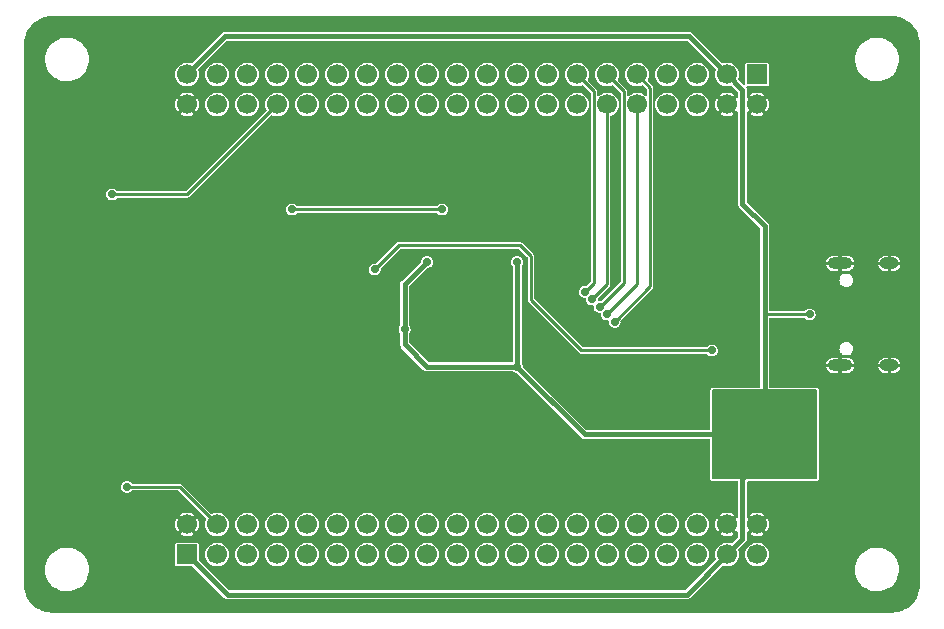
<source format=gbr>
%TF.GenerationSoftware,KiCad,Pcbnew,6.0.2+dfsg-1*%
%TF.CreationDate,2022-03-05T11:59:17+08:00*%
%TF.ProjectId,mcustm32f411,6d637573-746d-4333-9266-3431312e6b69,a*%
%TF.SameCoordinates,Original*%
%TF.FileFunction,Copper,L2,Bot*%
%TF.FilePolarity,Positive*%
%FSLAX46Y46*%
G04 Gerber Fmt 4.6, Leading zero omitted, Abs format (unit mm)*
G04 Created by KiCad (PCBNEW 6.0.2+dfsg-1) date 2022-03-05 11:59:17*
%MOMM*%
%LPD*%
G01*
G04 APERTURE LIST*
%TA.AperFunction,ComponentPad*%
%ADD10O,2.100000X1.000000*%
%TD*%
%TA.AperFunction,ComponentPad*%
%ADD11O,1.600000X1.000000*%
%TD*%
%TA.AperFunction,ComponentPad*%
%ADD12C,1.700000*%
%TD*%
%TA.AperFunction,ComponentPad*%
%ADD13R,1.700000X1.700000*%
%TD*%
%TA.AperFunction,ViaPad*%
%ADD14C,0.700000*%
%TD*%
%TA.AperFunction,Conductor*%
%ADD15C,0.228600*%
%TD*%
%TA.AperFunction,Conductor*%
%ADD16C,0.457200*%
%TD*%
G04 APERTURE END LIST*
D10*
%TO.P,J1,S1,SHIELD*%
%TO.N,GND*%
X183560000Y-105920000D03*
X183560000Y-97280000D03*
D11*
X187740000Y-105920000D03*
X187740000Y-97280000D03*
%TD*%
D12*
%TO.P,J2,80,GND*%
%TO.N,GND*%
X128270000Y-83820000D03*
%TO.P,J2,79,3.3V*%
%TO.N,+3V3*%
X128270000Y-81280000D03*
%TO.P,J2,78,U6*%
%TO.N,unconnected-(J2-Pad78)*%
X130810000Y-83820000D03*
%TO.P,J2,77,U5*%
%TO.N,unconnected-(J2-Pad77)*%
X130810000Y-81280000D03*
%TO.P,J2,76,PC15*%
%TO.N,PC15*%
X133350000Y-83820000D03*
%TO.P,J2,75,U7*%
%TO.N,unconnected-(J2-Pad75)*%
X133350000Y-81280000D03*
%TO.P,J2,74,PC13*%
%TO.N,PC13*%
X135890000Y-83820000D03*
%TO.P,J2,73,PC14*%
%TO.N,PC14*%
X135890000Y-81280000D03*
%TO.P,J2,72,U10*%
%TO.N,unconnected-(J2-Pad72)*%
X138430000Y-83820000D03*
%TO.P,J2,71,U9*%
%TO.N,unconnected-(J2-Pad71)*%
X138430000Y-81280000D03*
%TO.P,J2,70,PB9*%
%TO.N,PB9*%
X140970000Y-83820000D03*
%TO.P,J2,69,PB8*%
%TO.N,PB8*%
X140970000Y-81280000D03*
%TO.P,J2,68,PB7*%
%TO.N,PB7*%
X143510000Y-83820000D03*
%TO.P,J2,67,PB6*%
%TO.N,PB6*%
X143510000Y-81280000D03*
%TO.P,J2,66,PB5*%
%TO.N,PB5*%
X146050000Y-83820000D03*
%TO.P,J2,65,PB4*%
%TO.N,PB4*%
X146050000Y-81280000D03*
%TO.P,J2,64,PB3*%
%TO.N,PB3*%
X148590000Y-83820000D03*
%TO.P,J2,63,PD2*%
%TO.N,PD2*%
X148590000Y-81280000D03*
%TO.P,J2,62,U8*%
%TO.N,unconnected-(J2-Pad62)*%
X151130000Y-83820000D03*
%TO.P,J2,61,PC12*%
%TO.N,PC12*%
X151130000Y-81280000D03*
%TO.P,J2,60,PC11*%
%TO.N,PC11*%
X153670000Y-83820000D03*
%TO.P,J2,59,PC10*%
%TO.N,PC10*%
X153670000Y-81280000D03*
%TO.P,J2,58,U12*%
%TO.N,unconnected-(J2-Pad58)*%
X156210000Y-83820000D03*
%TO.P,J2,57,U11*%
%TO.N,unconnected-(J2-Pad57)*%
X156210000Y-81280000D03*
%TO.P,J2,56,PA15*%
%TO.N,PA15*%
X158750000Y-83820000D03*
%TO.P,J2,55,PA14*%
%TO.N,PA14*%
X158750000Y-81280000D03*
%TO.P,J2,54,PA13*%
%TO.N,PA13*%
X161290000Y-83820000D03*
%TO.P,J2,53,PA12*%
%TO.N,PA12*%
X161290000Y-81280000D03*
%TO.P,J2,52,PA11*%
%TO.N,PA11*%
X163830000Y-83820000D03*
%TO.P,J2,51,PA10*%
%TO.N,PA10*%
X163830000Y-81280000D03*
%TO.P,J2,50,PA9*%
%TO.N,PA9*%
X166370000Y-83820000D03*
%TO.P,J2,49,PA8*%
%TO.N,PA8*%
X166370000Y-81280000D03*
%TO.P,J2,48,U14*%
%TO.N,unconnected-(J2-Pad48)*%
X168910000Y-83820000D03*
%TO.P,J2,47,U13*%
%TO.N,unconnected-(J2-Pad47)*%
X168910000Y-81280000D03*
%TO.P,J2,46,U16*%
%TO.N,unconnected-(J2-Pad46)*%
X171450000Y-83820000D03*
%TO.P,J2,45,U15*%
%TO.N,unconnected-(J2-Pad45)*%
X171450000Y-81280000D03*
%TO.P,J2,44,GND*%
%TO.N,GND*%
X173990000Y-83820000D03*
%TO.P,J2,43,3.3V*%
%TO.N,+3V3*%
X173990000Y-81280000D03*
%TO.P,J2,42,GND*%
%TO.N,GND*%
X176530000Y-83820000D03*
D13*
%TO.P,J2,41,5V*%
%TO.N,+5V*%
X176530000Y-81280000D03*
D12*
%TO.P,J2,40,GND*%
%TO.N,GND*%
X176530000Y-119380000D03*
%TO.P,J2,39,5V*%
%TO.N,+5V*%
X176530000Y-121920000D03*
%TO.P,J2,38,GND*%
%TO.N,GND*%
X173990000Y-119380000D03*
%TO.P,J2,37,3.3V*%
%TO.N,+3V3*%
X173990000Y-121920000D03*
%TO.P,J2,36,U4*%
%TO.N,unconnected-(J2-Pad36)*%
X171450000Y-119380000D03*
%TO.P,J2,35,U3*%
%TO.N,unconnected-(J2-Pad35)*%
X171450000Y-121920000D03*
%TO.P,J2,34,U2*%
%TO.N,unconnected-(J2-Pad34)*%
X168910000Y-119380000D03*
%TO.P,J2,33,U1*%
%TO.N,unconnected-(J2-Pad33)*%
X168910000Y-121920000D03*
%TO.P,J2,32,PC9*%
%TO.N,PC9*%
X166370000Y-119380000D03*
%TO.P,J2,31,PC8*%
%TO.N,PC8*%
X166370000Y-121920000D03*
%TO.P,J2,30,PC7*%
%TO.N,PC7*%
X163830000Y-119380000D03*
%TO.P,J2,29,PC6*%
%TO.N,PC6*%
X163830000Y-121920000D03*
%TO.P,J2,28,PB15*%
%TO.N,PB15*%
X161290000Y-119380000D03*
%TO.P,J2,27,PB14*%
%TO.N,PB14*%
X161290000Y-121920000D03*
%TO.P,J2,26,PB13*%
%TO.N,PB13*%
X158750000Y-119380000D03*
%TO.P,J2,25,PB12*%
%TO.N,PB12*%
X158750000Y-121920000D03*
%TO.P,J2,24,PB11*%
%TO.N,PB11*%
X156210000Y-119380000D03*
%TO.P,J2,23,PB10*%
%TO.N,PB10*%
X156210000Y-121920000D03*
%TO.P,J2,22,U0*%
%TO.N,unconnected-(J2-Pad22)*%
X153670000Y-119380000D03*
%TO.P,J2,21,PB2*%
%TO.N,PB2*%
X153670000Y-121920000D03*
%TO.P,J2,20,PB1*%
%TO.N,PB1*%
X151130000Y-119380000D03*
%TO.P,J2,19,PB0*%
%TO.N,PB0*%
X151130000Y-121920000D03*
%TO.P,J2,18,PC5*%
%TO.N,PC5*%
X148590000Y-119380000D03*
%TO.P,J2,17,PC4*%
%TO.N,PC4*%
X148590000Y-121920000D03*
%TO.P,J2,16,PA7*%
%TO.N,PA7*%
X146050000Y-119380000D03*
%TO.P,J2,15,PA6*%
%TO.N,PA6*%
X146050000Y-121920000D03*
%TO.P,J2,14,PA5*%
%TO.N,PA5*%
X143510000Y-119380000D03*
%TO.P,J2,13,PA4*%
%TO.N,PA4*%
X143510000Y-121920000D03*
%TO.P,J2,12,PA3*%
%TO.N,PA3*%
X140970000Y-119380000D03*
%TO.P,J2,11,PA2*%
%TO.N,PA2*%
X140970000Y-121920000D03*
%TO.P,J2,10,PA1*%
%TO.N,PA1*%
X138430000Y-119380000D03*
%TO.P,J2,9,PA0*%
%TO.N,PA0*%
X138430000Y-121920000D03*
%TO.P,J2,8,PC3*%
%TO.N,PC3*%
X135890000Y-119380000D03*
%TO.P,J2,7,PC2*%
%TO.N,PC2*%
X135890000Y-121920000D03*
%TO.P,J2,6,PC1*%
%TO.N,PC1*%
X133350000Y-119380000D03*
%TO.P,J2,5,PC0*%
%TO.N,PC0*%
X133350000Y-121920000D03*
%TO.P,J2,4,NRST*%
%TO.N,NRST*%
X130810000Y-119380000D03*
%TO.P,J2,3,BO0*%
%TO.N,BO0*%
X130810000Y-121920000D03*
%TO.P,J2,2,GND*%
%TO.N,GND*%
X128270000Y-119380000D03*
D13*
%TO.P,J2,1,3.3V*%
%TO.N,+3V3*%
X128270000Y-121920000D03*
%TD*%
D14*
%TO.N,PC14*%
X144145000Y-97790000D03*
%TO.N,+3V3*%
X178435000Y-109855000D03*
X177165000Y-109855000D03*
X175895000Y-109855000D03*
X175895000Y-113665000D03*
X177165000Y-113665000D03*
X178435000Y-113665000D03*
X148590000Y-97155000D03*
X156210000Y-97155000D03*
X180975000Y-101600000D03*
X175895000Y-111760000D03*
X156210000Y-106045000D03*
X177165000Y-111760000D03*
X178435000Y-111760000D03*
X146685000Y-102870000D03*
%TO.N,GND*%
X158750000Y-106045000D03*
X156210000Y-114300000D03*
X161290000Y-114300000D03*
X151130000Y-102870000D03*
X157400000Y-91100000D03*
X176070000Y-101933800D03*
X147320000Y-106680000D03*
X157480000Y-87630000D03*
X158750000Y-97155000D03*
X151130000Y-100330000D03*
X140335000Y-107950000D03*
X149860000Y-91440000D03*
X153670000Y-102870000D03*
X169545000Y-101600000D03*
X153670000Y-100330000D03*
X144145000Y-95885000D03*
%TO.N,PA12*%
X161925000Y-99695000D03*
%TO.N,PA11*%
X162560000Y-100330000D03*
%TO.N,PA10*%
X163195000Y-100965000D03*
%TO.N,PA9*%
X163830000Y-101600000D03*
%TO.N,PA8*%
X164465000Y-102235000D03*
%TO.N,NRST*%
X123190000Y-116205000D03*
%TO.N,PC14*%
X172720000Y-104648000D03*
%TO.N,PC13*%
X121920000Y-91440000D03*
%TO.N,BO0*%
X149860000Y-92710000D03*
X137160000Y-92710000D03*
%TD*%
D15*
%TO.N,PC14*%
X172720000Y-104648000D02*
X161668000Y-104648000D01*
X161668000Y-104648000D02*
X157370000Y-100350000D01*
X157370000Y-100350000D02*
X157370000Y-96640000D01*
X146185000Y-95750000D02*
X144145000Y-97790000D01*
X157370000Y-96640000D02*
X156480000Y-95750000D01*
X156480000Y-95750000D02*
X146185000Y-95750000D01*
%TO.N,+3V3*%
X177165000Y-101600000D02*
X180975000Y-101600000D01*
D16*
X146685000Y-102870000D02*
X146685000Y-99060000D01*
X177165000Y-94125000D02*
X177165000Y-101600000D01*
X146685000Y-99060000D02*
X148590000Y-97155000D01*
X148590000Y-106045000D02*
X146685000Y-104140000D01*
X175298999Y-82588999D02*
X175298999Y-92258999D01*
X170740000Y-78030000D02*
X131520000Y-78030000D01*
X173990000Y-121920000D02*
X170560000Y-125350000D01*
X173990000Y-81280000D02*
X175298999Y-82588999D01*
X161925000Y-111760000D02*
X177165000Y-111760000D01*
X175298999Y-115531001D02*
X175298999Y-120611001D01*
X175298999Y-92258999D02*
X177165000Y-94125000D01*
X177165000Y-113665000D02*
X175298999Y-115531001D01*
X156210000Y-106045000D02*
X148590000Y-106045000D01*
X175298999Y-120611001D02*
X173990000Y-121920000D01*
X170560000Y-125350000D02*
X131700000Y-125350000D01*
X146685000Y-104140000D02*
X146685000Y-102870000D01*
X131700000Y-125350000D02*
X128270000Y-121920000D01*
X161925000Y-111760000D02*
X156210000Y-106045000D01*
X173990000Y-81280000D02*
X170740000Y-78030000D01*
X131520000Y-78030000D02*
X128270000Y-81280000D01*
X177165000Y-101600000D02*
X177165000Y-109855000D01*
X156210000Y-106045000D02*
X156210000Y-97155000D01*
D15*
%TO.N,PA12*%
X161290000Y-81280000D02*
X162713299Y-82703299D01*
X162713299Y-98906701D02*
X161925000Y-99695000D01*
X162713299Y-82703299D02*
X162713299Y-98906701D01*
%TO.N,PA11*%
X162560000Y-100330000D02*
X163830000Y-99060000D01*
X163830000Y-83820000D02*
X163830000Y-99060000D01*
%TO.N,PA10*%
X165253299Y-82703299D02*
X163830000Y-81280000D01*
X165253299Y-98906701D02*
X165253299Y-82703299D01*
X163195000Y-100965000D02*
X165253299Y-98906701D01*
%TO.N,PA9*%
X163830000Y-101600000D02*
X166370000Y-99060000D01*
X166370000Y-99060000D02*
X166370000Y-83820000D01*
%TO.N,PA8*%
X164465000Y-102235000D02*
X167486701Y-99213299D01*
X167486701Y-99213299D02*
X167486701Y-82396701D01*
X167486701Y-82396701D02*
X166370000Y-81280000D01*
%TO.N,NRST*%
X123190000Y-116205000D02*
X127635000Y-116205000D01*
X127635000Y-116205000D02*
X130810000Y-119380000D01*
%TO.N,PC13*%
X128270000Y-91440000D02*
X135890000Y-83820000D01*
X121920000Y-91440000D02*
X128270000Y-91440000D01*
%TO.N,BO0*%
X149860000Y-92710000D02*
X137160000Y-92710000D01*
%TD*%
%TA.AperFunction,Conductor*%
%TO.N,+3V3*%
G36*
X181583138Y-107967593D02*
G01*
X181608858Y-108012142D01*
X181610000Y-108025200D01*
X181610000Y-115494800D01*
X181592407Y-115543138D01*
X181547858Y-115568858D01*
X181534800Y-115570000D01*
X172795200Y-115570000D01*
X172746862Y-115552407D01*
X172721142Y-115507858D01*
X172720000Y-115494800D01*
X172720000Y-108025200D01*
X172737593Y-107976862D01*
X172782142Y-107951142D01*
X172795200Y-107950000D01*
X181534800Y-107950000D01*
X181583138Y-107967593D01*
G37*
%TD.AperFunction*%
%TD*%
%TA.AperFunction,Conductor*%
%TO.N,GND*%
G36*
X187949495Y-76354961D02*
G01*
X187960000Y-76357776D01*
X187969565Y-76355213D01*
X187977826Y-76355213D01*
X187988565Y-76354128D01*
X188243255Y-76369534D01*
X188252270Y-76370629D01*
X188526914Y-76420960D01*
X188535731Y-76423133D01*
X188643415Y-76456688D01*
X188802315Y-76506203D01*
X188810795Y-76509419D01*
X189065426Y-76624019D01*
X189073461Y-76628236D01*
X189312430Y-76772698D01*
X189319889Y-76777847D01*
X189390524Y-76833186D01*
X189539692Y-76950052D01*
X189546489Y-76956074D01*
X189743926Y-77153511D01*
X189749948Y-77160308D01*
X189922153Y-77380111D01*
X189927302Y-77387570D01*
X190037568Y-77569971D01*
X190071763Y-77626536D01*
X190075981Y-77634574D01*
X190135611Y-77767064D01*
X190190579Y-77889199D01*
X190193799Y-77897690D01*
X190276867Y-78164269D01*
X190279040Y-78173086D01*
X190329371Y-78447730D01*
X190330466Y-78456745D01*
X190345872Y-78711435D01*
X190344787Y-78722174D01*
X190344787Y-78730435D01*
X190342224Y-78740000D01*
X190345039Y-78750505D01*
X190347600Y-78769962D01*
X190347600Y-124430038D01*
X190345039Y-124449495D01*
X190342224Y-124460000D01*
X190344787Y-124469565D01*
X190344787Y-124477826D01*
X190345872Y-124488565D01*
X190330466Y-124743255D01*
X190329371Y-124752270D01*
X190279040Y-125026914D01*
X190276867Y-125035731D01*
X190193799Y-125302310D01*
X190190579Y-125310801D01*
X190075983Y-125565423D01*
X190071764Y-125573461D01*
X189927302Y-125812430D01*
X189922153Y-125819889D01*
X189749948Y-126039692D01*
X189743926Y-126046489D01*
X189546489Y-126243926D01*
X189539692Y-126249948D01*
X189319889Y-126422153D01*
X189312430Y-126427302D01*
X189079161Y-126568319D01*
X189073464Y-126571763D01*
X189065426Y-126575981D01*
X188810795Y-126690581D01*
X188802315Y-126693797D01*
X188656009Y-126739387D01*
X188535731Y-126776867D01*
X188526914Y-126779040D01*
X188252270Y-126829371D01*
X188243255Y-126830466D01*
X187988565Y-126845872D01*
X187977826Y-126844787D01*
X187969565Y-126844787D01*
X187960000Y-126842224D01*
X187949495Y-126845039D01*
X187930038Y-126847600D01*
X116869962Y-126847600D01*
X116850505Y-126845039D01*
X116840000Y-126842224D01*
X116830435Y-126844787D01*
X116822174Y-126844787D01*
X116811435Y-126845872D01*
X116556745Y-126830466D01*
X116547730Y-126829371D01*
X116273086Y-126779040D01*
X116264269Y-126776867D01*
X116143991Y-126739387D01*
X115997685Y-126693797D01*
X115989205Y-126690581D01*
X115734574Y-126575981D01*
X115726536Y-126571763D01*
X115720839Y-126568319D01*
X115487570Y-126427302D01*
X115480111Y-126422153D01*
X115260308Y-126249948D01*
X115253511Y-126243926D01*
X115056074Y-126046489D01*
X115050052Y-126039692D01*
X114877847Y-125819889D01*
X114872698Y-125812430D01*
X114728236Y-125573461D01*
X114724017Y-125565423D01*
X114609421Y-125310801D01*
X114606201Y-125302310D01*
X114523133Y-125035731D01*
X114520960Y-125026914D01*
X114470629Y-124752270D01*
X114469534Y-124743255D01*
X114454128Y-124488565D01*
X114455213Y-124477826D01*
X114455213Y-124469565D01*
X114457776Y-124460000D01*
X114454961Y-124449495D01*
X114452400Y-124430038D01*
X114452400Y-123232095D01*
X116255028Y-123232095D01*
X116255287Y-123234809D01*
X116255287Y-123234813D01*
X116272840Y-123418793D01*
X116280534Y-123499431D01*
X116344364Y-123760285D01*
X116445182Y-124009192D01*
X116446557Y-124011540D01*
X116539627Y-124170491D01*
X116580875Y-124240938D01*
X116748601Y-124450669D01*
X116750595Y-124452531D01*
X116750598Y-124452535D01*
X116777672Y-124477826D01*
X116944846Y-124633991D01*
X117165499Y-124787064D01*
X117167933Y-124788275D01*
X117167940Y-124788279D01*
X117403491Y-124905463D01*
X117403495Y-124905465D01*
X117405938Y-124906680D01*
X117661126Y-124990335D01*
X117663810Y-124990801D01*
X117663814Y-124990802D01*
X117923452Y-125035883D01*
X117923456Y-125035883D01*
X117925717Y-125036276D01*
X118010567Y-125040500D01*
X118178223Y-125040500D01*
X118377846Y-125026016D01*
X118640080Y-124968120D01*
X118642622Y-124967157D01*
X118642625Y-124967156D01*
X118888664Y-124873940D01*
X118891211Y-124872975D01*
X119048674Y-124785512D01*
X119123587Y-124743901D01*
X119125976Y-124742574D01*
X119266222Y-124635542D01*
X119337294Y-124581302D01*
X119337298Y-124581298D01*
X119339458Y-124579650D01*
X119527185Y-124387614D01*
X119528790Y-124385409D01*
X119683621Y-124172695D01*
X119683622Y-124172693D01*
X119685225Y-124170491D01*
X119770089Y-124009192D01*
X119808998Y-123935237D01*
X119809000Y-123935232D01*
X119810265Y-123932828D01*
X119899688Y-123679603D01*
X119951620Y-123416122D01*
X119964972Y-123147905D01*
X119947415Y-122963878D01*
X119939725Y-122883281D01*
X119939724Y-122883278D01*
X119939466Y-122880569D01*
X119937878Y-122874077D01*
X119896033Y-122703071D01*
X119875636Y-122619715D01*
X119788831Y-122405403D01*
X119775838Y-122373326D01*
X119775837Y-122373325D01*
X119774818Y-122370808D01*
X119681786Y-122211922D01*
X119640503Y-122141415D01*
X119640501Y-122141412D01*
X119639125Y-122139062D01*
X119606489Y-122098252D01*
X119520266Y-121990436D01*
X119471399Y-121929331D01*
X119469405Y-121927469D01*
X119469402Y-121927465D01*
X119277145Y-121747869D01*
X119275154Y-121746009D01*
X119054501Y-121592936D01*
X119052067Y-121591725D01*
X119052060Y-121591721D01*
X118816509Y-121474537D01*
X118816505Y-121474535D01*
X118814062Y-121473320D01*
X118558874Y-121389665D01*
X118556190Y-121389199D01*
X118556186Y-121389198D01*
X118296548Y-121344117D01*
X118296544Y-121344117D01*
X118294283Y-121343724D01*
X118209433Y-121339500D01*
X118041777Y-121339500D01*
X117842154Y-121353984D01*
X117579920Y-121411880D01*
X117577378Y-121412843D01*
X117577375Y-121412844D01*
X117352932Y-121497878D01*
X117328789Y-121507025D01*
X117326407Y-121508348D01*
X117326405Y-121508349D01*
X117096413Y-121636099D01*
X117094024Y-121637426D01*
X117091855Y-121639081D01*
X117091854Y-121639082D01*
X116882706Y-121798698D01*
X116882702Y-121798702D01*
X116880542Y-121800350D01*
X116692815Y-121992386D01*
X116691210Y-121994591D01*
X116585650Y-122139615D01*
X116534775Y-122209509D01*
X116533508Y-122211917D01*
X116533505Y-122211922D01*
X116411002Y-122444763D01*
X116409735Y-122447172D01*
X116320312Y-122700397D01*
X116268380Y-122963878D01*
X116255028Y-123232095D01*
X114452400Y-123232095D01*
X114452400Y-120190639D01*
X127680117Y-120190639D01*
X127681391Y-120195393D01*
X127692346Y-120204718D01*
X127698359Y-120208897D01*
X127863537Y-120301211D01*
X127870250Y-120304144D01*
X128050210Y-120362616D01*
X128057358Y-120364188D01*
X128245248Y-120386593D01*
X128252581Y-120386746D01*
X128441239Y-120372230D01*
X128448447Y-120370959D01*
X128630701Y-120320073D01*
X128637534Y-120317422D01*
X128806426Y-120232109D01*
X128812612Y-120228184D01*
X128852713Y-120196853D01*
X128858443Y-120187684D01*
X128857835Y-120183361D01*
X128279377Y-119604903D01*
X128269578Y-119600334D01*
X128263587Y-119601939D01*
X127684686Y-120180840D01*
X127680117Y-120190639D01*
X114452400Y-120190639D01*
X114452400Y-119369608D01*
X127263156Y-119369608D01*
X127278990Y-119558161D01*
X127280312Y-119565363D01*
X127332470Y-119747261D01*
X127335164Y-119754063D01*
X127421657Y-119922363D01*
X127425623Y-119928518D01*
X127452905Y-119962940D01*
X127462114Y-119968605D01*
X127466520Y-119967954D01*
X128045097Y-119389377D01*
X128049272Y-119380422D01*
X128490334Y-119380422D01*
X128491939Y-119386413D01*
X129071215Y-119965689D01*
X129081014Y-119970258D01*
X129085864Y-119968959D01*
X129090664Y-119963398D01*
X129094886Y-119957412D01*
X129188354Y-119792880D01*
X129191328Y-119786200D01*
X129251059Y-119606641D01*
X129252680Y-119599507D01*
X129276593Y-119410215D01*
X129276886Y-119406020D01*
X129277221Y-119382099D01*
X129277045Y-119377907D01*
X129258427Y-119188024D01*
X129257001Y-119180828D01*
X129202312Y-118999688D01*
X129199524Y-118992922D01*
X129110687Y-118825844D01*
X129106635Y-118819745D01*
X129087679Y-118796503D01*
X129078393Y-118790968D01*
X129073816Y-118791710D01*
X128494903Y-119370623D01*
X128490334Y-119380422D01*
X128049272Y-119380422D01*
X128049666Y-119379578D01*
X128048061Y-119373587D01*
X127469500Y-118795026D01*
X127459701Y-118790457D01*
X127455041Y-118791705D01*
X127441269Y-118808119D01*
X127437131Y-118814162D01*
X127345975Y-118979975D01*
X127343088Y-118986711D01*
X127285874Y-119167074D01*
X127284351Y-119174239D01*
X127263259Y-119362275D01*
X127263156Y-119369608D01*
X114452400Y-119369608D01*
X114452400Y-118571876D01*
X127681199Y-118571876D01*
X127681894Y-118576368D01*
X128260623Y-119155097D01*
X128270422Y-119159666D01*
X128276413Y-119158061D01*
X128854667Y-118579807D01*
X128859236Y-118570008D01*
X128858012Y-118565440D01*
X128836077Y-118547293D01*
X128830018Y-118543206D01*
X128663557Y-118453201D01*
X128656813Y-118450366D01*
X128476047Y-118394410D01*
X128468880Y-118392939D01*
X128280687Y-118373159D01*
X128273374Y-118373108D01*
X128084918Y-118390258D01*
X128077732Y-118391629D01*
X127896208Y-118445055D01*
X127889421Y-118447797D01*
X127721718Y-118535469D01*
X127715607Y-118539469D01*
X127686798Y-118562631D01*
X127681199Y-118571876D01*
X114452400Y-118571876D01*
X114452400Y-116198793D01*
X122681967Y-116198793D01*
X122700645Y-116341630D01*
X122758662Y-116473484D01*
X122762107Y-116477582D01*
X122762108Y-116477584D01*
X122815923Y-116541604D01*
X122851354Y-116583755D01*
X122971270Y-116663577D01*
X123108769Y-116706535D01*
X123182871Y-116707893D01*
X123247436Y-116709077D01*
X123247438Y-116709077D01*
X123252798Y-116709175D01*
X123257969Y-116707765D01*
X123257971Y-116707765D01*
X123333695Y-116687120D01*
X123391779Y-116671285D01*
X123444871Y-116638686D01*
X123509970Y-116598716D01*
X123509973Y-116598714D01*
X123514539Y-116595910D01*
X123604128Y-116496934D01*
X123649608Y-116472905D01*
X123659879Y-116472200D01*
X127493174Y-116472200D01*
X127541512Y-116489793D01*
X127546348Y-116494226D01*
X129897517Y-118845395D01*
X129919257Y-118892015D01*
X129910243Y-118934794D01*
X129883739Y-118983004D01*
X129824269Y-119170476D01*
X129802345Y-119365930D01*
X129802653Y-119369598D01*
X129802653Y-119369601D01*
X129805889Y-119408138D01*
X129818803Y-119561919D01*
X129873015Y-119750979D01*
X129962916Y-119925908D01*
X130085083Y-120080044D01*
X130087877Y-120082422D01*
X130087878Y-120082423D01*
X130122691Y-120112051D01*
X130234862Y-120207516D01*
X130238063Y-120209305D01*
X130238066Y-120209307D01*
X130276656Y-120230874D01*
X130406547Y-120303467D01*
X130410044Y-120304603D01*
X130410048Y-120304605D01*
X130502615Y-120334681D01*
X130593600Y-120364244D01*
X130700984Y-120377049D01*
X130785237Y-120387096D01*
X130785239Y-120387096D01*
X130788895Y-120387532D01*
X130984994Y-120372443D01*
X131099061Y-120340595D01*
X131170883Y-120320542D01*
X131170885Y-120320541D01*
X131174428Y-120319552D01*
X131349981Y-120230874D01*
X131504966Y-120109786D01*
X131633480Y-119960901D01*
X131730628Y-119789890D01*
X131792710Y-119603266D01*
X131817360Y-119408138D01*
X131817622Y-119389377D01*
X131817724Y-119382099D01*
X131817724Y-119382093D01*
X131817753Y-119380000D01*
X131816734Y-119369608D01*
X131816373Y-119365930D01*
X132342345Y-119365930D01*
X132342653Y-119369598D01*
X132342653Y-119369601D01*
X132345889Y-119408138D01*
X132358803Y-119561919D01*
X132413015Y-119750979D01*
X132502916Y-119925908D01*
X132625083Y-120080044D01*
X132627877Y-120082422D01*
X132627878Y-120082423D01*
X132662691Y-120112051D01*
X132774862Y-120207516D01*
X132778063Y-120209305D01*
X132778066Y-120209307D01*
X132816656Y-120230874D01*
X132946547Y-120303467D01*
X132950044Y-120304603D01*
X132950048Y-120304605D01*
X133042615Y-120334681D01*
X133133600Y-120364244D01*
X133240984Y-120377049D01*
X133325237Y-120387096D01*
X133325239Y-120387096D01*
X133328895Y-120387532D01*
X133524994Y-120372443D01*
X133639061Y-120340595D01*
X133710883Y-120320542D01*
X133710885Y-120320541D01*
X133714428Y-120319552D01*
X133889981Y-120230874D01*
X134044966Y-120109786D01*
X134173480Y-119960901D01*
X134270628Y-119789890D01*
X134332710Y-119603266D01*
X134357360Y-119408138D01*
X134357622Y-119389377D01*
X134357724Y-119382099D01*
X134357724Y-119382093D01*
X134357753Y-119380000D01*
X134356734Y-119369608D01*
X134356373Y-119365930D01*
X134882345Y-119365930D01*
X134882653Y-119369598D01*
X134882653Y-119369601D01*
X134885889Y-119408138D01*
X134898803Y-119561919D01*
X134953015Y-119750979D01*
X135042916Y-119925908D01*
X135165083Y-120080044D01*
X135167877Y-120082422D01*
X135167878Y-120082423D01*
X135202691Y-120112051D01*
X135314862Y-120207516D01*
X135318063Y-120209305D01*
X135318066Y-120209307D01*
X135356656Y-120230874D01*
X135486547Y-120303467D01*
X135490044Y-120304603D01*
X135490048Y-120304605D01*
X135582615Y-120334681D01*
X135673600Y-120364244D01*
X135780984Y-120377049D01*
X135865237Y-120387096D01*
X135865239Y-120387096D01*
X135868895Y-120387532D01*
X136064994Y-120372443D01*
X136179061Y-120340595D01*
X136250883Y-120320542D01*
X136250885Y-120320541D01*
X136254428Y-120319552D01*
X136429981Y-120230874D01*
X136584966Y-120109786D01*
X136713480Y-119960901D01*
X136810628Y-119789890D01*
X136872710Y-119603266D01*
X136897360Y-119408138D01*
X136897622Y-119389377D01*
X136897724Y-119382099D01*
X136897724Y-119382093D01*
X136897753Y-119380000D01*
X136896734Y-119369608D01*
X136896373Y-119365930D01*
X137422345Y-119365930D01*
X137422653Y-119369598D01*
X137422653Y-119369601D01*
X137425889Y-119408138D01*
X137438803Y-119561919D01*
X137493015Y-119750979D01*
X137582916Y-119925908D01*
X137705083Y-120080044D01*
X137707877Y-120082422D01*
X137707878Y-120082423D01*
X137742691Y-120112051D01*
X137854862Y-120207516D01*
X137858063Y-120209305D01*
X137858066Y-120209307D01*
X137896656Y-120230874D01*
X138026547Y-120303467D01*
X138030044Y-120304603D01*
X138030048Y-120304605D01*
X138122615Y-120334681D01*
X138213600Y-120364244D01*
X138320984Y-120377049D01*
X138405237Y-120387096D01*
X138405239Y-120387096D01*
X138408895Y-120387532D01*
X138604994Y-120372443D01*
X138719061Y-120340595D01*
X138790883Y-120320542D01*
X138790885Y-120320541D01*
X138794428Y-120319552D01*
X138969981Y-120230874D01*
X139124966Y-120109786D01*
X139253480Y-119960901D01*
X139350628Y-119789890D01*
X139412710Y-119603266D01*
X139437360Y-119408138D01*
X139437622Y-119389377D01*
X139437724Y-119382099D01*
X139437724Y-119382093D01*
X139437753Y-119380000D01*
X139436734Y-119369608D01*
X139436373Y-119365930D01*
X139962345Y-119365930D01*
X139962653Y-119369598D01*
X139962653Y-119369601D01*
X139965889Y-119408138D01*
X139978803Y-119561919D01*
X140033015Y-119750979D01*
X140122916Y-119925908D01*
X140245083Y-120080044D01*
X140247877Y-120082422D01*
X140247878Y-120082423D01*
X140282691Y-120112051D01*
X140394862Y-120207516D01*
X140398063Y-120209305D01*
X140398066Y-120209307D01*
X140436656Y-120230874D01*
X140566547Y-120303467D01*
X140570044Y-120304603D01*
X140570048Y-120304605D01*
X140662615Y-120334681D01*
X140753600Y-120364244D01*
X140860984Y-120377049D01*
X140945237Y-120387096D01*
X140945239Y-120387096D01*
X140948895Y-120387532D01*
X141144994Y-120372443D01*
X141259061Y-120340595D01*
X141330883Y-120320542D01*
X141330885Y-120320541D01*
X141334428Y-120319552D01*
X141509981Y-120230874D01*
X141664966Y-120109786D01*
X141793480Y-119960901D01*
X141890628Y-119789890D01*
X141952710Y-119603266D01*
X141977360Y-119408138D01*
X141977622Y-119389377D01*
X141977724Y-119382099D01*
X141977724Y-119382093D01*
X141977753Y-119380000D01*
X141976734Y-119369608D01*
X141976373Y-119365930D01*
X142502345Y-119365930D01*
X142502653Y-119369598D01*
X142502653Y-119369601D01*
X142505889Y-119408138D01*
X142518803Y-119561919D01*
X142573015Y-119750979D01*
X142662916Y-119925908D01*
X142785083Y-120080044D01*
X142787877Y-120082422D01*
X142787878Y-120082423D01*
X142822691Y-120112051D01*
X142934862Y-120207516D01*
X142938063Y-120209305D01*
X142938066Y-120209307D01*
X142976656Y-120230874D01*
X143106547Y-120303467D01*
X143110044Y-120304603D01*
X143110048Y-120304605D01*
X143202615Y-120334681D01*
X143293600Y-120364244D01*
X143400984Y-120377049D01*
X143485237Y-120387096D01*
X143485239Y-120387096D01*
X143488895Y-120387532D01*
X143684994Y-120372443D01*
X143799061Y-120340595D01*
X143870883Y-120320542D01*
X143870885Y-120320541D01*
X143874428Y-120319552D01*
X144049981Y-120230874D01*
X144204966Y-120109786D01*
X144333480Y-119960901D01*
X144430628Y-119789890D01*
X144492710Y-119603266D01*
X144517360Y-119408138D01*
X144517622Y-119389377D01*
X144517724Y-119382099D01*
X144517724Y-119382093D01*
X144517753Y-119380000D01*
X144516734Y-119369608D01*
X144516373Y-119365930D01*
X145042345Y-119365930D01*
X145042653Y-119369598D01*
X145042653Y-119369601D01*
X145045889Y-119408138D01*
X145058803Y-119561919D01*
X145113015Y-119750979D01*
X145202916Y-119925908D01*
X145325083Y-120080044D01*
X145327877Y-120082422D01*
X145327878Y-120082423D01*
X145362691Y-120112051D01*
X145474862Y-120207516D01*
X145478063Y-120209305D01*
X145478066Y-120209307D01*
X145516656Y-120230874D01*
X145646547Y-120303467D01*
X145650044Y-120304603D01*
X145650048Y-120304605D01*
X145742615Y-120334681D01*
X145833600Y-120364244D01*
X145940984Y-120377049D01*
X146025237Y-120387096D01*
X146025239Y-120387096D01*
X146028895Y-120387532D01*
X146224994Y-120372443D01*
X146339061Y-120340595D01*
X146410883Y-120320542D01*
X146410885Y-120320541D01*
X146414428Y-120319552D01*
X146589981Y-120230874D01*
X146744966Y-120109786D01*
X146873480Y-119960901D01*
X146970628Y-119789890D01*
X147032710Y-119603266D01*
X147057360Y-119408138D01*
X147057622Y-119389377D01*
X147057724Y-119382099D01*
X147057724Y-119382093D01*
X147057753Y-119380000D01*
X147056734Y-119369608D01*
X147056373Y-119365930D01*
X147582345Y-119365930D01*
X147582653Y-119369598D01*
X147582653Y-119369601D01*
X147585889Y-119408138D01*
X147598803Y-119561919D01*
X147653015Y-119750979D01*
X147742916Y-119925908D01*
X147865083Y-120080044D01*
X147867877Y-120082422D01*
X147867878Y-120082423D01*
X147902691Y-120112051D01*
X148014862Y-120207516D01*
X148018063Y-120209305D01*
X148018066Y-120209307D01*
X148056656Y-120230874D01*
X148186547Y-120303467D01*
X148190044Y-120304603D01*
X148190048Y-120304605D01*
X148282615Y-120334681D01*
X148373600Y-120364244D01*
X148480984Y-120377049D01*
X148565237Y-120387096D01*
X148565239Y-120387096D01*
X148568895Y-120387532D01*
X148764994Y-120372443D01*
X148879061Y-120340595D01*
X148950883Y-120320542D01*
X148950885Y-120320541D01*
X148954428Y-120319552D01*
X149129981Y-120230874D01*
X149284966Y-120109786D01*
X149413480Y-119960901D01*
X149510628Y-119789890D01*
X149572710Y-119603266D01*
X149597360Y-119408138D01*
X149597622Y-119389377D01*
X149597724Y-119382099D01*
X149597724Y-119382093D01*
X149597753Y-119380000D01*
X149596734Y-119369608D01*
X149596373Y-119365930D01*
X150122345Y-119365930D01*
X150122653Y-119369598D01*
X150122653Y-119369601D01*
X150125889Y-119408138D01*
X150138803Y-119561919D01*
X150193015Y-119750979D01*
X150282916Y-119925908D01*
X150405083Y-120080044D01*
X150407877Y-120082422D01*
X150407878Y-120082423D01*
X150442691Y-120112051D01*
X150554862Y-120207516D01*
X150558063Y-120209305D01*
X150558066Y-120209307D01*
X150596656Y-120230874D01*
X150726547Y-120303467D01*
X150730044Y-120304603D01*
X150730048Y-120304605D01*
X150822615Y-120334681D01*
X150913600Y-120364244D01*
X151020984Y-120377049D01*
X151105237Y-120387096D01*
X151105239Y-120387096D01*
X151108895Y-120387532D01*
X151304994Y-120372443D01*
X151419061Y-120340595D01*
X151490883Y-120320542D01*
X151490885Y-120320541D01*
X151494428Y-120319552D01*
X151669981Y-120230874D01*
X151824966Y-120109786D01*
X151953480Y-119960901D01*
X152050628Y-119789890D01*
X152112710Y-119603266D01*
X152137360Y-119408138D01*
X152137622Y-119389377D01*
X152137724Y-119382099D01*
X152137724Y-119382093D01*
X152137753Y-119380000D01*
X152136734Y-119369608D01*
X152136373Y-119365930D01*
X152662345Y-119365930D01*
X152662653Y-119369598D01*
X152662653Y-119369601D01*
X152665889Y-119408138D01*
X152678803Y-119561919D01*
X152733015Y-119750979D01*
X152822916Y-119925908D01*
X152945083Y-120080044D01*
X152947877Y-120082422D01*
X152947878Y-120082423D01*
X152982691Y-120112051D01*
X153094862Y-120207516D01*
X153098063Y-120209305D01*
X153098066Y-120209307D01*
X153136656Y-120230874D01*
X153266547Y-120303467D01*
X153270044Y-120304603D01*
X153270048Y-120304605D01*
X153362615Y-120334681D01*
X153453600Y-120364244D01*
X153560984Y-120377049D01*
X153645237Y-120387096D01*
X153645239Y-120387096D01*
X153648895Y-120387532D01*
X153844994Y-120372443D01*
X153959061Y-120340595D01*
X154030883Y-120320542D01*
X154030885Y-120320541D01*
X154034428Y-120319552D01*
X154209981Y-120230874D01*
X154364966Y-120109786D01*
X154493480Y-119960901D01*
X154590628Y-119789890D01*
X154652710Y-119603266D01*
X154677360Y-119408138D01*
X154677622Y-119389377D01*
X154677724Y-119382099D01*
X154677724Y-119382093D01*
X154677753Y-119380000D01*
X154676734Y-119369608D01*
X154676373Y-119365930D01*
X155202345Y-119365930D01*
X155202653Y-119369598D01*
X155202653Y-119369601D01*
X155205889Y-119408138D01*
X155218803Y-119561919D01*
X155273015Y-119750979D01*
X155362916Y-119925908D01*
X155485083Y-120080044D01*
X155487877Y-120082422D01*
X155487878Y-120082423D01*
X155522691Y-120112051D01*
X155634862Y-120207516D01*
X155638063Y-120209305D01*
X155638066Y-120209307D01*
X155676656Y-120230874D01*
X155806547Y-120303467D01*
X155810044Y-120304603D01*
X155810048Y-120304605D01*
X155902615Y-120334681D01*
X155993600Y-120364244D01*
X156100984Y-120377049D01*
X156185237Y-120387096D01*
X156185239Y-120387096D01*
X156188895Y-120387532D01*
X156384994Y-120372443D01*
X156499061Y-120340595D01*
X156570883Y-120320542D01*
X156570885Y-120320541D01*
X156574428Y-120319552D01*
X156749981Y-120230874D01*
X156904966Y-120109786D01*
X157033480Y-119960901D01*
X157130628Y-119789890D01*
X157192710Y-119603266D01*
X157217360Y-119408138D01*
X157217622Y-119389377D01*
X157217724Y-119382099D01*
X157217724Y-119382093D01*
X157217753Y-119380000D01*
X157216734Y-119369608D01*
X157216373Y-119365930D01*
X157742345Y-119365930D01*
X157742653Y-119369598D01*
X157742653Y-119369601D01*
X157745889Y-119408138D01*
X157758803Y-119561919D01*
X157813015Y-119750979D01*
X157902916Y-119925908D01*
X158025083Y-120080044D01*
X158027877Y-120082422D01*
X158027878Y-120082423D01*
X158062691Y-120112051D01*
X158174862Y-120207516D01*
X158178063Y-120209305D01*
X158178066Y-120209307D01*
X158216656Y-120230874D01*
X158346547Y-120303467D01*
X158350044Y-120304603D01*
X158350048Y-120304605D01*
X158442615Y-120334681D01*
X158533600Y-120364244D01*
X158640984Y-120377049D01*
X158725237Y-120387096D01*
X158725239Y-120387096D01*
X158728895Y-120387532D01*
X158924994Y-120372443D01*
X159039061Y-120340595D01*
X159110883Y-120320542D01*
X159110885Y-120320541D01*
X159114428Y-120319552D01*
X159289981Y-120230874D01*
X159444966Y-120109786D01*
X159573480Y-119960901D01*
X159670628Y-119789890D01*
X159732710Y-119603266D01*
X159757360Y-119408138D01*
X159757622Y-119389377D01*
X159757724Y-119382099D01*
X159757724Y-119382093D01*
X159757753Y-119380000D01*
X159756734Y-119369608D01*
X159756373Y-119365930D01*
X160282345Y-119365930D01*
X160282653Y-119369598D01*
X160282653Y-119369601D01*
X160285889Y-119408138D01*
X160298803Y-119561919D01*
X160353015Y-119750979D01*
X160442916Y-119925908D01*
X160565083Y-120080044D01*
X160567877Y-120082422D01*
X160567878Y-120082423D01*
X160602691Y-120112051D01*
X160714862Y-120207516D01*
X160718063Y-120209305D01*
X160718066Y-120209307D01*
X160756656Y-120230874D01*
X160886547Y-120303467D01*
X160890044Y-120304603D01*
X160890048Y-120304605D01*
X160982615Y-120334681D01*
X161073600Y-120364244D01*
X161180984Y-120377049D01*
X161265237Y-120387096D01*
X161265239Y-120387096D01*
X161268895Y-120387532D01*
X161464994Y-120372443D01*
X161579061Y-120340595D01*
X161650883Y-120320542D01*
X161650885Y-120320541D01*
X161654428Y-120319552D01*
X161829981Y-120230874D01*
X161984966Y-120109786D01*
X162113480Y-119960901D01*
X162210628Y-119789890D01*
X162272710Y-119603266D01*
X162297360Y-119408138D01*
X162297622Y-119389377D01*
X162297724Y-119382099D01*
X162297724Y-119382093D01*
X162297753Y-119380000D01*
X162296734Y-119369608D01*
X162296373Y-119365930D01*
X162822345Y-119365930D01*
X162822653Y-119369598D01*
X162822653Y-119369601D01*
X162825889Y-119408138D01*
X162838803Y-119561919D01*
X162893015Y-119750979D01*
X162982916Y-119925908D01*
X163105083Y-120080044D01*
X163107877Y-120082422D01*
X163107878Y-120082423D01*
X163142691Y-120112051D01*
X163254862Y-120207516D01*
X163258063Y-120209305D01*
X163258066Y-120209307D01*
X163296656Y-120230874D01*
X163426547Y-120303467D01*
X163430044Y-120304603D01*
X163430048Y-120304605D01*
X163522615Y-120334681D01*
X163613600Y-120364244D01*
X163720984Y-120377049D01*
X163805237Y-120387096D01*
X163805239Y-120387096D01*
X163808895Y-120387532D01*
X164004994Y-120372443D01*
X164119061Y-120340595D01*
X164190883Y-120320542D01*
X164190885Y-120320541D01*
X164194428Y-120319552D01*
X164369981Y-120230874D01*
X164524966Y-120109786D01*
X164653480Y-119960901D01*
X164750628Y-119789890D01*
X164812710Y-119603266D01*
X164837360Y-119408138D01*
X164837622Y-119389377D01*
X164837724Y-119382099D01*
X164837724Y-119382093D01*
X164837753Y-119380000D01*
X164836734Y-119369608D01*
X164836373Y-119365930D01*
X165362345Y-119365930D01*
X165362653Y-119369598D01*
X165362653Y-119369601D01*
X165365889Y-119408138D01*
X165378803Y-119561919D01*
X165433015Y-119750979D01*
X165522916Y-119925908D01*
X165645083Y-120080044D01*
X165647877Y-120082422D01*
X165647878Y-120082423D01*
X165682691Y-120112051D01*
X165794862Y-120207516D01*
X165798063Y-120209305D01*
X165798066Y-120209307D01*
X165836656Y-120230874D01*
X165966547Y-120303467D01*
X165970044Y-120304603D01*
X165970048Y-120304605D01*
X166062615Y-120334681D01*
X166153600Y-120364244D01*
X166260984Y-120377049D01*
X166345237Y-120387096D01*
X166345239Y-120387096D01*
X166348895Y-120387532D01*
X166544994Y-120372443D01*
X166659061Y-120340595D01*
X166730883Y-120320542D01*
X166730885Y-120320541D01*
X166734428Y-120319552D01*
X166909981Y-120230874D01*
X167064966Y-120109786D01*
X167193480Y-119960901D01*
X167290628Y-119789890D01*
X167352710Y-119603266D01*
X167377360Y-119408138D01*
X167377622Y-119389377D01*
X167377724Y-119382099D01*
X167377724Y-119382093D01*
X167377753Y-119380000D01*
X167376734Y-119369608D01*
X167376373Y-119365930D01*
X167902345Y-119365930D01*
X167902653Y-119369598D01*
X167902653Y-119369601D01*
X167905889Y-119408138D01*
X167918803Y-119561919D01*
X167973015Y-119750979D01*
X168062916Y-119925908D01*
X168185083Y-120080044D01*
X168187877Y-120082422D01*
X168187878Y-120082423D01*
X168222691Y-120112051D01*
X168334862Y-120207516D01*
X168338063Y-120209305D01*
X168338066Y-120209307D01*
X168376656Y-120230874D01*
X168506547Y-120303467D01*
X168510044Y-120304603D01*
X168510048Y-120304605D01*
X168602615Y-120334681D01*
X168693600Y-120364244D01*
X168800984Y-120377049D01*
X168885237Y-120387096D01*
X168885239Y-120387096D01*
X168888895Y-120387532D01*
X169084994Y-120372443D01*
X169199061Y-120340595D01*
X169270883Y-120320542D01*
X169270885Y-120320541D01*
X169274428Y-120319552D01*
X169449981Y-120230874D01*
X169604966Y-120109786D01*
X169733480Y-119960901D01*
X169830628Y-119789890D01*
X169892710Y-119603266D01*
X169917360Y-119408138D01*
X169917622Y-119389377D01*
X169917724Y-119382099D01*
X169917724Y-119382093D01*
X169917753Y-119380000D01*
X169916734Y-119369608D01*
X169916373Y-119365930D01*
X170442345Y-119365930D01*
X170442653Y-119369598D01*
X170442653Y-119369601D01*
X170445889Y-119408138D01*
X170458803Y-119561919D01*
X170513015Y-119750979D01*
X170602916Y-119925908D01*
X170725083Y-120080044D01*
X170727877Y-120082422D01*
X170727878Y-120082423D01*
X170762691Y-120112051D01*
X170874862Y-120207516D01*
X170878063Y-120209305D01*
X170878066Y-120209307D01*
X170916656Y-120230874D01*
X171046547Y-120303467D01*
X171050044Y-120304603D01*
X171050048Y-120304605D01*
X171142615Y-120334681D01*
X171233600Y-120364244D01*
X171340984Y-120377049D01*
X171425237Y-120387096D01*
X171425239Y-120387096D01*
X171428895Y-120387532D01*
X171624994Y-120372443D01*
X171739061Y-120340595D01*
X171810883Y-120320542D01*
X171810885Y-120320541D01*
X171814428Y-120319552D01*
X171989981Y-120230874D01*
X172041479Y-120190639D01*
X173400117Y-120190639D01*
X173401391Y-120195393D01*
X173412346Y-120204718D01*
X173418359Y-120208897D01*
X173583537Y-120301211D01*
X173590250Y-120304144D01*
X173770210Y-120362616D01*
X173777358Y-120364188D01*
X173965248Y-120386593D01*
X173972581Y-120386746D01*
X174161239Y-120372230D01*
X174168447Y-120370959D01*
X174350701Y-120320073D01*
X174357534Y-120317422D01*
X174526426Y-120232109D01*
X174532612Y-120228184D01*
X174572713Y-120196853D01*
X174578443Y-120187684D01*
X174577835Y-120183361D01*
X173999377Y-119604903D01*
X173989578Y-119600334D01*
X173983587Y-119601939D01*
X173404686Y-120180840D01*
X173400117Y-120190639D01*
X172041479Y-120190639D01*
X172144966Y-120109786D01*
X172273480Y-119960901D01*
X172370628Y-119789890D01*
X172432710Y-119603266D01*
X172457360Y-119408138D01*
X172457622Y-119389377D01*
X172457724Y-119382099D01*
X172457724Y-119382093D01*
X172457753Y-119380000D01*
X172456734Y-119369608D01*
X172983156Y-119369608D01*
X172998990Y-119558161D01*
X173000312Y-119565363D01*
X173052470Y-119747261D01*
X173055164Y-119754063D01*
X173141657Y-119922363D01*
X173145623Y-119928518D01*
X173172905Y-119962940D01*
X173182114Y-119968605D01*
X173186520Y-119967954D01*
X173765097Y-119389377D01*
X173769666Y-119379578D01*
X173768061Y-119373587D01*
X173189500Y-118795026D01*
X173179701Y-118790457D01*
X173175041Y-118791705D01*
X173161269Y-118808119D01*
X173157131Y-118814162D01*
X173065975Y-118979975D01*
X173063088Y-118986711D01*
X173005874Y-119167074D01*
X173004351Y-119174239D01*
X172983259Y-119362275D01*
X172983156Y-119369608D01*
X172456734Y-119369608D01*
X172438921Y-119187927D01*
X172438920Y-119187922D01*
X172438561Y-119184260D01*
X172381714Y-118995975D01*
X172289379Y-118822318D01*
X172165072Y-118669903D01*
X172046578Y-118571876D01*
X173401199Y-118571876D01*
X173401894Y-118576368D01*
X173980623Y-119155097D01*
X173990422Y-119159666D01*
X173996413Y-119158061D01*
X174574667Y-118579807D01*
X174579236Y-118570008D01*
X174578012Y-118565440D01*
X174556077Y-118547293D01*
X174550018Y-118543206D01*
X174383557Y-118453201D01*
X174376813Y-118450366D01*
X174196047Y-118394410D01*
X174188880Y-118392939D01*
X174000687Y-118373159D01*
X173993374Y-118373108D01*
X173804918Y-118390258D01*
X173797732Y-118391629D01*
X173616208Y-118445055D01*
X173609421Y-118447797D01*
X173441718Y-118535469D01*
X173435607Y-118539469D01*
X173406798Y-118562631D01*
X173401199Y-118571876D01*
X172046578Y-118571876D01*
X172013528Y-118544535D01*
X171840520Y-118450990D01*
X171652637Y-118392830D01*
X171529766Y-118379916D01*
X171460690Y-118372656D01*
X171460689Y-118372656D01*
X171457035Y-118372272D01*
X171359101Y-118381184D01*
X171264824Y-118389764D01*
X171264823Y-118389764D01*
X171261166Y-118390097D01*
X171257641Y-118391134D01*
X171257638Y-118391135D01*
X171076019Y-118444589D01*
X171072489Y-118445628D01*
X170898192Y-118536748D01*
X170744912Y-118659988D01*
X170618489Y-118810653D01*
X170616718Y-118813875D01*
X170616717Y-118813876D01*
X170577441Y-118885319D01*
X170523739Y-118983004D01*
X170464269Y-119170476D01*
X170442345Y-119365930D01*
X169916373Y-119365930D01*
X169898921Y-119187927D01*
X169898920Y-119187922D01*
X169898561Y-119184260D01*
X169841714Y-118995975D01*
X169749379Y-118822318D01*
X169625072Y-118669903D01*
X169473528Y-118544535D01*
X169300520Y-118450990D01*
X169112637Y-118392830D01*
X168989766Y-118379916D01*
X168920690Y-118372656D01*
X168920689Y-118372656D01*
X168917035Y-118372272D01*
X168819101Y-118381184D01*
X168724824Y-118389764D01*
X168724823Y-118389764D01*
X168721166Y-118390097D01*
X168717641Y-118391134D01*
X168717638Y-118391135D01*
X168536019Y-118444589D01*
X168532489Y-118445628D01*
X168358192Y-118536748D01*
X168204912Y-118659988D01*
X168078489Y-118810653D01*
X168076718Y-118813875D01*
X168076717Y-118813876D01*
X168037441Y-118885319D01*
X167983739Y-118983004D01*
X167924269Y-119170476D01*
X167902345Y-119365930D01*
X167376373Y-119365930D01*
X167358921Y-119187927D01*
X167358920Y-119187922D01*
X167358561Y-119184260D01*
X167301714Y-118995975D01*
X167209379Y-118822318D01*
X167085072Y-118669903D01*
X166933528Y-118544535D01*
X166760520Y-118450990D01*
X166572637Y-118392830D01*
X166449766Y-118379916D01*
X166380690Y-118372656D01*
X166380689Y-118372656D01*
X166377035Y-118372272D01*
X166279101Y-118381184D01*
X166184824Y-118389764D01*
X166184823Y-118389764D01*
X166181166Y-118390097D01*
X166177641Y-118391134D01*
X166177638Y-118391135D01*
X165996019Y-118444589D01*
X165992489Y-118445628D01*
X165818192Y-118536748D01*
X165664912Y-118659988D01*
X165538489Y-118810653D01*
X165536718Y-118813875D01*
X165536717Y-118813876D01*
X165497441Y-118885319D01*
X165443739Y-118983004D01*
X165384269Y-119170476D01*
X165362345Y-119365930D01*
X164836373Y-119365930D01*
X164818921Y-119187927D01*
X164818920Y-119187922D01*
X164818561Y-119184260D01*
X164761714Y-118995975D01*
X164669379Y-118822318D01*
X164545072Y-118669903D01*
X164393528Y-118544535D01*
X164220520Y-118450990D01*
X164032637Y-118392830D01*
X163909766Y-118379916D01*
X163840690Y-118372656D01*
X163840689Y-118372656D01*
X163837035Y-118372272D01*
X163739101Y-118381184D01*
X163644824Y-118389764D01*
X163644823Y-118389764D01*
X163641166Y-118390097D01*
X163637641Y-118391134D01*
X163637638Y-118391135D01*
X163456019Y-118444589D01*
X163452489Y-118445628D01*
X163278192Y-118536748D01*
X163124912Y-118659988D01*
X162998489Y-118810653D01*
X162996718Y-118813875D01*
X162996717Y-118813876D01*
X162957441Y-118885319D01*
X162903739Y-118983004D01*
X162844269Y-119170476D01*
X162822345Y-119365930D01*
X162296373Y-119365930D01*
X162278921Y-119187927D01*
X162278920Y-119187922D01*
X162278561Y-119184260D01*
X162221714Y-118995975D01*
X162129379Y-118822318D01*
X162005072Y-118669903D01*
X161853528Y-118544535D01*
X161680520Y-118450990D01*
X161492637Y-118392830D01*
X161369766Y-118379916D01*
X161300690Y-118372656D01*
X161300689Y-118372656D01*
X161297035Y-118372272D01*
X161199101Y-118381184D01*
X161104824Y-118389764D01*
X161104823Y-118389764D01*
X161101166Y-118390097D01*
X161097641Y-118391134D01*
X161097638Y-118391135D01*
X160916019Y-118444589D01*
X160912489Y-118445628D01*
X160738192Y-118536748D01*
X160584912Y-118659988D01*
X160458489Y-118810653D01*
X160456718Y-118813875D01*
X160456717Y-118813876D01*
X160417441Y-118885319D01*
X160363739Y-118983004D01*
X160304269Y-119170476D01*
X160282345Y-119365930D01*
X159756373Y-119365930D01*
X159738921Y-119187927D01*
X159738920Y-119187922D01*
X159738561Y-119184260D01*
X159681714Y-118995975D01*
X159589379Y-118822318D01*
X159465072Y-118669903D01*
X159313528Y-118544535D01*
X159140520Y-118450990D01*
X158952637Y-118392830D01*
X158829766Y-118379916D01*
X158760690Y-118372656D01*
X158760689Y-118372656D01*
X158757035Y-118372272D01*
X158659101Y-118381184D01*
X158564824Y-118389764D01*
X158564823Y-118389764D01*
X158561166Y-118390097D01*
X158557641Y-118391134D01*
X158557638Y-118391135D01*
X158376019Y-118444589D01*
X158372489Y-118445628D01*
X158198192Y-118536748D01*
X158044912Y-118659988D01*
X157918489Y-118810653D01*
X157916718Y-118813875D01*
X157916717Y-118813876D01*
X157877441Y-118885319D01*
X157823739Y-118983004D01*
X157764269Y-119170476D01*
X157742345Y-119365930D01*
X157216373Y-119365930D01*
X157198921Y-119187927D01*
X157198920Y-119187922D01*
X157198561Y-119184260D01*
X157141714Y-118995975D01*
X157049379Y-118822318D01*
X156925072Y-118669903D01*
X156773528Y-118544535D01*
X156600520Y-118450990D01*
X156412637Y-118392830D01*
X156289766Y-118379916D01*
X156220690Y-118372656D01*
X156220689Y-118372656D01*
X156217035Y-118372272D01*
X156119101Y-118381184D01*
X156024824Y-118389764D01*
X156024823Y-118389764D01*
X156021166Y-118390097D01*
X156017641Y-118391134D01*
X156017638Y-118391135D01*
X155836019Y-118444589D01*
X155832489Y-118445628D01*
X155658192Y-118536748D01*
X155504912Y-118659988D01*
X155378489Y-118810653D01*
X155376718Y-118813875D01*
X155376717Y-118813876D01*
X155337441Y-118885319D01*
X155283739Y-118983004D01*
X155224269Y-119170476D01*
X155202345Y-119365930D01*
X154676373Y-119365930D01*
X154658921Y-119187927D01*
X154658920Y-119187922D01*
X154658561Y-119184260D01*
X154601714Y-118995975D01*
X154509379Y-118822318D01*
X154385072Y-118669903D01*
X154233528Y-118544535D01*
X154060520Y-118450990D01*
X153872637Y-118392830D01*
X153749766Y-118379916D01*
X153680690Y-118372656D01*
X153680689Y-118372656D01*
X153677035Y-118372272D01*
X153579101Y-118381184D01*
X153484824Y-118389764D01*
X153484823Y-118389764D01*
X153481166Y-118390097D01*
X153477641Y-118391134D01*
X153477638Y-118391135D01*
X153296019Y-118444589D01*
X153292489Y-118445628D01*
X153118192Y-118536748D01*
X152964912Y-118659988D01*
X152838489Y-118810653D01*
X152836718Y-118813875D01*
X152836717Y-118813876D01*
X152797441Y-118885319D01*
X152743739Y-118983004D01*
X152684269Y-119170476D01*
X152662345Y-119365930D01*
X152136373Y-119365930D01*
X152118921Y-119187927D01*
X152118920Y-119187922D01*
X152118561Y-119184260D01*
X152061714Y-118995975D01*
X151969379Y-118822318D01*
X151845072Y-118669903D01*
X151693528Y-118544535D01*
X151520520Y-118450990D01*
X151332637Y-118392830D01*
X151209766Y-118379916D01*
X151140690Y-118372656D01*
X151140689Y-118372656D01*
X151137035Y-118372272D01*
X151039101Y-118381184D01*
X150944824Y-118389764D01*
X150944823Y-118389764D01*
X150941166Y-118390097D01*
X150937641Y-118391134D01*
X150937638Y-118391135D01*
X150756019Y-118444589D01*
X150752489Y-118445628D01*
X150578192Y-118536748D01*
X150424912Y-118659988D01*
X150298489Y-118810653D01*
X150296718Y-118813875D01*
X150296717Y-118813876D01*
X150257441Y-118885319D01*
X150203739Y-118983004D01*
X150144269Y-119170476D01*
X150122345Y-119365930D01*
X149596373Y-119365930D01*
X149578921Y-119187927D01*
X149578920Y-119187922D01*
X149578561Y-119184260D01*
X149521714Y-118995975D01*
X149429379Y-118822318D01*
X149305072Y-118669903D01*
X149153528Y-118544535D01*
X148980520Y-118450990D01*
X148792637Y-118392830D01*
X148669766Y-118379916D01*
X148600690Y-118372656D01*
X148600689Y-118372656D01*
X148597035Y-118372272D01*
X148499101Y-118381184D01*
X148404824Y-118389764D01*
X148404823Y-118389764D01*
X148401166Y-118390097D01*
X148397641Y-118391134D01*
X148397638Y-118391135D01*
X148216019Y-118444589D01*
X148212489Y-118445628D01*
X148038192Y-118536748D01*
X147884912Y-118659988D01*
X147758489Y-118810653D01*
X147756718Y-118813875D01*
X147756717Y-118813876D01*
X147717441Y-118885319D01*
X147663739Y-118983004D01*
X147604269Y-119170476D01*
X147582345Y-119365930D01*
X147056373Y-119365930D01*
X147038921Y-119187927D01*
X147038920Y-119187922D01*
X147038561Y-119184260D01*
X146981714Y-118995975D01*
X146889379Y-118822318D01*
X146765072Y-118669903D01*
X146613528Y-118544535D01*
X146440520Y-118450990D01*
X146252637Y-118392830D01*
X146129766Y-118379916D01*
X146060690Y-118372656D01*
X146060689Y-118372656D01*
X146057035Y-118372272D01*
X145959101Y-118381184D01*
X145864824Y-118389764D01*
X145864823Y-118389764D01*
X145861166Y-118390097D01*
X145857641Y-118391134D01*
X145857638Y-118391135D01*
X145676019Y-118444589D01*
X145672489Y-118445628D01*
X145498192Y-118536748D01*
X145344912Y-118659988D01*
X145218489Y-118810653D01*
X145216718Y-118813875D01*
X145216717Y-118813876D01*
X145177441Y-118885319D01*
X145123739Y-118983004D01*
X145064269Y-119170476D01*
X145042345Y-119365930D01*
X144516373Y-119365930D01*
X144498921Y-119187927D01*
X144498920Y-119187922D01*
X144498561Y-119184260D01*
X144441714Y-118995975D01*
X144349379Y-118822318D01*
X144225072Y-118669903D01*
X144073528Y-118544535D01*
X143900520Y-118450990D01*
X143712637Y-118392830D01*
X143589766Y-118379916D01*
X143520690Y-118372656D01*
X143520689Y-118372656D01*
X143517035Y-118372272D01*
X143419101Y-118381184D01*
X143324824Y-118389764D01*
X143324823Y-118389764D01*
X143321166Y-118390097D01*
X143317641Y-118391134D01*
X143317638Y-118391135D01*
X143136019Y-118444589D01*
X143132489Y-118445628D01*
X142958192Y-118536748D01*
X142804912Y-118659988D01*
X142678489Y-118810653D01*
X142676718Y-118813875D01*
X142676717Y-118813876D01*
X142637441Y-118885319D01*
X142583739Y-118983004D01*
X142524269Y-119170476D01*
X142502345Y-119365930D01*
X141976373Y-119365930D01*
X141958921Y-119187927D01*
X141958920Y-119187922D01*
X141958561Y-119184260D01*
X141901714Y-118995975D01*
X141809379Y-118822318D01*
X141685072Y-118669903D01*
X141533528Y-118544535D01*
X141360520Y-118450990D01*
X141172637Y-118392830D01*
X141049766Y-118379916D01*
X140980690Y-118372656D01*
X140980689Y-118372656D01*
X140977035Y-118372272D01*
X140879101Y-118381184D01*
X140784824Y-118389764D01*
X140784823Y-118389764D01*
X140781166Y-118390097D01*
X140777641Y-118391134D01*
X140777638Y-118391135D01*
X140596019Y-118444589D01*
X140592489Y-118445628D01*
X140418192Y-118536748D01*
X140264912Y-118659988D01*
X140138489Y-118810653D01*
X140136718Y-118813875D01*
X140136717Y-118813876D01*
X140097441Y-118885319D01*
X140043739Y-118983004D01*
X139984269Y-119170476D01*
X139962345Y-119365930D01*
X139436373Y-119365930D01*
X139418921Y-119187927D01*
X139418920Y-119187922D01*
X139418561Y-119184260D01*
X139361714Y-118995975D01*
X139269379Y-118822318D01*
X139145072Y-118669903D01*
X138993528Y-118544535D01*
X138820520Y-118450990D01*
X138632637Y-118392830D01*
X138509766Y-118379916D01*
X138440690Y-118372656D01*
X138440689Y-118372656D01*
X138437035Y-118372272D01*
X138339101Y-118381184D01*
X138244824Y-118389764D01*
X138244823Y-118389764D01*
X138241166Y-118390097D01*
X138237641Y-118391134D01*
X138237638Y-118391135D01*
X138056019Y-118444589D01*
X138052489Y-118445628D01*
X137878192Y-118536748D01*
X137724912Y-118659988D01*
X137598489Y-118810653D01*
X137596718Y-118813875D01*
X137596717Y-118813876D01*
X137557441Y-118885319D01*
X137503739Y-118983004D01*
X137444269Y-119170476D01*
X137422345Y-119365930D01*
X136896373Y-119365930D01*
X136878921Y-119187927D01*
X136878920Y-119187922D01*
X136878561Y-119184260D01*
X136821714Y-118995975D01*
X136729379Y-118822318D01*
X136605072Y-118669903D01*
X136453528Y-118544535D01*
X136280520Y-118450990D01*
X136092637Y-118392830D01*
X135969766Y-118379916D01*
X135900690Y-118372656D01*
X135900689Y-118372656D01*
X135897035Y-118372272D01*
X135799101Y-118381184D01*
X135704824Y-118389764D01*
X135704823Y-118389764D01*
X135701166Y-118390097D01*
X135697641Y-118391134D01*
X135697638Y-118391135D01*
X135516019Y-118444589D01*
X135512489Y-118445628D01*
X135338192Y-118536748D01*
X135184912Y-118659988D01*
X135058489Y-118810653D01*
X135056718Y-118813875D01*
X135056717Y-118813876D01*
X135017441Y-118885319D01*
X134963739Y-118983004D01*
X134904269Y-119170476D01*
X134882345Y-119365930D01*
X134356373Y-119365930D01*
X134338921Y-119187927D01*
X134338920Y-119187922D01*
X134338561Y-119184260D01*
X134281714Y-118995975D01*
X134189379Y-118822318D01*
X134065072Y-118669903D01*
X133913528Y-118544535D01*
X133740520Y-118450990D01*
X133552637Y-118392830D01*
X133429766Y-118379916D01*
X133360690Y-118372656D01*
X133360689Y-118372656D01*
X133357035Y-118372272D01*
X133259101Y-118381184D01*
X133164824Y-118389764D01*
X133164823Y-118389764D01*
X133161166Y-118390097D01*
X133157641Y-118391134D01*
X133157638Y-118391135D01*
X132976019Y-118444589D01*
X132972489Y-118445628D01*
X132798192Y-118536748D01*
X132644912Y-118659988D01*
X132518489Y-118810653D01*
X132516718Y-118813875D01*
X132516717Y-118813876D01*
X132477441Y-118885319D01*
X132423739Y-118983004D01*
X132364269Y-119170476D01*
X132342345Y-119365930D01*
X131816373Y-119365930D01*
X131798921Y-119187927D01*
X131798920Y-119187922D01*
X131798561Y-119184260D01*
X131741714Y-118995975D01*
X131649379Y-118822318D01*
X131525072Y-118669903D01*
X131373528Y-118544535D01*
X131200520Y-118450990D01*
X131012637Y-118392830D01*
X130889766Y-118379916D01*
X130820690Y-118372656D01*
X130820689Y-118372656D01*
X130817035Y-118372272D01*
X130719101Y-118381184D01*
X130624824Y-118389764D01*
X130624823Y-118389764D01*
X130621166Y-118390097D01*
X130617641Y-118391134D01*
X130617638Y-118391135D01*
X130436018Y-118444589D01*
X130436015Y-118444590D01*
X130432489Y-118445628D01*
X130429230Y-118447332D01*
X130429227Y-118447333D01*
X130363906Y-118481482D01*
X130312918Y-118488286D01*
X130275892Y-118468014D01*
X127847788Y-116039910D01*
X127838435Y-116028514D01*
X127831754Y-116018515D01*
X127827641Y-116012359D01*
X127821484Y-116008245D01*
X127792748Y-115989045D01*
X127792746Y-115989044D01*
X127739257Y-115953303D01*
X127635000Y-115932564D01*
X127627736Y-115934009D01*
X127615942Y-115936355D01*
X127601271Y-115937800D01*
X123658125Y-115937800D01*
X123609787Y-115920207D01*
X123601156Y-115911688D01*
X123527487Y-115826190D01*
X123527484Y-115826187D01*
X123523993Y-115822136D01*
X123519502Y-115819225D01*
X123407604Y-115746697D01*
X123407603Y-115746697D01*
X123403111Y-115743785D01*
X123321721Y-115719444D01*
X123270232Y-115704045D01*
X123270229Y-115704045D01*
X123265098Y-115702510D01*
X123259743Y-115702477D01*
X123259741Y-115702477D01*
X123193891Y-115702075D01*
X123121047Y-115701630D01*
X123115897Y-115703102D01*
X123115896Y-115703102D01*
X123053142Y-115721037D01*
X122982539Y-115741215D01*
X122978013Y-115744071D01*
X122978010Y-115744072D01*
X122893174Y-115797600D01*
X122860709Y-115818084D01*
X122853550Y-115826190D01*
X122768897Y-115922041D01*
X122768895Y-115922044D01*
X122765351Y-115926057D01*
X122760516Y-115936355D01*
X122721942Y-116018515D01*
X122704129Y-116056454D01*
X122681967Y-116198793D01*
X114452400Y-116198793D01*
X114452400Y-97783793D01*
X143636967Y-97783793D01*
X143637661Y-97789100D01*
X143637661Y-97789103D01*
X143638159Y-97792909D01*
X143655645Y-97926630D01*
X143713662Y-98058484D01*
X143806354Y-98168755D01*
X143926270Y-98248577D01*
X144063769Y-98291535D01*
X144137871Y-98292893D01*
X144202436Y-98294077D01*
X144202438Y-98294077D01*
X144207798Y-98294175D01*
X144212969Y-98292765D01*
X144212971Y-98292765D01*
X144288695Y-98272120D01*
X144346779Y-98256285D01*
X144421673Y-98210300D01*
X144464970Y-98183716D01*
X144464973Y-98183714D01*
X144469539Y-98180910D01*
X144566210Y-98074110D01*
X144571795Y-98062584D01*
X144626682Y-97949296D01*
X144626682Y-97949295D01*
X144629020Y-97944470D01*
X144652919Y-97802413D01*
X144653071Y-97790000D01*
X144652183Y-97783793D01*
X144642094Y-97713353D01*
X144652657Y-97663009D01*
X144663360Y-97649518D01*
X146273652Y-96039226D01*
X146320272Y-96017486D01*
X146326826Y-96017200D01*
X156338174Y-96017200D01*
X156386512Y-96034793D01*
X156391348Y-96039226D01*
X157080774Y-96728652D01*
X157102514Y-96775272D01*
X157102800Y-96781826D01*
X157102800Y-100316271D01*
X157101355Y-100330942D01*
X157097564Y-100350000D01*
X157118303Y-100454257D01*
X157122417Y-100460414D01*
X157122418Y-100460416D01*
X157124822Y-100464013D01*
X157126711Y-100466840D01*
X157177359Y-100542641D01*
X157183518Y-100546756D01*
X157193514Y-100553435D01*
X157204910Y-100562788D01*
X161455212Y-104813090D01*
X161464564Y-104824485D01*
X161475359Y-104840641D01*
X161497671Y-104855549D01*
X161563744Y-104899697D01*
X161571004Y-104901141D01*
X161571006Y-104901142D01*
X161660736Y-104918991D01*
X161668000Y-104920436D01*
X161675264Y-104918991D01*
X161687058Y-104916645D01*
X161701729Y-104915200D01*
X172252556Y-104915200D01*
X172300894Y-104932793D01*
X172310120Y-104942012D01*
X172381354Y-105026755D01*
X172501270Y-105106577D01*
X172638769Y-105149535D01*
X172712871Y-105150893D01*
X172777436Y-105152077D01*
X172777438Y-105152077D01*
X172782798Y-105152175D01*
X172787969Y-105150765D01*
X172787971Y-105150765D01*
X172863695Y-105130120D01*
X172921779Y-105114285D01*
X173001233Y-105065500D01*
X173039970Y-105041716D01*
X173039973Y-105041714D01*
X173044539Y-105038910D01*
X173141210Y-104932110D01*
X173178304Y-104855549D01*
X173201682Y-104807296D01*
X173201682Y-104807295D01*
X173204020Y-104802470D01*
X173227919Y-104660413D01*
X173228071Y-104648000D01*
X173227659Y-104645120D01*
X173208409Y-104510704D01*
X173208408Y-104510700D01*
X173207649Y-104505401D01*
X173202868Y-104494884D01*
X173166337Y-104414540D01*
X173148026Y-104374266D01*
X173141500Y-104366692D01*
X173057487Y-104269190D01*
X173057484Y-104269187D01*
X173053993Y-104265136D01*
X173049502Y-104262225D01*
X172937604Y-104189697D01*
X172937603Y-104189697D01*
X172933111Y-104186785D01*
X172837918Y-104158316D01*
X172800232Y-104147045D01*
X172800229Y-104147045D01*
X172795098Y-104145510D01*
X172789743Y-104145477D01*
X172789741Y-104145477D01*
X172724524Y-104145079D01*
X172651047Y-104144630D01*
X172645897Y-104146102D01*
X172645896Y-104146102D01*
X172603160Y-104158316D01*
X172512539Y-104184215D01*
X172508013Y-104187071D01*
X172508010Y-104187072D01*
X172411593Y-104247907D01*
X172390709Y-104261084D01*
X172387001Y-104265283D01*
X172307430Y-104355380D01*
X172262245Y-104379964D01*
X172251065Y-104380800D01*
X161809826Y-104380800D01*
X161761488Y-104363207D01*
X161756652Y-104358774D01*
X157659226Y-100261348D01*
X157637486Y-100214728D01*
X157637200Y-100208174D01*
X157637200Y-96673725D01*
X157638645Y-96659054D01*
X157640990Y-96647265D01*
X157640990Y-96647264D01*
X157642435Y-96640000D01*
X157640028Y-96627897D01*
X157623142Y-96543007D01*
X157621697Y-96535743D01*
X157577549Y-96469671D01*
X157562641Y-96447359D01*
X157546485Y-96436564D01*
X157535090Y-96427212D01*
X156692788Y-95584910D01*
X156683435Y-95573514D01*
X156676754Y-95563515D01*
X156672641Y-95557359D01*
X156666484Y-95553245D01*
X156637748Y-95534045D01*
X156637746Y-95534044D01*
X156584257Y-95498303D01*
X156480000Y-95477564D01*
X156472736Y-95479009D01*
X156460942Y-95481355D01*
X156446271Y-95482800D01*
X146218729Y-95482800D01*
X146204058Y-95481355D01*
X146192264Y-95479009D01*
X146185000Y-95477564D01*
X146177736Y-95479009D01*
X146088006Y-95496858D01*
X146088004Y-95496859D01*
X146080744Y-95498303D01*
X145992359Y-95557359D01*
X145988246Y-95563515D01*
X145981565Y-95573514D01*
X145972212Y-95584910D01*
X144289309Y-97267813D01*
X144242689Y-97289553D01*
X144225135Y-97289017D01*
X144220098Y-97287510D01*
X144214746Y-97287477D01*
X144214744Y-97287477D01*
X144147370Y-97287066D01*
X144076047Y-97286630D01*
X144070897Y-97288102D01*
X144070896Y-97288102D01*
X144006793Y-97306423D01*
X143937539Y-97326215D01*
X143933013Y-97329071D01*
X143933010Y-97329072D01*
X143820237Y-97400227D01*
X143815709Y-97403084D01*
X143812164Y-97407097D01*
X143812165Y-97407097D01*
X143723897Y-97507041D01*
X143723895Y-97507044D01*
X143720351Y-97511057D01*
X143659129Y-97641454D01*
X143636967Y-97783793D01*
X114452400Y-97783793D01*
X114452400Y-92703793D01*
X136651967Y-92703793D01*
X136652661Y-92709100D01*
X136652661Y-92709103D01*
X136653159Y-92712909D01*
X136670645Y-92846630D01*
X136728662Y-92978484D01*
X136732107Y-92982582D01*
X136732108Y-92982584D01*
X136750120Y-93004012D01*
X136821354Y-93088755D01*
X136941270Y-93168577D01*
X137078769Y-93211535D01*
X137152871Y-93212893D01*
X137217436Y-93214077D01*
X137217438Y-93214077D01*
X137222798Y-93214175D01*
X137227969Y-93212765D01*
X137227971Y-93212765D01*
X137303695Y-93192120D01*
X137361779Y-93176285D01*
X137414871Y-93143686D01*
X137479970Y-93103716D01*
X137479973Y-93103714D01*
X137484539Y-93100910D01*
X137574128Y-93001934D01*
X137619608Y-92977905D01*
X137629879Y-92977200D01*
X149392556Y-92977200D01*
X149440894Y-92994793D01*
X149450120Y-93004012D01*
X149521354Y-93088755D01*
X149641270Y-93168577D01*
X149778769Y-93211535D01*
X149852871Y-93212893D01*
X149917436Y-93214077D01*
X149917438Y-93214077D01*
X149922798Y-93214175D01*
X149927969Y-93212765D01*
X149927971Y-93212765D01*
X150003695Y-93192120D01*
X150061779Y-93176285D01*
X150114871Y-93143686D01*
X150179970Y-93103716D01*
X150179973Y-93103714D01*
X150184539Y-93100910D01*
X150281210Y-92994110D01*
X150286795Y-92982584D01*
X150341682Y-92869296D01*
X150341682Y-92869295D01*
X150344020Y-92864470D01*
X150367919Y-92722413D01*
X150368071Y-92710000D01*
X150367659Y-92707120D01*
X150348409Y-92572704D01*
X150348408Y-92572700D01*
X150347649Y-92567401D01*
X150333184Y-92535585D01*
X150290997Y-92442800D01*
X150288026Y-92436266D01*
X150283204Y-92430670D01*
X150197487Y-92331190D01*
X150197484Y-92331187D01*
X150193993Y-92327136D01*
X150189502Y-92324225D01*
X150077604Y-92251697D01*
X150077603Y-92251697D01*
X150073111Y-92248785D01*
X149996912Y-92225997D01*
X149940232Y-92209045D01*
X149940229Y-92209045D01*
X149935098Y-92207510D01*
X149929743Y-92207477D01*
X149929741Y-92207477D01*
X149864524Y-92207079D01*
X149791047Y-92206630D01*
X149785897Y-92208102D01*
X149785896Y-92208102D01*
X149722935Y-92226096D01*
X149652539Y-92246215D01*
X149648013Y-92249071D01*
X149648010Y-92249072D01*
X149549818Y-92311027D01*
X149530709Y-92323084D01*
X149476661Y-92384282D01*
X149447430Y-92417380D01*
X149402245Y-92441964D01*
X149391065Y-92442800D01*
X137628125Y-92442800D01*
X137579787Y-92425207D01*
X137571156Y-92416688D01*
X137497487Y-92331190D01*
X137497484Y-92331187D01*
X137493993Y-92327136D01*
X137489502Y-92324225D01*
X137377604Y-92251697D01*
X137377603Y-92251697D01*
X137373111Y-92248785D01*
X137296912Y-92225997D01*
X137240232Y-92209045D01*
X137240229Y-92209045D01*
X137235098Y-92207510D01*
X137229743Y-92207477D01*
X137229741Y-92207477D01*
X137164524Y-92207079D01*
X137091047Y-92206630D01*
X137085897Y-92208102D01*
X137085896Y-92208102D01*
X137022935Y-92226096D01*
X136952539Y-92246215D01*
X136948013Y-92249071D01*
X136948010Y-92249072D01*
X136849818Y-92311027D01*
X136830709Y-92323084D01*
X136823550Y-92331190D01*
X136738897Y-92427041D01*
X136738895Y-92427044D01*
X136735351Y-92431057D01*
X136730614Y-92441147D01*
X136686275Y-92535585D01*
X136674129Y-92561454D01*
X136651967Y-92703793D01*
X114452400Y-92703793D01*
X114452400Y-91433793D01*
X121411967Y-91433793D01*
X121430645Y-91576630D01*
X121457100Y-91636753D01*
X121481276Y-91691697D01*
X121488662Y-91708484D01*
X121492107Y-91712582D01*
X121492108Y-91712584D01*
X121545923Y-91776604D01*
X121581354Y-91818755D01*
X121701270Y-91898577D01*
X121838769Y-91941535D01*
X121912871Y-91942893D01*
X121977436Y-91944077D01*
X121977438Y-91944077D01*
X121982798Y-91944175D01*
X121987969Y-91942765D01*
X121987971Y-91942765D01*
X122063695Y-91922120D01*
X122121779Y-91906285D01*
X122174871Y-91873686D01*
X122239970Y-91833716D01*
X122239973Y-91833714D01*
X122244539Y-91830910D01*
X122334128Y-91731934D01*
X122379608Y-91707905D01*
X122389879Y-91707200D01*
X128236271Y-91707200D01*
X128250942Y-91708645D01*
X128270000Y-91712436D01*
X128277264Y-91710991D01*
X128366993Y-91693142D01*
X128374257Y-91691697D01*
X128440329Y-91647549D01*
X128462641Y-91632641D01*
X128473436Y-91616485D01*
X128482788Y-91605090D01*
X135355153Y-84732725D01*
X135401773Y-84710985D01*
X135445014Y-84720255D01*
X135486547Y-84743467D01*
X135490044Y-84744603D01*
X135490048Y-84744605D01*
X135570839Y-84770855D01*
X135673600Y-84804244D01*
X135780984Y-84817049D01*
X135865237Y-84827096D01*
X135865239Y-84827096D01*
X135868895Y-84827532D01*
X136064994Y-84812443D01*
X136212176Y-84771349D01*
X136250883Y-84760542D01*
X136250885Y-84760541D01*
X136254428Y-84759552D01*
X136429981Y-84670874D01*
X136584966Y-84549786D01*
X136713480Y-84400901D01*
X136810628Y-84229890D01*
X136872710Y-84043266D01*
X136897360Y-83848138D01*
X136897622Y-83829377D01*
X136897724Y-83822099D01*
X136897724Y-83822093D01*
X136897753Y-83820000D01*
X136897124Y-83813587D01*
X136896373Y-83805930D01*
X137422345Y-83805930D01*
X137422653Y-83809598D01*
X137422653Y-83809601D01*
X137426064Y-83850215D01*
X137438803Y-84001919D01*
X137493015Y-84190979D01*
X137582916Y-84365908D01*
X137705083Y-84520044D01*
X137707877Y-84522422D01*
X137707878Y-84522423D01*
X137742691Y-84552051D01*
X137854862Y-84647516D01*
X137858063Y-84649305D01*
X137858066Y-84649307D01*
X137896656Y-84670874D01*
X138026547Y-84743467D01*
X138030044Y-84744603D01*
X138030048Y-84744605D01*
X138110839Y-84770855D01*
X138213600Y-84804244D01*
X138320984Y-84817049D01*
X138405237Y-84827096D01*
X138405239Y-84827096D01*
X138408895Y-84827532D01*
X138604994Y-84812443D01*
X138752176Y-84771349D01*
X138790883Y-84760542D01*
X138790885Y-84760541D01*
X138794428Y-84759552D01*
X138969981Y-84670874D01*
X139124966Y-84549786D01*
X139253480Y-84400901D01*
X139350628Y-84229890D01*
X139412710Y-84043266D01*
X139437360Y-83848138D01*
X139437622Y-83829377D01*
X139437724Y-83822099D01*
X139437724Y-83822093D01*
X139437753Y-83820000D01*
X139437124Y-83813587D01*
X139436373Y-83805930D01*
X139962345Y-83805930D01*
X139962653Y-83809598D01*
X139962653Y-83809601D01*
X139966064Y-83850215D01*
X139978803Y-84001919D01*
X140033015Y-84190979D01*
X140122916Y-84365908D01*
X140245083Y-84520044D01*
X140247877Y-84522422D01*
X140247878Y-84522423D01*
X140282691Y-84552051D01*
X140394862Y-84647516D01*
X140398063Y-84649305D01*
X140398066Y-84649307D01*
X140436656Y-84670874D01*
X140566547Y-84743467D01*
X140570044Y-84744603D01*
X140570048Y-84744605D01*
X140650839Y-84770855D01*
X140753600Y-84804244D01*
X140860984Y-84817049D01*
X140945237Y-84827096D01*
X140945239Y-84827096D01*
X140948895Y-84827532D01*
X141144994Y-84812443D01*
X141292176Y-84771349D01*
X141330883Y-84760542D01*
X141330885Y-84760541D01*
X141334428Y-84759552D01*
X141509981Y-84670874D01*
X141664966Y-84549786D01*
X141793480Y-84400901D01*
X141890628Y-84229890D01*
X141952710Y-84043266D01*
X141977360Y-83848138D01*
X141977622Y-83829377D01*
X141977724Y-83822099D01*
X141977724Y-83822093D01*
X141977753Y-83820000D01*
X141977124Y-83813587D01*
X141976373Y-83805930D01*
X142502345Y-83805930D01*
X142502653Y-83809598D01*
X142502653Y-83809601D01*
X142506064Y-83850215D01*
X142518803Y-84001919D01*
X142573015Y-84190979D01*
X142662916Y-84365908D01*
X142785083Y-84520044D01*
X142787877Y-84522422D01*
X142787878Y-84522423D01*
X142822691Y-84552051D01*
X142934862Y-84647516D01*
X142938063Y-84649305D01*
X142938066Y-84649307D01*
X142976656Y-84670874D01*
X143106547Y-84743467D01*
X143110044Y-84744603D01*
X143110048Y-84744605D01*
X143190839Y-84770855D01*
X143293600Y-84804244D01*
X143400984Y-84817049D01*
X143485237Y-84827096D01*
X143485239Y-84827096D01*
X143488895Y-84827532D01*
X143684994Y-84812443D01*
X143832176Y-84771349D01*
X143870883Y-84760542D01*
X143870885Y-84760541D01*
X143874428Y-84759552D01*
X144049981Y-84670874D01*
X144204966Y-84549786D01*
X144333480Y-84400901D01*
X144430628Y-84229890D01*
X144492710Y-84043266D01*
X144517360Y-83848138D01*
X144517622Y-83829377D01*
X144517724Y-83822099D01*
X144517724Y-83822093D01*
X144517753Y-83820000D01*
X144517124Y-83813587D01*
X144516373Y-83805930D01*
X145042345Y-83805930D01*
X145042653Y-83809598D01*
X145042653Y-83809601D01*
X145046064Y-83850215D01*
X145058803Y-84001919D01*
X145113015Y-84190979D01*
X145202916Y-84365908D01*
X145325083Y-84520044D01*
X145327877Y-84522422D01*
X145327878Y-84522423D01*
X145362691Y-84552051D01*
X145474862Y-84647516D01*
X145478063Y-84649305D01*
X145478066Y-84649307D01*
X145516656Y-84670874D01*
X145646547Y-84743467D01*
X145650044Y-84744603D01*
X145650048Y-84744605D01*
X145730839Y-84770855D01*
X145833600Y-84804244D01*
X145940984Y-84817049D01*
X146025237Y-84827096D01*
X146025239Y-84827096D01*
X146028895Y-84827532D01*
X146224994Y-84812443D01*
X146372176Y-84771349D01*
X146410883Y-84760542D01*
X146410885Y-84760541D01*
X146414428Y-84759552D01*
X146589981Y-84670874D01*
X146744966Y-84549786D01*
X146873480Y-84400901D01*
X146970628Y-84229890D01*
X147032710Y-84043266D01*
X147057360Y-83848138D01*
X147057622Y-83829377D01*
X147057724Y-83822099D01*
X147057724Y-83822093D01*
X147057753Y-83820000D01*
X147057124Y-83813587D01*
X147056373Y-83805930D01*
X147582345Y-83805930D01*
X147582653Y-83809598D01*
X147582653Y-83809601D01*
X147586064Y-83850215D01*
X147598803Y-84001919D01*
X147653015Y-84190979D01*
X147742916Y-84365908D01*
X147865083Y-84520044D01*
X147867877Y-84522422D01*
X147867878Y-84522423D01*
X147902691Y-84552051D01*
X148014862Y-84647516D01*
X148018063Y-84649305D01*
X148018066Y-84649307D01*
X148056656Y-84670874D01*
X148186547Y-84743467D01*
X148190044Y-84744603D01*
X148190048Y-84744605D01*
X148270839Y-84770855D01*
X148373600Y-84804244D01*
X148480984Y-84817049D01*
X148565237Y-84827096D01*
X148565239Y-84827096D01*
X148568895Y-84827532D01*
X148764994Y-84812443D01*
X148912176Y-84771349D01*
X148950883Y-84760542D01*
X148950885Y-84760541D01*
X148954428Y-84759552D01*
X149129981Y-84670874D01*
X149284966Y-84549786D01*
X149413480Y-84400901D01*
X149510628Y-84229890D01*
X149572710Y-84043266D01*
X149597360Y-83848138D01*
X149597622Y-83829377D01*
X149597724Y-83822099D01*
X149597724Y-83822093D01*
X149597753Y-83820000D01*
X149597124Y-83813587D01*
X149596373Y-83805930D01*
X150122345Y-83805930D01*
X150122653Y-83809598D01*
X150122653Y-83809601D01*
X150126064Y-83850215D01*
X150138803Y-84001919D01*
X150193015Y-84190979D01*
X150282916Y-84365908D01*
X150405083Y-84520044D01*
X150407877Y-84522422D01*
X150407878Y-84522423D01*
X150442691Y-84552051D01*
X150554862Y-84647516D01*
X150558063Y-84649305D01*
X150558066Y-84649307D01*
X150596656Y-84670874D01*
X150726547Y-84743467D01*
X150730044Y-84744603D01*
X150730048Y-84744605D01*
X150810839Y-84770855D01*
X150913600Y-84804244D01*
X151020984Y-84817049D01*
X151105237Y-84827096D01*
X151105239Y-84827096D01*
X151108895Y-84827532D01*
X151304994Y-84812443D01*
X151452176Y-84771349D01*
X151490883Y-84760542D01*
X151490885Y-84760541D01*
X151494428Y-84759552D01*
X151669981Y-84670874D01*
X151824966Y-84549786D01*
X151953480Y-84400901D01*
X152050628Y-84229890D01*
X152112710Y-84043266D01*
X152137360Y-83848138D01*
X152137622Y-83829377D01*
X152137724Y-83822099D01*
X152137724Y-83822093D01*
X152137753Y-83820000D01*
X152137124Y-83813587D01*
X152136373Y-83805930D01*
X152662345Y-83805930D01*
X152662653Y-83809598D01*
X152662653Y-83809601D01*
X152666064Y-83850215D01*
X152678803Y-84001919D01*
X152733015Y-84190979D01*
X152822916Y-84365908D01*
X152945083Y-84520044D01*
X152947877Y-84522422D01*
X152947878Y-84522423D01*
X152982691Y-84552051D01*
X153094862Y-84647516D01*
X153098063Y-84649305D01*
X153098066Y-84649307D01*
X153136656Y-84670874D01*
X153266547Y-84743467D01*
X153270044Y-84744603D01*
X153270048Y-84744605D01*
X153350839Y-84770855D01*
X153453600Y-84804244D01*
X153560984Y-84817049D01*
X153645237Y-84827096D01*
X153645239Y-84827096D01*
X153648895Y-84827532D01*
X153844994Y-84812443D01*
X153992176Y-84771349D01*
X154030883Y-84760542D01*
X154030885Y-84760541D01*
X154034428Y-84759552D01*
X154209981Y-84670874D01*
X154364966Y-84549786D01*
X154493480Y-84400901D01*
X154590628Y-84229890D01*
X154652710Y-84043266D01*
X154677360Y-83848138D01*
X154677622Y-83829377D01*
X154677724Y-83822099D01*
X154677724Y-83822093D01*
X154677753Y-83820000D01*
X154677124Y-83813587D01*
X154676373Y-83805930D01*
X155202345Y-83805930D01*
X155202653Y-83809598D01*
X155202653Y-83809601D01*
X155206064Y-83850215D01*
X155218803Y-84001919D01*
X155273015Y-84190979D01*
X155362916Y-84365908D01*
X155485083Y-84520044D01*
X155487877Y-84522422D01*
X155487878Y-84522423D01*
X155522691Y-84552051D01*
X155634862Y-84647516D01*
X155638063Y-84649305D01*
X155638066Y-84649307D01*
X155676656Y-84670874D01*
X155806547Y-84743467D01*
X155810044Y-84744603D01*
X155810048Y-84744605D01*
X155890839Y-84770855D01*
X155993600Y-84804244D01*
X156100984Y-84817049D01*
X156185237Y-84827096D01*
X156185239Y-84827096D01*
X156188895Y-84827532D01*
X156384994Y-84812443D01*
X156532176Y-84771349D01*
X156570883Y-84760542D01*
X156570885Y-84760541D01*
X156574428Y-84759552D01*
X156749981Y-84670874D01*
X156904966Y-84549786D01*
X157033480Y-84400901D01*
X157130628Y-84229890D01*
X157192710Y-84043266D01*
X157217360Y-83848138D01*
X157217622Y-83829377D01*
X157217724Y-83822099D01*
X157217724Y-83822093D01*
X157217753Y-83820000D01*
X157217124Y-83813587D01*
X157216373Y-83805930D01*
X157742345Y-83805930D01*
X157742653Y-83809598D01*
X157742653Y-83809601D01*
X157746064Y-83850215D01*
X157758803Y-84001919D01*
X157813015Y-84190979D01*
X157902916Y-84365908D01*
X158025083Y-84520044D01*
X158027877Y-84522422D01*
X158027878Y-84522423D01*
X158062691Y-84552051D01*
X158174862Y-84647516D01*
X158178063Y-84649305D01*
X158178066Y-84649307D01*
X158216656Y-84670874D01*
X158346547Y-84743467D01*
X158350044Y-84744603D01*
X158350048Y-84744605D01*
X158430839Y-84770855D01*
X158533600Y-84804244D01*
X158640984Y-84817049D01*
X158725237Y-84827096D01*
X158725239Y-84827096D01*
X158728895Y-84827532D01*
X158924994Y-84812443D01*
X159072176Y-84771349D01*
X159110883Y-84760542D01*
X159110885Y-84760541D01*
X159114428Y-84759552D01*
X159289981Y-84670874D01*
X159444966Y-84549786D01*
X159573480Y-84400901D01*
X159670628Y-84229890D01*
X159732710Y-84043266D01*
X159757360Y-83848138D01*
X159757622Y-83829377D01*
X159757724Y-83822099D01*
X159757724Y-83822093D01*
X159757753Y-83820000D01*
X159757124Y-83813587D01*
X159756373Y-83805930D01*
X160282345Y-83805930D01*
X160282653Y-83809598D01*
X160282653Y-83809601D01*
X160286064Y-83850215D01*
X160298803Y-84001919D01*
X160353015Y-84190979D01*
X160442916Y-84365908D01*
X160565083Y-84520044D01*
X160567877Y-84522422D01*
X160567878Y-84522423D01*
X160602691Y-84552051D01*
X160714862Y-84647516D01*
X160718063Y-84649305D01*
X160718066Y-84649307D01*
X160756656Y-84670874D01*
X160886547Y-84743467D01*
X160890044Y-84744603D01*
X160890048Y-84744605D01*
X160970839Y-84770855D01*
X161073600Y-84804244D01*
X161180984Y-84817049D01*
X161265237Y-84827096D01*
X161265239Y-84827096D01*
X161268895Y-84827532D01*
X161464994Y-84812443D01*
X161612176Y-84771349D01*
X161650883Y-84760542D01*
X161650885Y-84760541D01*
X161654428Y-84759552D01*
X161829981Y-84670874D01*
X161984966Y-84549786D01*
X162113480Y-84400901D01*
X162210628Y-84229890D01*
X162272710Y-84043266D01*
X162296292Y-83856592D01*
X162309103Y-83831665D01*
X162300234Y-83821095D01*
X162296058Y-83802713D01*
X162278921Y-83627927D01*
X162278920Y-83627922D01*
X162278561Y-83624260D01*
X162221714Y-83435975D01*
X162129379Y-83262318D01*
X162005072Y-83109903D01*
X161853528Y-82984535D01*
X161680520Y-82890990D01*
X161492637Y-82832830D01*
X161369766Y-82819916D01*
X161300690Y-82812656D01*
X161300689Y-82812656D01*
X161297035Y-82812272D01*
X161199101Y-82821184D01*
X161104824Y-82829764D01*
X161104823Y-82829764D01*
X161101166Y-82830097D01*
X161097641Y-82831134D01*
X161097638Y-82831135D01*
X160916019Y-82884589D01*
X160912489Y-82885628D01*
X160738192Y-82976748D01*
X160584912Y-83099988D01*
X160458489Y-83250653D01*
X160456718Y-83253875D01*
X160456717Y-83253876D01*
X160440499Y-83283377D01*
X160363739Y-83423004D01*
X160304269Y-83610476D01*
X160282345Y-83805930D01*
X159756373Y-83805930D01*
X159738921Y-83627927D01*
X159738920Y-83627922D01*
X159738561Y-83624260D01*
X159681714Y-83435975D01*
X159589379Y-83262318D01*
X159465072Y-83109903D01*
X159313528Y-82984535D01*
X159140520Y-82890990D01*
X158952637Y-82832830D01*
X158829766Y-82819916D01*
X158760690Y-82812656D01*
X158760689Y-82812656D01*
X158757035Y-82812272D01*
X158659101Y-82821184D01*
X158564824Y-82829764D01*
X158564823Y-82829764D01*
X158561166Y-82830097D01*
X158557641Y-82831134D01*
X158557638Y-82831135D01*
X158376019Y-82884589D01*
X158372489Y-82885628D01*
X158198192Y-82976748D01*
X158044912Y-83099988D01*
X157918489Y-83250653D01*
X157916718Y-83253875D01*
X157916717Y-83253876D01*
X157900499Y-83283377D01*
X157823739Y-83423004D01*
X157764269Y-83610476D01*
X157742345Y-83805930D01*
X157216373Y-83805930D01*
X157198921Y-83627927D01*
X157198920Y-83627922D01*
X157198561Y-83624260D01*
X157141714Y-83435975D01*
X157049379Y-83262318D01*
X156925072Y-83109903D01*
X156773528Y-82984535D01*
X156600520Y-82890990D01*
X156412637Y-82832830D01*
X156289766Y-82819916D01*
X156220690Y-82812656D01*
X156220689Y-82812656D01*
X156217035Y-82812272D01*
X156119101Y-82821184D01*
X156024824Y-82829764D01*
X156024823Y-82829764D01*
X156021166Y-82830097D01*
X156017641Y-82831134D01*
X156017638Y-82831135D01*
X155836019Y-82884589D01*
X155832489Y-82885628D01*
X155658192Y-82976748D01*
X155504912Y-83099988D01*
X155378489Y-83250653D01*
X155376718Y-83253875D01*
X155376717Y-83253876D01*
X155360499Y-83283377D01*
X155283739Y-83423004D01*
X155224269Y-83610476D01*
X155202345Y-83805930D01*
X154676373Y-83805930D01*
X154658921Y-83627927D01*
X154658920Y-83627922D01*
X154658561Y-83624260D01*
X154601714Y-83435975D01*
X154509379Y-83262318D01*
X154385072Y-83109903D01*
X154233528Y-82984535D01*
X154060520Y-82890990D01*
X153872637Y-82832830D01*
X153749766Y-82819916D01*
X153680690Y-82812656D01*
X153680689Y-82812656D01*
X153677035Y-82812272D01*
X153579101Y-82821184D01*
X153484824Y-82829764D01*
X153484823Y-82829764D01*
X153481166Y-82830097D01*
X153477641Y-82831134D01*
X153477638Y-82831135D01*
X153296019Y-82884589D01*
X153292489Y-82885628D01*
X153118192Y-82976748D01*
X152964912Y-83099988D01*
X152838489Y-83250653D01*
X152836718Y-83253875D01*
X152836717Y-83253876D01*
X152820499Y-83283377D01*
X152743739Y-83423004D01*
X152684269Y-83610476D01*
X152662345Y-83805930D01*
X152136373Y-83805930D01*
X152118921Y-83627927D01*
X152118920Y-83627922D01*
X152118561Y-83624260D01*
X152061714Y-83435975D01*
X151969379Y-83262318D01*
X151845072Y-83109903D01*
X151693528Y-82984535D01*
X151520520Y-82890990D01*
X151332637Y-82832830D01*
X151209766Y-82819916D01*
X151140690Y-82812656D01*
X151140689Y-82812656D01*
X151137035Y-82812272D01*
X151039101Y-82821184D01*
X150944824Y-82829764D01*
X150944823Y-82829764D01*
X150941166Y-82830097D01*
X150937641Y-82831134D01*
X150937638Y-82831135D01*
X150756019Y-82884589D01*
X150752489Y-82885628D01*
X150578192Y-82976748D01*
X150424912Y-83099988D01*
X150298489Y-83250653D01*
X150296718Y-83253875D01*
X150296717Y-83253876D01*
X150280499Y-83283377D01*
X150203739Y-83423004D01*
X150144269Y-83610476D01*
X150122345Y-83805930D01*
X149596373Y-83805930D01*
X149578921Y-83627927D01*
X149578920Y-83627922D01*
X149578561Y-83624260D01*
X149521714Y-83435975D01*
X149429379Y-83262318D01*
X149305072Y-83109903D01*
X149153528Y-82984535D01*
X148980520Y-82890990D01*
X148792637Y-82832830D01*
X148669766Y-82819916D01*
X148600690Y-82812656D01*
X148600689Y-82812656D01*
X148597035Y-82812272D01*
X148499101Y-82821184D01*
X148404824Y-82829764D01*
X148404823Y-82829764D01*
X148401166Y-82830097D01*
X148397641Y-82831134D01*
X148397638Y-82831135D01*
X148216019Y-82884589D01*
X148212489Y-82885628D01*
X148038192Y-82976748D01*
X147884912Y-83099988D01*
X147758489Y-83250653D01*
X147756718Y-83253875D01*
X147756717Y-83253876D01*
X147740499Y-83283377D01*
X147663739Y-83423004D01*
X147604269Y-83610476D01*
X147582345Y-83805930D01*
X147056373Y-83805930D01*
X147038921Y-83627927D01*
X147038920Y-83627922D01*
X147038561Y-83624260D01*
X146981714Y-83435975D01*
X146889379Y-83262318D01*
X146765072Y-83109903D01*
X146613528Y-82984535D01*
X146440520Y-82890990D01*
X146252637Y-82832830D01*
X146129766Y-82819916D01*
X146060690Y-82812656D01*
X146060689Y-82812656D01*
X146057035Y-82812272D01*
X145959101Y-82821184D01*
X145864824Y-82829764D01*
X145864823Y-82829764D01*
X145861166Y-82830097D01*
X145857641Y-82831134D01*
X145857638Y-82831135D01*
X145676019Y-82884589D01*
X145672489Y-82885628D01*
X145498192Y-82976748D01*
X145344912Y-83099988D01*
X145218489Y-83250653D01*
X145216718Y-83253875D01*
X145216717Y-83253876D01*
X145200499Y-83283377D01*
X145123739Y-83423004D01*
X145064269Y-83610476D01*
X145042345Y-83805930D01*
X144516373Y-83805930D01*
X144498921Y-83627927D01*
X144498920Y-83627922D01*
X144498561Y-83624260D01*
X144441714Y-83435975D01*
X144349379Y-83262318D01*
X144225072Y-83109903D01*
X144073528Y-82984535D01*
X143900520Y-82890990D01*
X143712637Y-82832830D01*
X143589766Y-82819916D01*
X143520690Y-82812656D01*
X143520689Y-82812656D01*
X143517035Y-82812272D01*
X143419101Y-82821184D01*
X143324824Y-82829764D01*
X143324823Y-82829764D01*
X143321166Y-82830097D01*
X143317641Y-82831134D01*
X143317638Y-82831135D01*
X143136019Y-82884589D01*
X143132489Y-82885628D01*
X142958192Y-82976748D01*
X142804912Y-83099988D01*
X142678489Y-83250653D01*
X142676718Y-83253875D01*
X142676717Y-83253876D01*
X142660499Y-83283377D01*
X142583739Y-83423004D01*
X142524269Y-83610476D01*
X142502345Y-83805930D01*
X141976373Y-83805930D01*
X141958921Y-83627927D01*
X141958920Y-83627922D01*
X141958561Y-83624260D01*
X141901714Y-83435975D01*
X141809379Y-83262318D01*
X141685072Y-83109903D01*
X141533528Y-82984535D01*
X141360520Y-82890990D01*
X141172637Y-82832830D01*
X141049766Y-82819916D01*
X140980690Y-82812656D01*
X140980689Y-82812656D01*
X140977035Y-82812272D01*
X140879101Y-82821184D01*
X140784824Y-82829764D01*
X140784823Y-82829764D01*
X140781166Y-82830097D01*
X140777641Y-82831134D01*
X140777638Y-82831135D01*
X140596019Y-82884589D01*
X140592489Y-82885628D01*
X140418192Y-82976748D01*
X140264912Y-83099988D01*
X140138489Y-83250653D01*
X140136718Y-83253875D01*
X140136717Y-83253876D01*
X140120499Y-83283377D01*
X140043739Y-83423004D01*
X139984269Y-83610476D01*
X139962345Y-83805930D01*
X139436373Y-83805930D01*
X139418921Y-83627927D01*
X139418920Y-83627922D01*
X139418561Y-83624260D01*
X139361714Y-83435975D01*
X139269379Y-83262318D01*
X139145072Y-83109903D01*
X138993528Y-82984535D01*
X138820520Y-82890990D01*
X138632637Y-82832830D01*
X138509766Y-82819916D01*
X138440690Y-82812656D01*
X138440689Y-82812656D01*
X138437035Y-82812272D01*
X138339101Y-82821184D01*
X138244824Y-82829764D01*
X138244823Y-82829764D01*
X138241166Y-82830097D01*
X138237641Y-82831134D01*
X138237638Y-82831135D01*
X138056019Y-82884589D01*
X138052489Y-82885628D01*
X137878192Y-82976748D01*
X137724912Y-83099988D01*
X137598489Y-83250653D01*
X137596718Y-83253875D01*
X137596717Y-83253876D01*
X137580499Y-83283377D01*
X137503739Y-83423004D01*
X137444269Y-83610476D01*
X137422345Y-83805930D01*
X136896373Y-83805930D01*
X136878921Y-83627927D01*
X136878920Y-83627922D01*
X136878561Y-83624260D01*
X136821714Y-83435975D01*
X136729379Y-83262318D01*
X136605072Y-83109903D01*
X136453528Y-82984535D01*
X136280520Y-82890990D01*
X136092637Y-82832830D01*
X135969766Y-82819916D01*
X135900690Y-82812656D01*
X135900689Y-82812656D01*
X135897035Y-82812272D01*
X135799101Y-82821184D01*
X135704824Y-82829764D01*
X135704823Y-82829764D01*
X135701166Y-82830097D01*
X135697641Y-82831134D01*
X135697638Y-82831135D01*
X135516019Y-82884589D01*
X135512489Y-82885628D01*
X135338192Y-82976748D01*
X135184912Y-83099988D01*
X135058489Y-83250653D01*
X135056718Y-83253875D01*
X135056717Y-83253876D01*
X135040499Y-83283377D01*
X134963739Y-83423004D01*
X134904269Y-83610476D01*
X134882345Y-83805930D01*
X134882653Y-83809598D01*
X134882653Y-83809601D01*
X134886064Y-83850215D01*
X134898803Y-84001919D01*
X134953015Y-84190979D01*
X134991813Y-84266473D01*
X134998260Y-84317505D01*
X134978103Y-84354019D01*
X128181348Y-91150774D01*
X128134728Y-91172514D01*
X128128174Y-91172800D01*
X122388125Y-91172800D01*
X122339787Y-91155207D01*
X122331156Y-91146688D01*
X122257487Y-91061190D01*
X122257484Y-91061187D01*
X122253993Y-91057136D01*
X122249502Y-91054225D01*
X122137604Y-90981697D01*
X122137603Y-90981697D01*
X122133111Y-90978785D01*
X122056912Y-90955997D01*
X122000232Y-90939045D01*
X122000229Y-90939045D01*
X121995098Y-90937510D01*
X121989743Y-90937477D01*
X121989741Y-90937477D01*
X121924524Y-90937079D01*
X121851047Y-90936630D01*
X121845897Y-90938102D01*
X121845896Y-90938102D01*
X121781793Y-90956422D01*
X121712539Y-90976215D01*
X121708013Y-90979071D01*
X121708010Y-90979072D01*
X121595237Y-91050227D01*
X121590709Y-91053084D01*
X121583550Y-91061190D01*
X121498897Y-91157041D01*
X121498895Y-91157044D01*
X121495351Y-91161057D01*
X121434129Y-91291454D01*
X121411967Y-91433793D01*
X114452400Y-91433793D01*
X114452400Y-84630639D01*
X127680117Y-84630639D01*
X127681391Y-84635393D01*
X127692346Y-84644718D01*
X127698359Y-84648897D01*
X127863537Y-84741211D01*
X127870250Y-84744144D01*
X128050210Y-84802616D01*
X128057358Y-84804188D01*
X128245248Y-84826593D01*
X128252581Y-84826746D01*
X128441239Y-84812230D01*
X128448447Y-84810959D01*
X128630701Y-84760073D01*
X128637534Y-84757422D01*
X128806426Y-84672109D01*
X128812612Y-84668184D01*
X128852713Y-84636853D01*
X128858443Y-84627684D01*
X128857835Y-84623361D01*
X128279377Y-84044903D01*
X128269578Y-84040334D01*
X128263587Y-84041939D01*
X127684686Y-84620840D01*
X127680117Y-84630639D01*
X114452400Y-84630639D01*
X114452400Y-83809608D01*
X127263156Y-83809608D01*
X127278990Y-83998161D01*
X127280312Y-84005363D01*
X127332470Y-84187261D01*
X127335164Y-84194063D01*
X127421657Y-84362363D01*
X127425623Y-84368518D01*
X127452905Y-84402940D01*
X127462114Y-84408605D01*
X127466520Y-84407954D01*
X128045097Y-83829377D01*
X128049272Y-83820422D01*
X128490334Y-83820422D01*
X128491939Y-83826413D01*
X129071215Y-84405689D01*
X129081014Y-84410258D01*
X129085864Y-84408959D01*
X129090664Y-84403398D01*
X129094886Y-84397412D01*
X129188354Y-84232880D01*
X129191328Y-84226200D01*
X129251059Y-84046641D01*
X129252680Y-84039507D01*
X129276593Y-83850215D01*
X129276886Y-83846020D01*
X129277221Y-83822099D01*
X129277045Y-83817907D01*
X129275871Y-83805930D01*
X129802345Y-83805930D01*
X129802653Y-83809598D01*
X129802653Y-83809601D01*
X129806064Y-83850215D01*
X129818803Y-84001919D01*
X129873015Y-84190979D01*
X129962916Y-84365908D01*
X130085083Y-84520044D01*
X130087877Y-84522422D01*
X130087878Y-84522423D01*
X130122691Y-84552051D01*
X130234862Y-84647516D01*
X130238063Y-84649305D01*
X130238066Y-84649307D01*
X130276656Y-84670874D01*
X130406547Y-84743467D01*
X130410044Y-84744603D01*
X130410048Y-84744605D01*
X130490839Y-84770855D01*
X130593600Y-84804244D01*
X130700984Y-84817049D01*
X130785237Y-84827096D01*
X130785239Y-84827096D01*
X130788895Y-84827532D01*
X130984994Y-84812443D01*
X131132176Y-84771349D01*
X131170883Y-84760542D01*
X131170885Y-84760541D01*
X131174428Y-84759552D01*
X131349981Y-84670874D01*
X131504966Y-84549786D01*
X131633480Y-84400901D01*
X131730628Y-84229890D01*
X131792710Y-84043266D01*
X131817360Y-83848138D01*
X131817622Y-83829377D01*
X131817724Y-83822099D01*
X131817724Y-83822093D01*
X131817753Y-83820000D01*
X131817124Y-83813587D01*
X131816373Y-83805930D01*
X132342345Y-83805930D01*
X132342653Y-83809598D01*
X132342653Y-83809601D01*
X132346064Y-83850215D01*
X132358803Y-84001919D01*
X132413015Y-84190979D01*
X132502916Y-84365908D01*
X132625083Y-84520044D01*
X132627877Y-84522422D01*
X132627878Y-84522423D01*
X132662691Y-84552051D01*
X132774862Y-84647516D01*
X132778063Y-84649305D01*
X132778066Y-84649307D01*
X132816656Y-84670874D01*
X132946547Y-84743467D01*
X132950044Y-84744603D01*
X132950048Y-84744605D01*
X133030839Y-84770855D01*
X133133600Y-84804244D01*
X133240984Y-84817049D01*
X133325237Y-84827096D01*
X133325239Y-84827096D01*
X133328895Y-84827532D01*
X133524994Y-84812443D01*
X133672176Y-84771349D01*
X133710883Y-84760542D01*
X133710885Y-84760541D01*
X133714428Y-84759552D01*
X133889981Y-84670874D01*
X134044966Y-84549786D01*
X134173480Y-84400901D01*
X134270628Y-84229890D01*
X134332710Y-84043266D01*
X134357360Y-83848138D01*
X134357622Y-83829377D01*
X134357724Y-83822099D01*
X134357724Y-83822093D01*
X134357753Y-83820000D01*
X134357124Y-83813587D01*
X134338921Y-83627927D01*
X134338920Y-83627922D01*
X134338561Y-83624260D01*
X134281714Y-83435975D01*
X134189379Y-83262318D01*
X134065072Y-83109903D01*
X133913528Y-82984535D01*
X133740520Y-82890990D01*
X133552637Y-82832830D01*
X133429766Y-82819916D01*
X133360690Y-82812656D01*
X133360689Y-82812656D01*
X133357035Y-82812272D01*
X133259101Y-82821184D01*
X133164824Y-82829764D01*
X133164823Y-82829764D01*
X133161166Y-82830097D01*
X133157641Y-82831134D01*
X133157638Y-82831135D01*
X132976019Y-82884589D01*
X132972489Y-82885628D01*
X132798192Y-82976748D01*
X132644912Y-83099988D01*
X132518489Y-83250653D01*
X132516718Y-83253875D01*
X132516717Y-83253876D01*
X132500499Y-83283377D01*
X132423739Y-83423004D01*
X132364269Y-83610476D01*
X132342345Y-83805930D01*
X131816373Y-83805930D01*
X131798921Y-83627927D01*
X131798920Y-83627922D01*
X131798561Y-83624260D01*
X131741714Y-83435975D01*
X131649379Y-83262318D01*
X131525072Y-83109903D01*
X131373528Y-82984535D01*
X131200520Y-82890990D01*
X131012637Y-82832830D01*
X130889766Y-82819916D01*
X130820690Y-82812656D01*
X130820689Y-82812656D01*
X130817035Y-82812272D01*
X130719101Y-82821184D01*
X130624824Y-82829764D01*
X130624823Y-82829764D01*
X130621166Y-82830097D01*
X130617641Y-82831134D01*
X130617638Y-82831135D01*
X130436019Y-82884589D01*
X130432489Y-82885628D01*
X130258192Y-82976748D01*
X130104912Y-83099988D01*
X129978489Y-83250653D01*
X129976718Y-83253875D01*
X129976717Y-83253876D01*
X129960499Y-83283377D01*
X129883739Y-83423004D01*
X129824269Y-83610476D01*
X129802345Y-83805930D01*
X129275871Y-83805930D01*
X129258427Y-83628024D01*
X129257001Y-83620828D01*
X129202312Y-83439688D01*
X129199524Y-83432922D01*
X129110687Y-83265844D01*
X129106635Y-83259745D01*
X129087679Y-83236503D01*
X129078393Y-83230968D01*
X129073816Y-83231710D01*
X128494903Y-83810623D01*
X128490334Y-83820422D01*
X128049272Y-83820422D01*
X128049666Y-83819578D01*
X128048061Y-83813587D01*
X127469500Y-83235026D01*
X127459701Y-83230457D01*
X127455041Y-83231705D01*
X127441269Y-83248119D01*
X127437131Y-83254162D01*
X127345975Y-83419975D01*
X127343088Y-83426711D01*
X127285874Y-83607074D01*
X127284351Y-83614239D01*
X127263259Y-83802275D01*
X127263156Y-83809608D01*
X114452400Y-83809608D01*
X114452400Y-83011876D01*
X127681199Y-83011876D01*
X127681894Y-83016368D01*
X128260623Y-83595097D01*
X128270422Y-83599666D01*
X128276413Y-83598061D01*
X128854667Y-83019807D01*
X128859236Y-83010008D01*
X128858012Y-83005440D01*
X128836077Y-82987293D01*
X128830018Y-82983206D01*
X128663557Y-82893201D01*
X128656813Y-82890366D01*
X128476047Y-82834410D01*
X128468880Y-82832939D01*
X128280687Y-82813159D01*
X128273374Y-82813108D01*
X128084918Y-82830258D01*
X128077732Y-82831629D01*
X127896208Y-82885055D01*
X127889421Y-82887797D01*
X127721718Y-82975469D01*
X127715607Y-82979469D01*
X127686798Y-83002631D01*
X127681199Y-83011876D01*
X114452400Y-83011876D01*
X114452400Y-80052095D01*
X116255028Y-80052095D01*
X116255287Y-80054809D01*
X116255287Y-80054813D01*
X116278100Y-80293917D01*
X116280534Y-80319431D01*
X116281181Y-80322073D01*
X116281181Y-80322076D01*
X116288256Y-80350990D01*
X116344364Y-80580285D01*
X116345383Y-80582800D01*
X116345384Y-80582804D01*
X116398474Y-80713876D01*
X116445182Y-80829192D01*
X116476690Y-80883004D01*
X116539627Y-80990491D01*
X116580875Y-81060938D01*
X116582576Y-81063064D01*
X116582578Y-81063068D01*
X116664879Y-81165980D01*
X116748601Y-81270669D01*
X116750595Y-81272531D01*
X116750598Y-81272535D01*
X116884591Y-81397704D01*
X116944846Y-81453991D01*
X117165499Y-81607064D01*
X117167933Y-81608275D01*
X117167940Y-81608279D01*
X117403491Y-81725463D01*
X117403495Y-81725465D01*
X117405938Y-81726680D01*
X117661126Y-81810335D01*
X117663810Y-81810801D01*
X117663814Y-81810802D01*
X117923452Y-81855883D01*
X117923456Y-81855883D01*
X117925717Y-81856276D01*
X118010567Y-81860500D01*
X118178223Y-81860500D01*
X118377846Y-81846016D01*
X118640080Y-81788120D01*
X118642622Y-81787157D01*
X118642625Y-81787156D01*
X118888664Y-81693940D01*
X118891211Y-81692975D01*
X118903056Y-81686396D01*
X119123587Y-81563901D01*
X119125976Y-81562574D01*
X119199110Y-81506760D01*
X119337294Y-81401302D01*
X119337298Y-81401298D01*
X119339458Y-81399650D01*
X119470178Y-81265930D01*
X127262345Y-81265930D01*
X127262653Y-81269598D01*
X127262653Y-81269601D01*
X127273574Y-81399650D01*
X127278803Y-81461919D01*
X127333015Y-81650979D01*
X127422916Y-81825908D01*
X127545083Y-81980044D01*
X127547877Y-81982422D01*
X127547878Y-81982423D01*
X127582691Y-82012051D01*
X127694862Y-82107516D01*
X127698063Y-82109305D01*
X127698066Y-82109307D01*
X127736656Y-82130874D01*
X127866547Y-82203467D01*
X127870044Y-82204603D01*
X127870048Y-82204605D01*
X127960755Y-82234077D01*
X128053600Y-82264244D01*
X128160984Y-82277049D01*
X128245237Y-82287096D01*
X128245239Y-82287096D01*
X128248895Y-82287532D01*
X128444994Y-82272443D01*
X128560354Y-82240234D01*
X128630883Y-82220542D01*
X128630885Y-82220541D01*
X128634428Y-82219552D01*
X128774727Y-82148682D01*
X128806697Y-82132533D01*
X128806698Y-82132532D01*
X128809981Y-82130874D01*
X128964966Y-82009786D01*
X129093480Y-81860901D01*
X129122206Y-81810335D01*
X129188810Y-81693091D01*
X129188812Y-81693088D01*
X129190628Y-81689890D01*
X129252710Y-81503266D01*
X129277360Y-81308138D01*
X129277753Y-81280000D01*
X129276838Y-81270669D01*
X129276373Y-81265930D01*
X129802345Y-81265930D01*
X129802653Y-81269598D01*
X129802653Y-81269601D01*
X129813574Y-81399650D01*
X129818803Y-81461919D01*
X129873015Y-81650979D01*
X129962916Y-81825908D01*
X130085083Y-81980044D01*
X130087877Y-81982422D01*
X130087878Y-81982423D01*
X130122691Y-82012051D01*
X130234862Y-82107516D01*
X130238063Y-82109305D01*
X130238066Y-82109307D01*
X130276656Y-82130874D01*
X130406547Y-82203467D01*
X130410044Y-82204603D01*
X130410048Y-82204605D01*
X130500755Y-82234077D01*
X130593600Y-82264244D01*
X130700984Y-82277049D01*
X130785237Y-82287096D01*
X130785239Y-82287096D01*
X130788895Y-82287532D01*
X130984994Y-82272443D01*
X131100354Y-82240234D01*
X131170883Y-82220542D01*
X131170885Y-82220541D01*
X131174428Y-82219552D01*
X131314727Y-82148682D01*
X131346697Y-82132533D01*
X131346698Y-82132532D01*
X131349981Y-82130874D01*
X131504966Y-82009786D01*
X131633480Y-81860901D01*
X131662206Y-81810335D01*
X131728810Y-81693091D01*
X131728812Y-81693088D01*
X131730628Y-81689890D01*
X131792710Y-81503266D01*
X131817360Y-81308138D01*
X131817753Y-81280000D01*
X131816838Y-81270669D01*
X131816373Y-81265930D01*
X132342345Y-81265930D01*
X132342653Y-81269598D01*
X132342653Y-81269601D01*
X132353574Y-81399650D01*
X132358803Y-81461919D01*
X132413015Y-81650979D01*
X132502916Y-81825908D01*
X132625083Y-81980044D01*
X132627877Y-81982422D01*
X132627878Y-81982423D01*
X132662691Y-82012051D01*
X132774862Y-82107516D01*
X132778063Y-82109305D01*
X132778066Y-82109307D01*
X132816656Y-82130874D01*
X132946547Y-82203467D01*
X132950044Y-82204603D01*
X132950048Y-82204605D01*
X133040755Y-82234077D01*
X133133600Y-82264244D01*
X133240984Y-82277049D01*
X133325237Y-82287096D01*
X133325239Y-82287096D01*
X133328895Y-82287532D01*
X133524994Y-82272443D01*
X133640354Y-82240234D01*
X133710883Y-82220542D01*
X133710885Y-82220541D01*
X133714428Y-82219552D01*
X133854727Y-82148682D01*
X133886697Y-82132533D01*
X133886698Y-82132532D01*
X133889981Y-82130874D01*
X134044966Y-82009786D01*
X134173480Y-81860901D01*
X134202206Y-81810335D01*
X134268810Y-81693091D01*
X134268812Y-81693088D01*
X134270628Y-81689890D01*
X134332710Y-81503266D01*
X134357360Y-81308138D01*
X134357753Y-81280000D01*
X134356838Y-81270669D01*
X134356373Y-81265930D01*
X134882345Y-81265930D01*
X134882653Y-81269598D01*
X134882653Y-81269601D01*
X134893574Y-81399650D01*
X134898803Y-81461919D01*
X134953015Y-81650979D01*
X135042916Y-81825908D01*
X135165083Y-81980044D01*
X135167877Y-81982422D01*
X135167878Y-81982423D01*
X135202691Y-82012051D01*
X135314862Y-82107516D01*
X135318063Y-82109305D01*
X135318066Y-82109307D01*
X135356656Y-82130874D01*
X135486547Y-82203467D01*
X135490044Y-82204603D01*
X135490048Y-82204605D01*
X135580755Y-82234077D01*
X135673600Y-82264244D01*
X135780984Y-82277049D01*
X135865237Y-82287096D01*
X135865239Y-82287096D01*
X135868895Y-82287532D01*
X136064994Y-82272443D01*
X136180354Y-82240234D01*
X136250883Y-82220542D01*
X136250885Y-82220541D01*
X136254428Y-82219552D01*
X136394727Y-82148682D01*
X136426697Y-82132533D01*
X136426698Y-82132532D01*
X136429981Y-82130874D01*
X136584966Y-82009786D01*
X136713480Y-81860901D01*
X136742206Y-81810335D01*
X136808810Y-81693091D01*
X136808812Y-81693088D01*
X136810628Y-81689890D01*
X136872710Y-81503266D01*
X136897360Y-81308138D01*
X136897753Y-81280000D01*
X136896838Y-81270669D01*
X136896373Y-81265930D01*
X137422345Y-81265930D01*
X137422653Y-81269598D01*
X137422653Y-81269601D01*
X137433574Y-81399650D01*
X137438803Y-81461919D01*
X137493015Y-81650979D01*
X137582916Y-81825908D01*
X137705083Y-81980044D01*
X137707877Y-81982422D01*
X137707878Y-81982423D01*
X137742691Y-82012051D01*
X137854862Y-82107516D01*
X137858063Y-82109305D01*
X137858066Y-82109307D01*
X137896656Y-82130874D01*
X138026547Y-82203467D01*
X138030044Y-82204603D01*
X138030048Y-82204605D01*
X138120755Y-82234077D01*
X138213600Y-82264244D01*
X138320984Y-82277049D01*
X138405237Y-82287096D01*
X138405239Y-82287096D01*
X138408895Y-82287532D01*
X138604994Y-82272443D01*
X138720354Y-82240234D01*
X138790883Y-82220542D01*
X138790885Y-82220541D01*
X138794428Y-82219552D01*
X138934727Y-82148682D01*
X138966697Y-82132533D01*
X138966698Y-82132532D01*
X138969981Y-82130874D01*
X139124966Y-82009786D01*
X139253480Y-81860901D01*
X139282206Y-81810335D01*
X139348810Y-81693091D01*
X139348812Y-81693088D01*
X139350628Y-81689890D01*
X139412710Y-81503266D01*
X139437360Y-81308138D01*
X139437753Y-81280000D01*
X139436838Y-81270669D01*
X139436373Y-81265930D01*
X139962345Y-81265930D01*
X139962653Y-81269598D01*
X139962653Y-81269601D01*
X139973574Y-81399650D01*
X139978803Y-81461919D01*
X140033015Y-81650979D01*
X140122916Y-81825908D01*
X140245083Y-81980044D01*
X140247877Y-81982422D01*
X140247878Y-81982423D01*
X140282691Y-82012051D01*
X140394862Y-82107516D01*
X140398063Y-82109305D01*
X140398066Y-82109307D01*
X140436656Y-82130874D01*
X140566547Y-82203467D01*
X140570044Y-82204603D01*
X140570048Y-82204605D01*
X140660755Y-82234077D01*
X140753600Y-82264244D01*
X140860984Y-82277049D01*
X140945237Y-82287096D01*
X140945239Y-82287096D01*
X140948895Y-82287532D01*
X141144994Y-82272443D01*
X141260354Y-82240234D01*
X141330883Y-82220542D01*
X141330885Y-82220541D01*
X141334428Y-82219552D01*
X141474727Y-82148682D01*
X141506697Y-82132533D01*
X141506698Y-82132532D01*
X141509981Y-82130874D01*
X141664966Y-82009786D01*
X141793480Y-81860901D01*
X141822206Y-81810335D01*
X141888810Y-81693091D01*
X141888812Y-81693088D01*
X141890628Y-81689890D01*
X141952710Y-81503266D01*
X141977360Y-81308138D01*
X141977753Y-81280000D01*
X141976838Y-81270669D01*
X141976373Y-81265930D01*
X142502345Y-81265930D01*
X142502653Y-81269598D01*
X142502653Y-81269601D01*
X142513574Y-81399650D01*
X142518803Y-81461919D01*
X142573015Y-81650979D01*
X142662916Y-81825908D01*
X142785083Y-81980044D01*
X142787877Y-81982422D01*
X142787878Y-81982423D01*
X142822691Y-82012051D01*
X142934862Y-82107516D01*
X142938063Y-82109305D01*
X142938066Y-82109307D01*
X142976656Y-82130874D01*
X143106547Y-82203467D01*
X143110044Y-82204603D01*
X143110048Y-82204605D01*
X143200755Y-82234077D01*
X143293600Y-82264244D01*
X143400984Y-82277049D01*
X143485237Y-82287096D01*
X143485239Y-82287096D01*
X143488895Y-82287532D01*
X143684994Y-82272443D01*
X143800354Y-82240234D01*
X143870883Y-82220542D01*
X143870885Y-82220541D01*
X143874428Y-82219552D01*
X144014727Y-82148682D01*
X144046697Y-82132533D01*
X144046698Y-82132532D01*
X144049981Y-82130874D01*
X144204966Y-82009786D01*
X144333480Y-81860901D01*
X144362206Y-81810335D01*
X144428810Y-81693091D01*
X144428812Y-81693088D01*
X144430628Y-81689890D01*
X144492710Y-81503266D01*
X144517360Y-81308138D01*
X144517753Y-81280000D01*
X144516838Y-81270669D01*
X144516373Y-81265930D01*
X145042345Y-81265930D01*
X145042653Y-81269598D01*
X145042653Y-81269601D01*
X145053574Y-81399650D01*
X145058803Y-81461919D01*
X145113015Y-81650979D01*
X145202916Y-81825908D01*
X145325083Y-81980044D01*
X145327877Y-81982422D01*
X145327878Y-81982423D01*
X145362691Y-82012051D01*
X145474862Y-82107516D01*
X145478063Y-82109305D01*
X145478066Y-82109307D01*
X145516656Y-82130874D01*
X145646547Y-82203467D01*
X145650044Y-82204603D01*
X145650048Y-82204605D01*
X145740755Y-82234077D01*
X145833600Y-82264244D01*
X145940984Y-82277049D01*
X146025237Y-82287096D01*
X146025239Y-82287096D01*
X146028895Y-82287532D01*
X146224994Y-82272443D01*
X146340354Y-82240234D01*
X146410883Y-82220542D01*
X146410885Y-82220541D01*
X146414428Y-82219552D01*
X146554727Y-82148682D01*
X146586697Y-82132533D01*
X146586698Y-82132532D01*
X146589981Y-82130874D01*
X146744966Y-82009786D01*
X146873480Y-81860901D01*
X146902206Y-81810335D01*
X146968810Y-81693091D01*
X146968812Y-81693088D01*
X146970628Y-81689890D01*
X147032710Y-81503266D01*
X147057360Y-81308138D01*
X147057753Y-81280000D01*
X147056838Y-81270669D01*
X147056373Y-81265930D01*
X147582345Y-81265930D01*
X147582653Y-81269598D01*
X147582653Y-81269601D01*
X147593574Y-81399650D01*
X147598803Y-81461919D01*
X147653015Y-81650979D01*
X147742916Y-81825908D01*
X147865083Y-81980044D01*
X147867877Y-81982422D01*
X147867878Y-81982423D01*
X147902691Y-82012051D01*
X148014862Y-82107516D01*
X148018063Y-82109305D01*
X148018066Y-82109307D01*
X148056656Y-82130874D01*
X148186547Y-82203467D01*
X148190044Y-82204603D01*
X148190048Y-82204605D01*
X148280755Y-82234077D01*
X148373600Y-82264244D01*
X148480984Y-82277049D01*
X148565237Y-82287096D01*
X148565239Y-82287096D01*
X148568895Y-82287532D01*
X148764994Y-82272443D01*
X148880354Y-82240234D01*
X148950883Y-82220542D01*
X148950885Y-82220541D01*
X148954428Y-82219552D01*
X149094727Y-82148682D01*
X149126697Y-82132533D01*
X149126698Y-82132532D01*
X149129981Y-82130874D01*
X149284966Y-82009786D01*
X149413480Y-81860901D01*
X149442206Y-81810335D01*
X149508810Y-81693091D01*
X149508812Y-81693088D01*
X149510628Y-81689890D01*
X149572710Y-81503266D01*
X149597360Y-81308138D01*
X149597753Y-81280000D01*
X149596838Y-81270669D01*
X149596373Y-81265930D01*
X150122345Y-81265930D01*
X150122653Y-81269598D01*
X150122653Y-81269601D01*
X150133574Y-81399650D01*
X150138803Y-81461919D01*
X150193015Y-81650979D01*
X150282916Y-81825908D01*
X150405083Y-81980044D01*
X150407877Y-81982422D01*
X150407878Y-81982423D01*
X150442691Y-82012051D01*
X150554862Y-82107516D01*
X150558063Y-82109305D01*
X150558066Y-82109307D01*
X150596656Y-82130874D01*
X150726547Y-82203467D01*
X150730044Y-82204603D01*
X150730048Y-82204605D01*
X150820755Y-82234077D01*
X150913600Y-82264244D01*
X151020984Y-82277049D01*
X151105237Y-82287096D01*
X151105239Y-82287096D01*
X151108895Y-82287532D01*
X151304994Y-82272443D01*
X151420354Y-82240234D01*
X151490883Y-82220542D01*
X151490885Y-82220541D01*
X151494428Y-82219552D01*
X151634727Y-82148682D01*
X151666697Y-82132533D01*
X151666698Y-82132532D01*
X151669981Y-82130874D01*
X151824966Y-82009786D01*
X151953480Y-81860901D01*
X151982206Y-81810335D01*
X152048810Y-81693091D01*
X152048812Y-81693088D01*
X152050628Y-81689890D01*
X152112710Y-81503266D01*
X152137360Y-81308138D01*
X152137753Y-81280000D01*
X152136838Y-81270669D01*
X152136373Y-81265930D01*
X152662345Y-81265930D01*
X152662653Y-81269598D01*
X152662653Y-81269601D01*
X152673574Y-81399650D01*
X152678803Y-81461919D01*
X152733015Y-81650979D01*
X152822916Y-81825908D01*
X152945083Y-81980044D01*
X152947877Y-81982422D01*
X152947878Y-81982423D01*
X152982691Y-82012051D01*
X153094862Y-82107516D01*
X153098063Y-82109305D01*
X153098066Y-82109307D01*
X153136656Y-82130874D01*
X153266547Y-82203467D01*
X153270044Y-82204603D01*
X153270048Y-82204605D01*
X153360755Y-82234077D01*
X153453600Y-82264244D01*
X153560984Y-82277049D01*
X153645237Y-82287096D01*
X153645239Y-82287096D01*
X153648895Y-82287532D01*
X153844994Y-82272443D01*
X153960354Y-82240234D01*
X154030883Y-82220542D01*
X154030885Y-82220541D01*
X154034428Y-82219552D01*
X154174727Y-82148682D01*
X154206697Y-82132533D01*
X154206698Y-82132532D01*
X154209981Y-82130874D01*
X154364966Y-82009786D01*
X154493480Y-81860901D01*
X154522206Y-81810335D01*
X154588810Y-81693091D01*
X154588812Y-81693088D01*
X154590628Y-81689890D01*
X154652710Y-81503266D01*
X154677360Y-81308138D01*
X154677753Y-81280000D01*
X154676838Y-81270669D01*
X154676373Y-81265930D01*
X155202345Y-81265930D01*
X155202653Y-81269598D01*
X155202653Y-81269601D01*
X155213574Y-81399650D01*
X155218803Y-81461919D01*
X155273015Y-81650979D01*
X155362916Y-81825908D01*
X155485083Y-81980044D01*
X155487877Y-81982422D01*
X155487878Y-81982423D01*
X155522691Y-82012051D01*
X155634862Y-82107516D01*
X155638063Y-82109305D01*
X155638066Y-82109307D01*
X155676656Y-82130874D01*
X155806547Y-82203467D01*
X155810044Y-82204603D01*
X155810048Y-82204605D01*
X155900755Y-82234077D01*
X155993600Y-82264244D01*
X156100984Y-82277049D01*
X156185237Y-82287096D01*
X156185239Y-82287096D01*
X156188895Y-82287532D01*
X156384994Y-82272443D01*
X156500354Y-82240234D01*
X156570883Y-82220542D01*
X156570885Y-82220541D01*
X156574428Y-82219552D01*
X156714727Y-82148682D01*
X156746697Y-82132533D01*
X156746698Y-82132532D01*
X156749981Y-82130874D01*
X156904966Y-82009786D01*
X157033480Y-81860901D01*
X157062206Y-81810335D01*
X157128810Y-81693091D01*
X157128812Y-81693088D01*
X157130628Y-81689890D01*
X157192710Y-81503266D01*
X157217360Y-81308138D01*
X157217753Y-81280000D01*
X157216838Y-81270669D01*
X157216373Y-81265930D01*
X157742345Y-81265930D01*
X157742653Y-81269598D01*
X157742653Y-81269601D01*
X157753574Y-81399650D01*
X157758803Y-81461919D01*
X157813015Y-81650979D01*
X157902916Y-81825908D01*
X158025083Y-81980044D01*
X158027877Y-81982422D01*
X158027878Y-81982423D01*
X158062691Y-82012051D01*
X158174862Y-82107516D01*
X158178063Y-82109305D01*
X158178066Y-82109307D01*
X158216656Y-82130874D01*
X158346547Y-82203467D01*
X158350044Y-82204603D01*
X158350048Y-82204605D01*
X158440755Y-82234077D01*
X158533600Y-82264244D01*
X158640984Y-82277049D01*
X158725237Y-82287096D01*
X158725239Y-82287096D01*
X158728895Y-82287532D01*
X158924994Y-82272443D01*
X159040354Y-82240234D01*
X159110883Y-82220542D01*
X159110885Y-82220541D01*
X159114428Y-82219552D01*
X159254727Y-82148682D01*
X159286697Y-82132533D01*
X159286698Y-82132532D01*
X159289981Y-82130874D01*
X159444966Y-82009786D01*
X159573480Y-81860901D01*
X159602206Y-81810335D01*
X159668810Y-81693091D01*
X159668812Y-81693088D01*
X159670628Y-81689890D01*
X159732710Y-81503266D01*
X159757360Y-81308138D01*
X159757753Y-81280000D01*
X159756838Y-81270669D01*
X159756373Y-81265930D01*
X160282345Y-81265930D01*
X160282653Y-81269598D01*
X160282653Y-81269601D01*
X160293574Y-81399650D01*
X160298803Y-81461919D01*
X160353015Y-81650979D01*
X160442916Y-81825908D01*
X160565083Y-81980044D01*
X160567877Y-81982422D01*
X160567878Y-81982423D01*
X160602691Y-82012051D01*
X160714862Y-82107516D01*
X160718063Y-82109305D01*
X160718066Y-82109307D01*
X160756656Y-82130874D01*
X160886547Y-82203467D01*
X160890044Y-82204603D01*
X160890048Y-82204605D01*
X160980755Y-82234077D01*
X161073600Y-82264244D01*
X161180984Y-82277049D01*
X161265237Y-82287096D01*
X161265239Y-82287096D01*
X161268895Y-82287532D01*
X161464994Y-82272443D01*
X161565619Y-82244348D01*
X161650891Y-82220540D01*
X161650895Y-82220538D01*
X161654428Y-82219552D01*
X161657707Y-82217896D01*
X161657714Y-82217893D01*
X161736889Y-82177899D01*
X161787967Y-82171808D01*
X161823969Y-82191847D01*
X162424073Y-82791951D01*
X162445813Y-82838571D01*
X162446099Y-82845125D01*
X162446099Y-83795375D01*
X162432869Y-83831727D01*
X162444230Y-83849356D01*
X162446099Y-83866017D01*
X162446099Y-98764876D01*
X162428506Y-98813214D01*
X162424085Y-98818038D01*
X162069307Y-99172815D01*
X162022689Y-99194553D01*
X162005135Y-99194017D01*
X162000098Y-99192510D01*
X161994746Y-99192477D01*
X161994744Y-99192477D01*
X161927370Y-99192066D01*
X161856047Y-99191630D01*
X161850897Y-99193102D01*
X161850896Y-99193102D01*
X161846911Y-99194241D01*
X161717539Y-99231215D01*
X161713013Y-99234071D01*
X161713010Y-99234072D01*
X161631502Y-99285500D01*
X161595709Y-99308084D01*
X161592164Y-99312097D01*
X161592165Y-99312097D01*
X161503897Y-99412041D01*
X161503895Y-99412044D01*
X161500351Y-99416057D01*
X161439129Y-99546454D01*
X161438305Y-99551744D01*
X161438305Y-99551745D01*
X161435773Y-99568008D01*
X161416967Y-99688793D01*
X161417661Y-99694100D01*
X161417661Y-99694103D01*
X161418159Y-99697909D01*
X161435645Y-99831630D01*
X161493662Y-99963484D01*
X161586354Y-100073755D01*
X161706270Y-100153577D01*
X161843769Y-100196535D01*
X161913899Y-100197820D01*
X161984943Y-100199123D01*
X162032950Y-100217599D01*
X162057849Y-100262611D01*
X162057870Y-100285879D01*
X162051967Y-100323793D01*
X162052661Y-100329100D01*
X162052661Y-100329103D01*
X162053159Y-100332909D01*
X162070645Y-100466630D01*
X162128662Y-100598484D01*
X162221354Y-100708755D01*
X162341270Y-100788577D01*
X162478769Y-100831535D01*
X162548899Y-100832820D01*
X162619943Y-100834123D01*
X162667950Y-100852599D01*
X162692849Y-100897611D01*
X162692870Y-100920879D01*
X162686967Y-100958793D01*
X162687661Y-100964100D01*
X162687661Y-100964103D01*
X162688159Y-100967909D01*
X162705645Y-101101630D01*
X162708848Y-101108909D01*
X162758253Y-101221190D01*
X162763662Y-101233484D01*
X162767107Y-101237582D01*
X162767108Y-101237584D01*
X162794910Y-101270658D01*
X162856354Y-101343755D01*
X162976270Y-101423577D01*
X163113769Y-101466535D01*
X163183899Y-101467820D01*
X163254943Y-101469123D01*
X163302950Y-101487599D01*
X163327849Y-101532611D01*
X163327870Y-101555879D01*
X163321967Y-101593793D01*
X163322661Y-101599100D01*
X163322661Y-101599103D01*
X163323159Y-101602909D01*
X163340645Y-101736630D01*
X163398662Y-101868484D01*
X163491354Y-101978755D01*
X163611270Y-102058577D01*
X163748769Y-102101535D01*
X163818899Y-102102820D01*
X163889943Y-102104123D01*
X163937950Y-102122599D01*
X163962849Y-102167611D01*
X163962870Y-102190879D01*
X163956967Y-102228793D01*
X163957661Y-102234100D01*
X163957661Y-102234103D01*
X163958159Y-102237909D01*
X163975645Y-102371630D01*
X164033662Y-102503484D01*
X164126354Y-102613755D01*
X164246270Y-102693577D01*
X164383769Y-102736535D01*
X164457871Y-102737893D01*
X164522436Y-102739077D01*
X164522438Y-102739077D01*
X164527798Y-102739175D01*
X164532969Y-102737765D01*
X164532971Y-102737765D01*
X164610574Y-102716608D01*
X164666779Y-102701285D01*
X164719871Y-102668686D01*
X164784970Y-102628716D01*
X164784973Y-102628714D01*
X164789539Y-102625910D01*
X164811954Y-102601147D01*
X164882612Y-102523085D01*
X164886210Y-102519110D01*
X164888809Y-102513747D01*
X164946682Y-102394296D01*
X164946682Y-102394295D01*
X164949020Y-102389470D01*
X164972919Y-102247413D01*
X164973071Y-102235000D01*
X164972183Y-102228793D01*
X164962094Y-102158353D01*
X164972657Y-102108009D01*
X164983360Y-102094518D01*
X167651791Y-99426087D01*
X167663187Y-99416734D01*
X167673186Y-99410053D01*
X167679342Y-99405940D01*
X167738398Y-99317555D01*
X167744590Y-99286427D01*
X167759137Y-99213299D01*
X167755346Y-99194241D01*
X167753901Y-99179570D01*
X167753901Y-83832372D01*
X167761796Y-83810681D01*
X167757690Y-83804501D01*
X167897961Y-83804501D01*
X167899766Y-83806652D01*
X167904037Y-83826079D01*
X167918803Y-84001919D01*
X167973015Y-84190979D01*
X168062916Y-84365908D01*
X168185083Y-84520044D01*
X168187877Y-84522422D01*
X168187878Y-84522423D01*
X168222691Y-84552051D01*
X168334862Y-84647516D01*
X168338063Y-84649305D01*
X168338066Y-84649307D01*
X168376656Y-84670874D01*
X168506547Y-84743467D01*
X168510044Y-84744603D01*
X168510048Y-84744605D01*
X168590839Y-84770855D01*
X168693600Y-84804244D01*
X168800984Y-84817049D01*
X168885237Y-84827096D01*
X168885239Y-84827096D01*
X168888895Y-84827532D01*
X169084994Y-84812443D01*
X169232176Y-84771349D01*
X169270883Y-84760542D01*
X169270885Y-84760541D01*
X169274428Y-84759552D01*
X169449981Y-84670874D01*
X169604966Y-84549786D01*
X169733480Y-84400901D01*
X169830628Y-84229890D01*
X169892710Y-84043266D01*
X169917360Y-83848138D01*
X169917622Y-83829377D01*
X169917724Y-83822099D01*
X169917724Y-83822093D01*
X169917753Y-83820000D01*
X169917124Y-83813587D01*
X169916373Y-83805930D01*
X170442345Y-83805930D01*
X170442653Y-83809598D01*
X170442653Y-83809601D01*
X170446064Y-83850215D01*
X170458803Y-84001919D01*
X170513015Y-84190979D01*
X170602916Y-84365908D01*
X170725083Y-84520044D01*
X170727877Y-84522422D01*
X170727878Y-84522423D01*
X170762691Y-84552051D01*
X170874862Y-84647516D01*
X170878063Y-84649305D01*
X170878066Y-84649307D01*
X170916656Y-84670874D01*
X171046547Y-84743467D01*
X171050044Y-84744603D01*
X171050048Y-84744605D01*
X171130839Y-84770855D01*
X171233600Y-84804244D01*
X171340984Y-84817049D01*
X171425237Y-84827096D01*
X171425239Y-84827096D01*
X171428895Y-84827532D01*
X171624994Y-84812443D01*
X171772176Y-84771349D01*
X171810883Y-84760542D01*
X171810885Y-84760541D01*
X171814428Y-84759552D01*
X171989981Y-84670874D01*
X172041479Y-84630639D01*
X173400117Y-84630639D01*
X173401391Y-84635393D01*
X173412346Y-84644718D01*
X173418359Y-84648897D01*
X173583537Y-84741211D01*
X173590250Y-84744144D01*
X173770210Y-84802616D01*
X173777358Y-84804188D01*
X173965248Y-84826593D01*
X173972581Y-84826746D01*
X174161239Y-84812230D01*
X174168447Y-84810959D01*
X174350701Y-84760073D01*
X174357534Y-84757422D01*
X174526426Y-84672109D01*
X174532612Y-84668184D01*
X174572713Y-84636853D01*
X174578443Y-84627684D01*
X174577835Y-84623361D01*
X173999377Y-84044903D01*
X173989578Y-84040334D01*
X173983587Y-84041939D01*
X173404686Y-84620840D01*
X173400117Y-84630639D01*
X172041479Y-84630639D01*
X172144966Y-84549786D01*
X172273480Y-84400901D01*
X172370628Y-84229890D01*
X172432710Y-84043266D01*
X172457360Y-83848138D01*
X172457622Y-83829377D01*
X172457724Y-83822099D01*
X172457724Y-83822093D01*
X172457753Y-83820000D01*
X172457124Y-83813587D01*
X172456734Y-83809608D01*
X172983156Y-83809608D01*
X172998990Y-83998161D01*
X173000312Y-84005363D01*
X173052470Y-84187261D01*
X173055164Y-84194063D01*
X173141657Y-84362363D01*
X173145623Y-84368518D01*
X173172905Y-84402940D01*
X173182114Y-84408605D01*
X173186520Y-84407954D01*
X173765097Y-83829377D01*
X173769666Y-83819578D01*
X173768061Y-83813587D01*
X173189500Y-83235026D01*
X173179701Y-83230457D01*
X173175041Y-83231705D01*
X173161269Y-83248119D01*
X173157131Y-83254162D01*
X173065975Y-83419975D01*
X173063088Y-83426711D01*
X173005874Y-83607074D01*
X173004351Y-83614239D01*
X172983259Y-83802275D01*
X172983156Y-83809608D01*
X172456734Y-83809608D01*
X172438921Y-83627927D01*
X172438920Y-83627922D01*
X172438561Y-83624260D01*
X172381714Y-83435975D01*
X172289379Y-83262318D01*
X172165072Y-83109903D01*
X172046578Y-83011876D01*
X173401199Y-83011876D01*
X173401894Y-83016368D01*
X173980623Y-83595097D01*
X173990422Y-83599666D01*
X173996413Y-83598061D01*
X174574667Y-83019807D01*
X174579236Y-83010008D01*
X174578012Y-83005440D01*
X174556077Y-82987293D01*
X174550018Y-82983206D01*
X174383557Y-82893201D01*
X174376813Y-82890366D01*
X174196047Y-82834410D01*
X174188880Y-82832939D01*
X174000687Y-82813159D01*
X173993374Y-82813108D01*
X173804918Y-82830258D01*
X173797732Y-82831629D01*
X173616208Y-82885055D01*
X173609421Y-82887797D01*
X173441718Y-82975469D01*
X173435607Y-82979469D01*
X173406798Y-83002631D01*
X173401199Y-83011876D01*
X172046578Y-83011876D01*
X172013528Y-82984535D01*
X171840520Y-82890990D01*
X171652637Y-82832830D01*
X171529766Y-82819916D01*
X171460690Y-82812656D01*
X171460689Y-82812656D01*
X171457035Y-82812272D01*
X171359101Y-82821184D01*
X171264824Y-82829764D01*
X171264823Y-82829764D01*
X171261166Y-82830097D01*
X171257641Y-82831134D01*
X171257638Y-82831135D01*
X171076019Y-82884589D01*
X171072489Y-82885628D01*
X170898192Y-82976748D01*
X170744912Y-83099988D01*
X170618489Y-83250653D01*
X170616718Y-83253875D01*
X170616717Y-83253876D01*
X170600499Y-83283377D01*
X170523739Y-83423004D01*
X170464269Y-83610476D01*
X170442345Y-83805930D01*
X169916373Y-83805930D01*
X169898921Y-83627927D01*
X169898920Y-83627922D01*
X169898561Y-83624260D01*
X169841714Y-83435975D01*
X169749379Y-83262318D01*
X169625072Y-83109903D01*
X169473528Y-82984535D01*
X169300520Y-82890990D01*
X169112637Y-82832830D01*
X168989766Y-82819916D01*
X168920690Y-82812656D01*
X168920689Y-82812656D01*
X168917035Y-82812272D01*
X168819101Y-82821184D01*
X168724824Y-82829764D01*
X168724823Y-82829764D01*
X168721166Y-82830097D01*
X168717641Y-82831134D01*
X168717638Y-82831135D01*
X168536019Y-82884589D01*
X168532489Y-82885628D01*
X168358192Y-82976748D01*
X168204912Y-83099988D01*
X168078489Y-83250653D01*
X168076718Y-83253875D01*
X168076717Y-83253876D01*
X168060499Y-83283377D01*
X167983739Y-83423004D01*
X167924269Y-83610476D01*
X167923859Y-83614134D01*
X167903832Y-83792673D01*
X167897961Y-83804501D01*
X167757690Y-83804501D01*
X167756010Y-83801973D01*
X167753901Y-83784290D01*
X167753901Y-82430430D01*
X167755346Y-82415759D01*
X167757692Y-82403965D01*
X167759137Y-82396701D01*
X167738398Y-82292445D01*
X167694250Y-82226372D01*
X167679342Y-82204060D01*
X167663186Y-82193265D01*
X167651791Y-82183913D01*
X167283004Y-81815126D01*
X167261264Y-81768506D01*
X167270792Y-81724808D01*
X167288810Y-81693091D01*
X167288811Y-81693088D01*
X167290628Y-81689890D01*
X167352710Y-81503266D01*
X167377360Y-81308138D01*
X167377753Y-81280000D01*
X167376838Y-81270669D01*
X167376373Y-81265930D01*
X167902345Y-81265930D01*
X167902653Y-81269598D01*
X167902653Y-81269601D01*
X167913574Y-81399650D01*
X167918803Y-81461919D01*
X167973015Y-81650979D01*
X168062916Y-81825908D01*
X168185083Y-81980044D01*
X168187877Y-81982422D01*
X168187878Y-81982423D01*
X168222691Y-82012051D01*
X168334862Y-82107516D01*
X168338063Y-82109305D01*
X168338066Y-82109307D01*
X168376656Y-82130874D01*
X168506547Y-82203467D01*
X168510044Y-82204603D01*
X168510048Y-82204605D01*
X168600755Y-82234077D01*
X168693600Y-82264244D01*
X168800984Y-82277049D01*
X168885237Y-82287096D01*
X168885239Y-82287096D01*
X168888895Y-82287532D01*
X169084994Y-82272443D01*
X169200354Y-82240234D01*
X169270883Y-82220542D01*
X169270885Y-82220541D01*
X169274428Y-82219552D01*
X169414727Y-82148682D01*
X169446697Y-82132533D01*
X169446698Y-82132532D01*
X169449981Y-82130874D01*
X169604966Y-82009786D01*
X169733480Y-81860901D01*
X169762206Y-81810335D01*
X169828810Y-81693091D01*
X169828812Y-81693088D01*
X169830628Y-81689890D01*
X169892710Y-81503266D01*
X169917360Y-81308138D01*
X169917753Y-81280000D01*
X169916838Y-81270669D01*
X169916373Y-81265930D01*
X170442345Y-81265930D01*
X170442653Y-81269598D01*
X170442653Y-81269601D01*
X170453574Y-81399650D01*
X170458803Y-81461919D01*
X170513015Y-81650979D01*
X170602916Y-81825908D01*
X170725083Y-81980044D01*
X170727877Y-81982422D01*
X170727878Y-81982423D01*
X170762691Y-82012051D01*
X170874862Y-82107516D01*
X170878063Y-82109305D01*
X170878066Y-82109307D01*
X170916656Y-82130874D01*
X171046547Y-82203467D01*
X171050044Y-82204603D01*
X171050048Y-82204605D01*
X171140755Y-82234077D01*
X171233600Y-82264244D01*
X171340984Y-82277049D01*
X171425237Y-82287096D01*
X171425239Y-82287096D01*
X171428895Y-82287532D01*
X171624994Y-82272443D01*
X171740354Y-82240234D01*
X171810883Y-82220542D01*
X171810885Y-82220541D01*
X171814428Y-82219552D01*
X171954727Y-82148682D01*
X171986697Y-82132533D01*
X171986698Y-82132532D01*
X171989981Y-82130874D01*
X172144966Y-82009786D01*
X172273480Y-81860901D01*
X172302206Y-81810335D01*
X172368810Y-81693091D01*
X172368812Y-81693088D01*
X172370628Y-81689890D01*
X172432710Y-81503266D01*
X172457360Y-81308138D01*
X172457753Y-81280000D01*
X172456838Y-81270669D01*
X172438921Y-81087927D01*
X172438920Y-81087922D01*
X172438561Y-81084260D01*
X172381714Y-80895975D01*
X172289379Y-80722318D01*
X172165072Y-80569903D01*
X172013528Y-80444535D01*
X171840520Y-80350990D01*
X171652637Y-80292830D01*
X171509832Y-80277821D01*
X171460690Y-80272656D01*
X171460689Y-80272656D01*
X171457035Y-80272272D01*
X171359101Y-80281184D01*
X171264824Y-80289764D01*
X171264823Y-80289764D01*
X171261166Y-80290097D01*
X171257641Y-80291134D01*
X171257638Y-80291135D01*
X171076019Y-80344589D01*
X171072489Y-80345628D01*
X170898192Y-80436748D01*
X170744912Y-80559988D01*
X170618489Y-80710653D01*
X170523739Y-80883004D01*
X170464269Y-81070476D01*
X170442345Y-81265930D01*
X169916373Y-81265930D01*
X169898921Y-81087927D01*
X169898920Y-81087922D01*
X169898561Y-81084260D01*
X169841714Y-80895975D01*
X169749379Y-80722318D01*
X169625072Y-80569903D01*
X169473528Y-80444535D01*
X169300520Y-80350990D01*
X169112637Y-80292830D01*
X168969832Y-80277821D01*
X168920690Y-80272656D01*
X168920689Y-80272656D01*
X168917035Y-80272272D01*
X168819101Y-80281184D01*
X168724824Y-80289764D01*
X168724823Y-80289764D01*
X168721166Y-80290097D01*
X168717641Y-80291134D01*
X168717638Y-80291135D01*
X168536019Y-80344589D01*
X168532489Y-80345628D01*
X168358192Y-80436748D01*
X168204912Y-80559988D01*
X168078489Y-80710653D01*
X167983739Y-80883004D01*
X167924269Y-81070476D01*
X167902345Y-81265930D01*
X167376373Y-81265930D01*
X167358921Y-81087927D01*
X167358920Y-81087922D01*
X167358561Y-81084260D01*
X167301714Y-80895975D01*
X167209379Y-80722318D01*
X167085072Y-80569903D01*
X166933528Y-80444535D01*
X166760520Y-80350990D01*
X166572637Y-80292830D01*
X166429832Y-80277821D01*
X166380690Y-80272656D01*
X166380689Y-80272656D01*
X166377035Y-80272272D01*
X166279101Y-80281184D01*
X166184824Y-80289764D01*
X166184823Y-80289764D01*
X166181166Y-80290097D01*
X166177641Y-80291134D01*
X166177638Y-80291135D01*
X165996019Y-80344589D01*
X165992489Y-80345628D01*
X165818192Y-80436748D01*
X165664912Y-80559988D01*
X165538489Y-80710653D01*
X165443739Y-80883004D01*
X165384269Y-81070476D01*
X165362345Y-81265930D01*
X165362653Y-81269598D01*
X165362653Y-81269601D01*
X165373574Y-81399650D01*
X165378803Y-81461919D01*
X165433015Y-81650979D01*
X165522916Y-81825908D01*
X165645083Y-81980044D01*
X165647877Y-81982422D01*
X165647878Y-81982423D01*
X165682691Y-82012051D01*
X165794862Y-82107516D01*
X165798063Y-82109305D01*
X165798066Y-82109307D01*
X165836656Y-82130874D01*
X165966547Y-82203467D01*
X165970044Y-82204603D01*
X165970048Y-82204605D01*
X166060755Y-82234077D01*
X166153600Y-82264244D01*
X166260984Y-82277049D01*
X166345237Y-82287096D01*
X166345239Y-82287096D01*
X166348895Y-82287532D01*
X166544994Y-82272443D01*
X166645619Y-82244348D01*
X166730891Y-82220540D01*
X166730895Y-82220538D01*
X166734428Y-82219552D01*
X166737707Y-82217896D01*
X166737714Y-82217893D01*
X166816889Y-82177899D01*
X166867967Y-82171808D01*
X166903969Y-82191847D01*
X167197475Y-82485353D01*
X167219215Y-82531973D01*
X167219501Y-82538527D01*
X167219501Y-83063542D01*
X167201908Y-83111880D01*
X167157359Y-83137600D01*
X167106701Y-83128667D01*
X167090486Y-83114870D01*
X167089989Y-83115364D01*
X167087398Y-83112755D01*
X167085072Y-83109903D01*
X166933528Y-82984535D01*
X166760520Y-82890990D01*
X166572637Y-82832830D01*
X166449766Y-82819916D01*
X166380690Y-82812656D01*
X166380689Y-82812656D01*
X166377035Y-82812272D01*
X166279101Y-82821184D01*
X166184824Y-82829764D01*
X166184823Y-82829764D01*
X166181166Y-82830097D01*
X166177641Y-82831134D01*
X166177638Y-82831135D01*
X165996019Y-82884589D01*
X165992489Y-82885628D01*
X165818192Y-82976748D01*
X165664912Y-83099988D01*
X165662551Y-83102802D01*
X165662550Y-83102803D01*
X165653305Y-83113820D01*
X165608756Y-83139539D01*
X165558098Y-83130605D01*
X165525034Y-83091200D01*
X165520499Y-83065481D01*
X165520499Y-82737028D01*
X165521944Y-82722357D01*
X165524290Y-82710563D01*
X165525735Y-82703299D01*
X165504996Y-82599043D01*
X165460848Y-82532970D01*
X165445940Y-82510658D01*
X165429784Y-82499863D01*
X165418389Y-82490511D01*
X164743004Y-81815126D01*
X164721264Y-81768506D01*
X164730792Y-81724808D01*
X164748810Y-81693091D01*
X164748811Y-81693088D01*
X164750628Y-81689890D01*
X164812710Y-81503266D01*
X164837360Y-81308138D01*
X164837753Y-81280000D01*
X164836838Y-81270669D01*
X164818921Y-81087927D01*
X164818920Y-81087922D01*
X164818561Y-81084260D01*
X164761714Y-80895975D01*
X164669379Y-80722318D01*
X164545072Y-80569903D01*
X164393528Y-80444535D01*
X164220520Y-80350990D01*
X164032637Y-80292830D01*
X163889832Y-80277821D01*
X163840690Y-80272656D01*
X163840689Y-80272656D01*
X163837035Y-80272272D01*
X163739101Y-80281184D01*
X163644824Y-80289764D01*
X163644823Y-80289764D01*
X163641166Y-80290097D01*
X163637641Y-80291134D01*
X163637638Y-80291135D01*
X163456019Y-80344589D01*
X163452489Y-80345628D01*
X163278192Y-80436748D01*
X163124912Y-80559988D01*
X162998489Y-80710653D01*
X162903739Y-80883004D01*
X162844269Y-81070476D01*
X162822345Y-81265930D01*
X162822653Y-81269598D01*
X162822653Y-81269601D01*
X162833574Y-81399650D01*
X162838803Y-81461919D01*
X162893015Y-81650979D01*
X162982916Y-81825908D01*
X163105083Y-81980044D01*
X163107877Y-81982422D01*
X163107878Y-81982423D01*
X163142691Y-82012051D01*
X163254862Y-82107516D01*
X163258063Y-82109305D01*
X163258066Y-82109307D01*
X163296656Y-82130874D01*
X163426547Y-82203467D01*
X163430044Y-82204603D01*
X163430048Y-82204605D01*
X163520755Y-82234077D01*
X163613600Y-82264244D01*
X163720984Y-82277049D01*
X163805237Y-82287096D01*
X163805239Y-82287096D01*
X163808895Y-82287532D01*
X164004994Y-82272443D01*
X164105619Y-82244348D01*
X164190891Y-82220540D01*
X164190895Y-82220538D01*
X164194428Y-82219552D01*
X164197707Y-82217896D01*
X164197714Y-82217893D01*
X164276889Y-82177899D01*
X164327967Y-82171808D01*
X164363969Y-82191847D01*
X164964073Y-82791951D01*
X164985813Y-82838571D01*
X164986099Y-82845125D01*
X164986099Y-83795375D01*
X164972869Y-83831727D01*
X164984230Y-83849356D01*
X164986099Y-83866017D01*
X164986099Y-98764875D01*
X164968506Y-98813213D01*
X164964073Y-98818049D01*
X163339309Y-100442813D01*
X163292689Y-100464553D01*
X163275135Y-100464017D01*
X163270098Y-100462510D01*
X163264746Y-100462477D01*
X163264744Y-100462477D01*
X163207043Y-100462125D01*
X163136300Y-100461693D01*
X163088072Y-100443804D01*
X163062624Y-100399100D01*
X163062602Y-100374018D01*
X163064131Y-100364929D01*
X163067919Y-100342413D01*
X163068071Y-100330000D01*
X163067183Y-100323793D01*
X163057094Y-100253352D01*
X163067657Y-100203008D01*
X163078360Y-100189517D01*
X163995087Y-99272790D01*
X164006483Y-99263437D01*
X164016482Y-99256756D01*
X164022641Y-99252641D01*
X164076712Y-99171717D01*
X164077582Y-99170416D01*
X164077583Y-99170414D01*
X164081697Y-99164257D01*
X164083143Y-99156990D01*
X164100990Y-99067265D01*
X164100990Y-99067264D01*
X164102435Y-99060000D01*
X164098645Y-99040946D01*
X164097200Y-99026275D01*
X164097200Y-84843779D01*
X164114793Y-84795441D01*
X164152177Y-84771349D01*
X164190883Y-84760542D01*
X164190885Y-84760541D01*
X164194428Y-84759552D01*
X164369981Y-84670874D01*
X164524966Y-84549786D01*
X164653480Y-84400901D01*
X164750628Y-84229890D01*
X164812710Y-84043266D01*
X164836292Y-83856592D01*
X164849103Y-83831665D01*
X164840234Y-83821095D01*
X164836058Y-83802713D01*
X164818921Y-83627927D01*
X164818920Y-83627922D01*
X164818561Y-83624260D01*
X164761714Y-83435975D01*
X164669379Y-83262318D01*
X164545072Y-83109903D01*
X164393528Y-82984535D01*
X164220520Y-82890990D01*
X164032637Y-82832830D01*
X163909766Y-82819916D01*
X163840690Y-82812656D01*
X163840689Y-82812656D01*
X163837035Y-82812272D01*
X163739101Y-82821184D01*
X163644824Y-82829764D01*
X163644823Y-82829764D01*
X163641166Y-82830097D01*
X163637641Y-82831134D01*
X163637638Y-82831135D01*
X163456019Y-82884589D01*
X163452489Y-82885628D01*
X163278192Y-82976748D01*
X163124912Y-83099988D01*
X163122551Y-83102802D01*
X163122550Y-83102803D01*
X163113305Y-83113820D01*
X163068756Y-83139539D01*
X163018098Y-83130605D01*
X162985034Y-83091200D01*
X162980499Y-83065481D01*
X162980499Y-82737028D01*
X162981944Y-82722357D01*
X162984290Y-82710563D01*
X162985735Y-82703299D01*
X162964996Y-82599043D01*
X162920848Y-82532970D01*
X162905940Y-82510658D01*
X162889784Y-82499863D01*
X162878389Y-82490511D01*
X162203004Y-81815126D01*
X162181264Y-81768506D01*
X162190792Y-81724808D01*
X162208810Y-81693091D01*
X162208811Y-81693088D01*
X162210628Y-81689890D01*
X162272710Y-81503266D01*
X162297360Y-81308138D01*
X162297753Y-81280000D01*
X162296838Y-81270669D01*
X162278921Y-81087927D01*
X162278920Y-81087922D01*
X162278561Y-81084260D01*
X162221714Y-80895975D01*
X162129379Y-80722318D01*
X162005072Y-80569903D01*
X161853528Y-80444535D01*
X161680520Y-80350990D01*
X161492637Y-80292830D01*
X161349832Y-80277821D01*
X161300690Y-80272656D01*
X161300689Y-80272656D01*
X161297035Y-80272272D01*
X161199101Y-80281184D01*
X161104824Y-80289764D01*
X161104823Y-80289764D01*
X161101166Y-80290097D01*
X161097641Y-80291134D01*
X161097638Y-80291135D01*
X160916019Y-80344589D01*
X160912489Y-80345628D01*
X160738192Y-80436748D01*
X160584912Y-80559988D01*
X160458489Y-80710653D01*
X160363739Y-80883004D01*
X160304269Y-81070476D01*
X160282345Y-81265930D01*
X159756373Y-81265930D01*
X159738921Y-81087927D01*
X159738920Y-81087922D01*
X159738561Y-81084260D01*
X159681714Y-80895975D01*
X159589379Y-80722318D01*
X159465072Y-80569903D01*
X159313528Y-80444535D01*
X159140520Y-80350990D01*
X158952637Y-80292830D01*
X158809832Y-80277821D01*
X158760690Y-80272656D01*
X158760689Y-80272656D01*
X158757035Y-80272272D01*
X158659101Y-80281184D01*
X158564824Y-80289764D01*
X158564823Y-80289764D01*
X158561166Y-80290097D01*
X158557641Y-80291134D01*
X158557638Y-80291135D01*
X158376019Y-80344589D01*
X158372489Y-80345628D01*
X158198192Y-80436748D01*
X158044912Y-80559988D01*
X157918489Y-80710653D01*
X157823739Y-80883004D01*
X157764269Y-81070476D01*
X157742345Y-81265930D01*
X157216373Y-81265930D01*
X157198921Y-81087927D01*
X157198920Y-81087922D01*
X157198561Y-81084260D01*
X157141714Y-80895975D01*
X157049379Y-80722318D01*
X156925072Y-80569903D01*
X156773528Y-80444535D01*
X156600520Y-80350990D01*
X156412637Y-80292830D01*
X156269832Y-80277821D01*
X156220690Y-80272656D01*
X156220689Y-80272656D01*
X156217035Y-80272272D01*
X156119101Y-80281184D01*
X156024824Y-80289764D01*
X156024823Y-80289764D01*
X156021166Y-80290097D01*
X156017641Y-80291134D01*
X156017638Y-80291135D01*
X155836019Y-80344589D01*
X155832489Y-80345628D01*
X155658192Y-80436748D01*
X155504912Y-80559988D01*
X155378489Y-80710653D01*
X155283739Y-80883004D01*
X155224269Y-81070476D01*
X155202345Y-81265930D01*
X154676373Y-81265930D01*
X154658921Y-81087927D01*
X154658920Y-81087922D01*
X154658561Y-81084260D01*
X154601714Y-80895975D01*
X154509379Y-80722318D01*
X154385072Y-80569903D01*
X154233528Y-80444535D01*
X154060520Y-80350990D01*
X153872637Y-80292830D01*
X153729832Y-80277821D01*
X153680690Y-80272656D01*
X153680689Y-80272656D01*
X153677035Y-80272272D01*
X153579101Y-80281184D01*
X153484824Y-80289764D01*
X153484823Y-80289764D01*
X153481166Y-80290097D01*
X153477641Y-80291134D01*
X153477638Y-80291135D01*
X153296019Y-80344589D01*
X153292489Y-80345628D01*
X153118192Y-80436748D01*
X152964912Y-80559988D01*
X152838489Y-80710653D01*
X152743739Y-80883004D01*
X152684269Y-81070476D01*
X152662345Y-81265930D01*
X152136373Y-81265930D01*
X152118921Y-81087927D01*
X152118920Y-81087922D01*
X152118561Y-81084260D01*
X152061714Y-80895975D01*
X151969379Y-80722318D01*
X151845072Y-80569903D01*
X151693528Y-80444535D01*
X151520520Y-80350990D01*
X151332637Y-80292830D01*
X151189832Y-80277821D01*
X151140690Y-80272656D01*
X151140689Y-80272656D01*
X151137035Y-80272272D01*
X151039101Y-80281184D01*
X150944824Y-80289764D01*
X150944823Y-80289764D01*
X150941166Y-80290097D01*
X150937641Y-80291134D01*
X150937638Y-80291135D01*
X150756019Y-80344589D01*
X150752489Y-80345628D01*
X150578192Y-80436748D01*
X150424912Y-80559988D01*
X150298489Y-80710653D01*
X150203739Y-80883004D01*
X150144269Y-81070476D01*
X150122345Y-81265930D01*
X149596373Y-81265930D01*
X149578921Y-81087927D01*
X149578920Y-81087922D01*
X149578561Y-81084260D01*
X149521714Y-80895975D01*
X149429379Y-80722318D01*
X149305072Y-80569903D01*
X149153528Y-80444535D01*
X148980520Y-80350990D01*
X148792637Y-80292830D01*
X148649832Y-80277821D01*
X148600690Y-80272656D01*
X148600689Y-80272656D01*
X148597035Y-80272272D01*
X148499101Y-80281184D01*
X148404824Y-80289764D01*
X148404823Y-80289764D01*
X148401166Y-80290097D01*
X148397641Y-80291134D01*
X148397638Y-80291135D01*
X148216019Y-80344589D01*
X148212489Y-80345628D01*
X148038192Y-80436748D01*
X147884912Y-80559988D01*
X147758489Y-80710653D01*
X147663739Y-80883004D01*
X147604269Y-81070476D01*
X147582345Y-81265930D01*
X147056373Y-81265930D01*
X147038921Y-81087927D01*
X147038920Y-81087922D01*
X147038561Y-81084260D01*
X146981714Y-80895975D01*
X146889379Y-80722318D01*
X146765072Y-80569903D01*
X146613528Y-80444535D01*
X146440520Y-80350990D01*
X146252637Y-80292830D01*
X146109832Y-80277821D01*
X146060690Y-80272656D01*
X146060689Y-80272656D01*
X146057035Y-80272272D01*
X145959101Y-80281184D01*
X145864824Y-80289764D01*
X145864823Y-80289764D01*
X145861166Y-80290097D01*
X145857641Y-80291134D01*
X145857638Y-80291135D01*
X145676019Y-80344589D01*
X145672489Y-80345628D01*
X145498192Y-80436748D01*
X145344912Y-80559988D01*
X145218489Y-80710653D01*
X145123739Y-80883004D01*
X145064269Y-81070476D01*
X145042345Y-81265930D01*
X144516373Y-81265930D01*
X144498921Y-81087927D01*
X144498920Y-81087922D01*
X144498561Y-81084260D01*
X144441714Y-80895975D01*
X144349379Y-80722318D01*
X144225072Y-80569903D01*
X144073528Y-80444535D01*
X143900520Y-80350990D01*
X143712637Y-80292830D01*
X143569832Y-80277821D01*
X143520690Y-80272656D01*
X143520689Y-80272656D01*
X143517035Y-80272272D01*
X143419101Y-80281184D01*
X143324824Y-80289764D01*
X143324823Y-80289764D01*
X143321166Y-80290097D01*
X143317641Y-80291134D01*
X143317638Y-80291135D01*
X143136019Y-80344589D01*
X143132489Y-80345628D01*
X142958192Y-80436748D01*
X142804912Y-80559988D01*
X142678489Y-80710653D01*
X142583739Y-80883004D01*
X142524269Y-81070476D01*
X142502345Y-81265930D01*
X141976373Y-81265930D01*
X141958921Y-81087927D01*
X141958920Y-81087922D01*
X141958561Y-81084260D01*
X141901714Y-80895975D01*
X141809379Y-80722318D01*
X141685072Y-80569903D01*
X141533528Y-80444535D01*
X141360520Y-80350990D01*
X141172637Y-80292830D01*
X141029832Y-80277821D01*
X140980690Y-80272656D01*
X140980689Y-80272656D01*
X140977035Y-80272272D01*
X140879101Y-80281184D01*
X140784824Y-80289764D01*
X140784823Y-80289764D01*
X140781166Y-80290097D01*
X140777641Y-80291134D01*
X140777638Y-80291135D01*
X140596019Y-80344589D01*
X140592489Y-80345628D01*
X140418192Y-80436748D01*
X140264912Y-80559988D01*
X140138489Y-80710653D01*
X140043739Y-80883004D01*
X139984269Y-81070476D01*
X139962345Y-81265930D01*
X139436373Y-81265930D01*
X139418921Y-81087927D01*
X139418920Y-81087922D01*
X139418561Y-81084260D01*
X139361714Y-80895975D01*
X139269379Y-80722318D01*
X139145072Y-80569903D01*
X138993528Y-80444535D01*
X138820520Y-80350990D01*
X138632637Y-80292830D01*
X138489832Y-80277821D01*
X138440690Y-80272656D01*
X138440689Y-80272656D01*
X138437035Y-80272272D01*
X138339101Y-80281184D01*
X138244824Y-80289764D01*
X138244823Y-80289764D01*
X138241166Y-80290097D01*
X138237641Y-80291134D01*
X138237638Y-80291135D01*
X138056019Y-80344589D01*
X138052489Y-80345628D01*
X137878192Y-80436748D01*
X137724912Y-80559988D01*
X137598489Y-80710653D01*
X137503739Y-80883004D01*
X137444269Y-81070476D01*
X137422345Y-81265930D01*
X136896373Y-81265930D01*
X136878921Y-81087927D01*
X136878920Y-81087922D01*
X136878561Y-81084260D01*
X136821714Y-80895975D01*
X136729379Y-80722318D01*
X136605072Y-80569903D01*
X136453528Y-80444535D01*
X136280520Y-80350990D01*
X136092637Y-80292830D01*
X135949832Y-80277821D01*
X135900690Y-80272656D01*
X135900689Y-80272656D01*
X135897035Y-80272272D01*
X135799101Y-80281184D01*
X135704824Y-80289764D01*
X135704823Y-80289764D01*
X135701166Y-80290097D01*
X135697641Y-80291134D01*
X135697638Y-80291135D01*
X135516019Y-80344589D01*
X135512489Y-80345628D01*
X135338192Y-80436748D01*
X135184912Y-80559988D01*
X135058489Y-80710653D01*
X134963739Y-80883004D01*
X134904269Y-81070476D01*
X134882345Y-81265930D01*
X134356373Y-81265930D01*
X134338921Y-81087927D01*
X134338920Y-81087922D01*
X134338561Y-81084260D01*
X134281714Y-80895975D01*
X134189379Y-80722318D01*
X134065072Y-80569903D01*
X133913528Y-80444535D01*
X133740520Y-80350990D01*
X133552637Y-80292830D01*
X133409832Y-80277821D01*
X133360690Y-80272656D01*
X133360689Y-80272656D01*
X133357035Y-80272272D01*
X133259101Y-80281184D01*
X133164824Y-80289764D01*
X133164823Y-80289764D01*
X133161166Y-80290097D01*
X133157641Y-80291134D01*
X133157638Y-80291135D01*
X132976019Y-80344589D01*
X132972489Y-80345628D01*
X132798192Y-80436748D01*
X132644912Y-80559988D01*
X132518489Y-80710653D01*
X132423739Y-80883004D01*
X132364269Y-81070476D01*
X132342345Y-81265930D01*
X131816373Y-81265930D01*
X131798921Y-81087927D01*
X131798920Y-81087922D01*
X131798561Y-81084260D01*
X131741714Y-80895975D01*
X131649379Y-80722318D01*
X131525072Y-80569903D01*
X131373528Y-80444535D01*
X131200520Y-80350990D01*
X131012637Y-80292830D01*
X130869832Y-80277821D01*
X130820690Y-80272656D01*
X130820689Y-80272656D01*
X130817035Y-80272272D01*
X130719101Y-80281184D01*
X130624824Y-80289764D01*
X130624823Y-80289764D01*
X130621166Y-80290097D01*
X130617641Y-80291134D01*
X130617638Y-80291135D01*
X130436019Y-80344589D01*
X130432489Y-80345628D01*
X130258192Y-80436748D01*
X130104912Y-80559988D01*
X129978489Y-80710653D01*
X129883739Y-80883004D01*
X129824269Y-81070476D01*
X129802345Y-81265930D01*
X129276373Y-81265930D01*
X129258921Y-81087927D01*
X129258920Y-81087922D01*
X129258561Y-81084260D01*
X129212828Y-80932786D01*
X129215699Y-80881428D01*
X129231644Y-80857878D01*
X131655997Y-78433526D01*
X131702617Y-78411786D01*
X131709171Y-78411500D01*
X170550830Y-78411500D01*
X170599168Y-78429093D01*
X170604004Y-78433526D01*
X173028938Y-80858460D01*
X173050678Y-80905080D01*
X173047444Y-80934372D01*
X173004269Y-81070476D01*
X172982345Y-81265930D01*
X172982653Y-81269598D01*
X172982653Y-81269601D01*
X172993574Y-81399650D01*
X172998803Y-81461919D01*
X173053015Y-81650979D01*
X173142916Y-81825908D01*
X173265083Y-81980044D01*
X173267877Y-81982422D01*
X173267878Y-81982423D01*
X173302691Y-82012051D01*
X173414862Y-82107516D01*
X173418063Y-82109305D01*
X173418066Y-82109307D01*
X173456656Y-82130874D01*
X173586547Y-82203467D01*
X173590044Y-82204603D01*
X173590048Y-82204605D01*
X173680755Y-82234077D01*
X173773600Y-82264244D01*
X173880984Y-82277049D01*
X173965237Y-82287096D01*
X173965239Y-82287096D01*
X173968895Y-82287532D01*
X174164994Y-82272443D01*
X174265619Y-82244348D01*
X174339935Y-82223599D01*
X174391224Y-82227546D01*
X174413332Y-82242855D01*
X174895473Y-82724996D01*
X174917213Y-82771616D01*
X174917499Y-82778170D01*
X174917499Y-83169593D01*
X174899906Y-83217931D01*
X174855357Y-83243651D01*
X174803796Y-83234188D01*
X174798394Y-83230968D01*
X174793816Y-83231710D01*
X174214903Y-83810623D01*
X174210334Y-83820422D01*
X174211939Y-83826413D01*
X174791215Y-84405689D01*
X174801014Y-84410258D01*
X174822835Y-84404411D01*
X174874079Y-84408893D01*
X174910453Y-84445266D01*
X174917499Y-84477048D01*
X174917499Y-92210269D01*
X174915815Y-92226096D01*
X174912654Y-92240779D01*
X174913946Y-92251697D01*
X174916978Y-92277315D01*
X174917499Y-92286153D01*
X174917499Y-92290691D01*
X174918008Y-92293748D01*
X174918009Y-92293762D01*
X174920883Y-92311027D01*
X174921382Y-92314532D01*
X174927581Y-92366906D01*
X174930271Y-92372509D01*
X174931016Y-92375072D01*
X174931081Y-92375358D01*
X174931197Y-92375641D01*
X174932056Y-92378151D01*
X174933077Y-92384282D01*
X174958122Y-92430698D01*
X174959717Y-92433828D01*
X174963232Y-92441147D01*
X174982559Y-92481397D01*
X174986169Y-92485691D01*
X174986946Y-92486468D01*
X174990459Y-92490629D01*
X174993387Y-92496056D01*
X174997952Y-92500275D01*
X174997952Y-92500276D01*
X175033935Y-92533538D01*
X175036063Y-92535585D01*
X176761474Y-94260997D01*
X176783214Y-94307617D01*
X176783500Y-94314171D01*
X176783500Y-107722400D01*
X176765907Y-107770738D01*
X176721358Y-107796458D01*
X176708300Y-107797600D01*
X172795200Y-107797600D01*
X172794429Y-107797634D01*
X172794411Y-107797634D01*
X172784300Y-107798075D01*
X172781922Y-107798179D01*
X172768864Y-107799321D01*
X172764948Y-107800556D01*
X172764946Y-107800556D01*
X172709856Y-107817925D01*
X172709854Y-107817926D01*
X172705943Y-107819159D01*
X172702391Y-107821210D01*
X172702388Y-107821211D01*
X172691998Y-107827210D01*
X172661394Y-107844879D01*
X172639631Y-107860118D01*
X172635859Y-107865505D01*
X172635857Y-107865507D01*
X172609777Y-107902754D01*
X172594383Y-107924740D01*
X172576790Y-107973078D01*
X172576220Y-107976308D01*
X172576220Y-107976310D01*
X172568169Y-108021970D01*
X172568169Y-108021976D01*
X172567600Y-108025200D01*
X172567600Y-111303300D01*
X172550007Y-111351638D01*
X172505458Y-111377358D01*
X172492400Y-111378500D01*
X162114171Y-111378500D01*
X162065833Y-111360907D01*
X162060997Y-111356474D01*
X156730528Y-106026005D01*
X156709263Y-105983496D01*
X156697649Y-105902401D01*
X156638026Y-105771266D01*
X156609731Y-105738428D01*
X156591500Y-105689340D01*
X156591500Y-97511961D01*
X156610948Y-97461496D01*
X156627612Y-97443086D01*
X156627615Y-97443082D01*
X156631210Y-97439110D01*
X156694020Y-97309470D01*
X156717919Y-97167413D01*
X156718071Y-97155000D01*
X156717659Y-97152120D01*
X156698409Y-97017704D01*
X156698408Y-97017700D01*
X156697649Y-97012401D01*
X156638026Y-96881266D01*
X156633538Y-96876057D01*
X156547487Y-96776190D01*
X156547484Y-96776187D01*
X156543993Y-96772136D01*
X156539502Y-96769225D01*
X156427604Y-96696697D01*
X156427603Y-96696697D01*
X156423111Y-96693785D01*
X156334940Y-96667416D01*
X156290232Y-96654045D01*
X156290229Y-96654045D01*
X156285098Y-96652510D01*
X156279743Y-96652477D01*
X156279741Y-96652477D01*
X156214524Y-96652079D01*
X156141047Y-96651630D01*
X156135897Y-96653102D01*
X156135896Y-96653102D01*
X156115070Y-96659054D01*
X156002539Y-96691215D01*
X155998013Y-96694071D01*
X155998010Y-96694072D01*
X155908296Y-96750678D01*
X155880709Y-96768084D01*
X155874361Y-96775272D01*
X155788897Y-96872041D01*
X155788895Y-96872044D01*
X155785351Y-96876057D01*
X155724129Y-97006454D01*
X155701967Y-97148793D01*
X155702661Y-97154100D01*
X155702661Y-97154103D01*
X155703159Y-97157909D01*
X155720645Y-97291630D01*
X155735215Y-97324743D01*
X155771452Y-97407097D01*
X155778662Y-97423484D01*
X155782109Y-97427585D01*
X155782111Y-97427588D01*
X155810864Y-97461794D01*
X155828500Y-97510182D01*
X155828500Y-105588300D01*
X155810907Y-105636638D01*
X155766358Y-105662358D01*
X155753300Y-105663500D01*
X148779171Y-105663500D01*
X148730833Y-105645907D01*
X148725997Y-105641474D01*
X147088526Y-104004003D01*
X147066786Y-103957383D01*
X147066500Y-103950829D01*
X147066500Y-103226961D01*
X147085948Y-103176496D01*
X147102612Y-103158086D01*
X147102615Y-103158082D01*
X147106210Y-103154110D01*
X147169020Y-103024470D01*
X147192919Y-102882413D01*
X147193071Y-102870000D01*
X147192659Y-102867120D01*
X147173409Y-102732704D01*
X147173408Y-102732700D01*
X147172649Y-102727401D01*
X147161416Y-102702694D01*
X147115245Y-102601147D01*
X147113026Y-102596266D01*
X147084731Y-102563428D01*
X147066500Y-102514340D01*
X147066500Y-99249170D01*
X147084093Y-99200832D01*
X147088526Y-99195996D01*
X148604058Y-97680464D01*
X148647797Y-97659083D01*
X148652798Y-97659175D01*
X148657969Y-97657765D01*
X148657971Y-97657765D01*
X148737830Y-97635993D01*
X148791779Y-97621285D01*
X148844871Y-97588686D01*
X148909970Y-97548716D01*
X148909973Y-97548714D01*
X148914539Y-97545910D01*
X148975502Y-97478560D01*
X149007612Y-97443085D01*
X149011210Y-97439110D01*
X149016793Y-97427588D01*
X149071682Y-97314296D01*
X149071682Y-97314295D01*
X149074020Y-97309470D01*
X149097919Y-97167413D01*
X149098071Y-97155000D01*
X149097659Y-97152120D01*
X149078409Y-97017704D01*
X149078408Y-97017700D01*
X149077649Y-97012401D01*
X149018026Y-96881266D01*
X149013538Y-96876057D01*
X148927487Y-96776190D01*
X148927484Y-96776187D01*
X148923993Y-96772136D01*
X148919502Y-96769225D01*
X148807604Y-96696697D01*
X148807603Y-96696697D01*
X148803111Y-96693785D01*
X148714940Y-96667416D01*
X148670232Y-96654045D01*
X148670229Y-96654045D01*
X148665098Y-96652510D01*
X148659743Y-96652477D01*
X148659741Y-96652477D01*
X148594524Y-96652079D01*
X148521047Y-96651630D01*
X148515897Y-96653102D01*
X148515896Y-96653102D01*
X148495070Y-96659054D01*
X148382539Y-96691215D01*
X148378013Y-96694071D01*
X148378010Y-96694072D01*
X148288296Y-96750678D01*
X148260709Y-96768084D01*
X148254361Y-96775272D01*
X148168897Y-96872041D01*
X148168895Y-96872044D01*
X148165351Y-96876057D01*
X148104129Y-97006454D01*
X148103305Y-97011744D01*
X148103305Y-97011745D01*
X148090405Y-97094598D01*
X148069274Y-97136203D01*
X146449697Y-98755780D01*
X146437315Y-98765781D01*
X146424696Y-98773929D01*
X146420848Y-98778810D01*
X146401916Y-98802825D01*
X146396034Y-98809443D01*
X146392829Y-98812648D01*
X146388968Y-98818051D01*
X146380843Y-98829421D01*
X146378715Y-98832255D01*
X146356657Y-98860236D01*
X146346066Y-98873670D01*
X146344008Y-98879531D01*
X146342720Y-98881873D01*
X146342567Y-98882116D01*
X146342450Y-98882396D01*
X146341279Y-98884786D01*
X146337666Y-98889843D01*
X146330452Y-98913966D01*
X146322560Y-98940354D01*
X146321467Y-98943718D01*
X146303984Y-98993502D01*
X146303500Y-98999091D01*
X146303500Y-99000190D01*
X146303041Y-99005618D01*
X146301275Y-99011524D01*
X146301519Y-99017735D01*
X146301519Y-99017736D01*
X146303442Y-99066670D01*
X146303500Y-99069623D01*
X146303500Y-102513747D01*
X146284665Y-102563526D01*
X146260351Y-102591057D01*
X146255614Y-102601147D01*
X146211467Y-102695176D01*
X146199129Y-102721454D01*
X146198305Y-102726744D01*
X146198305Y-102726745D01*
X146196589Y-102737765D01*
X146176967Y-102863793D01*
X146177661Y-102869100D01*
X146177661Y-102869103D01*
X146178159Y-102872909D01*
X146195645Y-103006630D01*
X146253662Y-103138484D01*
X146257109Y-103142585D01*
X146257111Y-103142588D01*
X146285864Y-103176794D01*
X146303500Y-103225182D01*
X146303500Y-104091270D01*
X146301816Y-104107097D01*
X146298655Y-104121780D01*
X146301534Y-104146102D01*
X146302979Y-104158316D01*
X146303500Y-104167154D01*
X146303500Y-104171692D01*
X146304009Y-104174749D01*
X146304010Y-104174763D01*
X146306884Y-104192028D01*
X146307383Y-104195533D01*
X146313582Y-104247907D01*
X146316272Y-104253510D01*
X146317017Y-104256073D01*
X146317082Y-104256359D01*
X146317198Y-104256642D01*
X146318057Y-104259152D01*
X146319078Y-104265283D01*
X146344123Y-104311699D01*
X146345718Y-104314829D01*
X146357692Y-104339764D01*
X146368560Y-104362398D01*
X146372170Y-104366692D01*
X146372947Y-104367469D01*
X146376460Y-104371630D01*
X146379388Y-104377057D01*
X146383953Y-104381276D01*
X146383953Y-104381277D01*
X146419937Y-104414540D01*
X146422065Y-104416587D01*
X148285778Y-106280300D01*
X148295779Y-106292682D01*
X148303929Y-106305304D01*
X148308810Y-106309152D01*
X148332830Y-106328088D01*
X148339448Y-106333970D01*
X148342649Y-106337171D01*
X148345175Y-106338976D01*
X148345176Y-106338977D01*
X148359415Y-106349153D01*
X148362247Y-106351279D01*
X148403670Y-106383934D01*
X148409532Y-106385993D01*
X148411870Y-106387278D01*
X148412119Y-106387435D01*
X148412404Y-106387554D01*
X148414785Y-106388720D01*
X148419843Y-106392335D01*
X148425797Y-106394116D01*
X148425798Y-106394116D01*
X148436036Y-106397178D01*
X148470376Y-106407447D01*
X148473715Y-106408532D01*
X148523502Y-106426016D01*
X148529091Y-106426500D01*
X148530190Y-106426500D01*
X148535619Y-106426959D01*
X148541524Y-106428725D01*
X148547736Y-106428481D01*
X148596681Y-106426558D01*
X148599633Y-106426500D01*
X155852738Y-106426500D01*
X155894407Y-106439101D01*
X155986803Y-106500605D01*
X155986811Y-106500609D01*
X155991270Y-106503577D01*
X155996388Y-106505176D01*
X156123650Y-106544936D01*
X156123652Y-106544936D01*
X156128769Y-106546535D01*
X156142479Y-106546786D01*
X156194277Y-106568799D01*
X161620778Y-111995300D01*
X161630779Y-112007682D01*
X161638929Y-112020304D01*
X161643810Y-112024152D01*
X161667830Y-112043088D01*
X161674448Y-112048970D01*
X161677649Y-112052171D01*
X161680175Y-112053976D01*
X161680176Y-112053977D01*
X161694415Y-112064153D01*
X161697247Y-112066279D01*
X161738670Y-112098934D01*
X161744532Y-112100993D01*
X161746870Y-112102278D01*
X161747119Y-112102435D01*
X161747404Y-112102554D01*
X161749785Y-112103721D01*
X161754843Y-112107335D01*
X161760795Y-112109115D01*
X161760799Y-112109117D01*
X161805356Y-112122441D01*
X161808712Y-112123531D01*
X161858502Y-112141016D01*
X161864091Y-112141500D01*
X161865190Y-112141500D01*
X161870619Y-112141959D01*
X161876525Y-112143725D01*
X161882737Y-112143481D01*
X161931682Y-112141558D01*
X161934634Y-112141500D01*
X172492400Y-112141500D01*
X172540738Y-112159093D01*
X172566458Y-112203642D01*
X172567600Y-112216700D01*
X172567600Y-115494800D01*
X172568179Y-115508078D01*
X172569321Y-115521136D01*
X172589159Y-115584057D01*
X172591210Y-115587609D01*
X172591211Y-115587612D01*
X172610137Y-115620392D01*
X172614879Y-115628606D01*
X172630118Y-115650369D01*
X172635505Y-115654141D01*
X172635507Y-115654143D01*
X172664131Y-115674185D01*
X172694740Y-115695617D01*
X172743078Y-115713210D01*
X172746308Y-115713780D01*
X172746310Y-115713780D01*
X172791970Y-115721831D01*
X172791976Y-115721831D01*
X172795200Y-115722400D01*
X174842299Y-115722400D01*
X174890637Y-115739993D01*
X174916357Y-115784542D01*
X174917499Y-115797600D01*
X174917499Y-118729593D01*
X174899906Y-118777931D01*
X174855357Y-118803651D01*
X174803796Y-118794188D01*
X174798394Y-118790968D01*
X174793816Y-118791710D01*
X174214903Y-119370623D01*
X174210334Y-119380422D01*
X174211939Y-119386413D01*
X174791215Y-119965689D01*
X174801014Y-119970258D01*
X174822835Y-119964411D01*
X174874079Y-119968893D01*
X174910453Y-120005266D01*
X174917499Y-120037048D01*
X174917499Y-120421831D01*
X174899906Y-120470169D01*
X174895473Y-120475005D01*
X174411809Y-120958669D01*
X174365189Y-120980409D01*
X174336399Y-120977332D01*
X174192637Y-120932830D01*
X174049832Y-120917821D01*
X174000690Y-120912656D01*
X174000689Y-120912656D01*
X173997035Y-120912272D01*
X173899100Y-120921185D01*
X173804824Y-120929764D01*
X173804823Y-120929764D01*
X173801166Y-120930097D01*
X173797641Y-120931134D01*
X173797638Y-120931135D01*
X173616019Y-120984589D01*
X173612489Y-120985628D01*
X173438192Y-121076748D01*
X173284912Y-121199988D01*
X173158489Y-121350653D01*
X173156718Y-121353875D01*
X173156717Y-121353876D01*
X173124829Y-121411880D01*
X173063739Y-121523004D01*
X173004269Y-121710476D01*
X172982345Y-121905930D01*
X172982653Y-121909598D01*
X172982653Y-121909601D01*
X172985889Y-121948138D01*
X172998803Y-122101919D01*
X173010659Y-122143266D01*
X173046707Y-122268981D01*
X173043119Y-122320296D01*
X173027594Y-122342883D01*
X170424003Y-124946474D01*
X170377383Y-124968214D01*
X170370829Y-124968500D01*
X131889171Y-124968500D01*
X131840833Y-124950907D01*
X131835997Y-124946474D01*
X129294926Y-122405403D01*
X129273186Y-122358783D01*
X129272900Y-122352229D01*
X129272900Y-121905930D01*
X129802345Y-121905930D01*
X129802653Y-121909598D01*
X129802653Y-121909601D01*
X129805889Y-121948138D01*
X129818803Y-122101919D01*
X129873015Y-122290979D01*
X129962916Y-122465908D01*
X130085083Y-122620044D01*
X130087877Y-122622422D01*
X130087878Y-122622423D01*
X130122691Y-122652051D01*
X130234862Y-122747516D01*
X130238063Y-122749305D01*
X130238066Y-122749307D01*
X130276656Y-122770874D01*
X130406547Y-122843467D01*
X130410044Y-122844603D01*
X130410048Y-122844605D01*
X130500755Y-122874077D01*
X130593600Y-122904244D01*
X130700984Y-122917049D01*
X130785237Y-122927096D01*
X130785239Y-122927096D01*
X130788895Y-122927532D01*
X130984994Y-122912443D01*
X131108627Y-122877924D01*
X131170883Y-122860542D01*
X131170885Y-122860541D01*
X131174428Y-122859552D01*
X131314723Y-122788684D01*
X131346697Y-122772533D01*
X131346698Y-122772532D01*
X131349981Y-122770874D01*
X131504966Y-122649786D01*
X131633480Y-122500901D01*
X131662546Y-122449736D01*
X131728810Y-122333091D01*
X131728812Y-122333088D01*
X131730628Y-122329890D01*
X131792710Y-122143266D01*
X131817360Y-121948138D01*
X131817753Y-121920000D01*
X131817548Y-121917907D01*
X131816374Y-121905930D01*
X132342345Y-121905930D01*
X132342653Y-121909598D01*
X132342653Y-121909601D01*
X132345889Y-121948138D01*
X132358803Y-122101919D01*
X132413015Y-122290979D01*
X132502916Y-122465908D01*
X132625083Y-122620044D01*
X132627877Y-122622422D01*
X132627878Y-122622423D01*
X132662691Y-122652051D01*
X132774862Y-122747516D01*
X132778063Y-122749305D01*
X132778066Y-122749307D01*
X132816656Y-122770874D01*
X132946547Y-122843467D01*
X132950044Y-122844603D01*
X132950048Y-122844605D01*
X133040755Y-122874077D01*
X133133600Y-122904244D01*
X133240984Y-122917049D01*
X133325237Y-122927096D01*
X133325239Y-122927096D01*
X133328895Y-122927532D01*
X133524994Y-122912443D01*
X133648627Y-122877924D01*
X133710883Y-122860542D01*
X133710885Y-122860541D01*
X133714428Y-122859552D01*
X133854723Y-122788684D01*
X133886697Y-122772533D01*
X133886698Y-122772532D01*
X133889981Y-122770874D01*
X134044966Y-122649786D01*
X134173480Y-122500901D01*
X134202546Y-122449736D01*
X134268810Y-122333091D01*
X134268812Y-122333088D01*
X134270628Y-122329890D01*
X134332710Y-122143266D01*
X134357360Y-121948138D01*
X134357753Y-121920000D01*
X134357548Y-121917907D01*
X134356374Y-121905930D01*
X134882345Y-121905930D01*
X134882653Y-121909598D01*
X134882653Y-121909601D01*
X134885889Y-121948138D01*
X134898803Y-122101919D01*
X134953015Y-122290979D01*
X135042916Y-122465908D01*
X135165083Y-122620044D01*
X135167877Y-122622422D01*
X135167878Y-122622423D01*
X135202691Y-122652051D01*
X135314862Y-122747516D01*
X135318063Y-122749305D01*
X135318066Y-122749307D01*
X135356656Y-122770874D01*
X135486547Y-122843467D01*
X135490044Y-122844603D01*
X135490048Y-122844605D01*
X135580755Y-122874077D01*
X135673600Y-122904244D01*
X135780984Y-122917049D01*
X135865237Y-122927096D01*
X135865239Y-122927096D01*
X135868895Y-122927532D01*
X136064994Y-122912443D01*
X136188627Y-122877924D01*
X136250883Y-122860542D01*
X136250885Y-122860541D01*
X136254428Y-122859552D01*
X136394723Y-122788684D01*
X136426697Y-122772533D01*
X136426698Y-122772532D01*
X136429981Y-122770874D01*
X136584966Y-122649786D01*
X136713480Y-122500901D01*
X136742546Y-122449736D01*
X136808810Y-122333091D01*
X136808812Y-122333088D01*
X136810628Y-122329890D01*
X136872710Y-122143266D01*
X136897360Y-121948138D01*
X136897753Y-121920000D01*
X136897548Y-121917907D01*
X136896374Y-121905930D01*
X137422345Y-121905930D01*
X137422653Y-121909598D01*
X137422653Y-121909601D01*
X137425889Y-121948138D01*
X137438803Y-122101919D01*
X137493015Y-122290979D01*
X137582916Y-122465908D01*
X137705083Y-122620044D01*
X137707877Y-122622422D01*
X137707878Y-122622423D01*
X137742691Y-122652051D01*
X137854862Y-122747516D01*
X137858063Y-122749305D01*
X137858066Y-122749307D01*
X137896656Y-122770874D01*
X138026547Y-122843467D01*
X138030044Y-122844603D01*
X138030048Y-122844605D01*
X138120755Y-122874077D01*
X138213600Y-122904244D01*
X138320984Y-122917049D01*
X138405237Y-122927096D01*
X138405239Y-122927096D01*
X138408895Y-122927532D01*
X138604994Y-122912443D01*
X138728627Y-122877924D01*
X138790883Y-122860542D01*
X138790885Y-122860541D01*
X138794428Y-122859552D01*
X138934723Y-122788684D01*
X138966697Y-122772533D01*
X138966698Y-122772532D01*
X138969981Y-122770874D01*
X139124966Y-122649786D01*
X139253480Y-122500901D01*
X139282546Y-122449736D01*
X139348810Y-122333091D01*
X139348812Y-122333088D01*
X139350628Y-122329890D01*
X139412710Y-122143266D01*
X139437360Y-121948138D01*
X139437753Y-121920000D01*
X139437548Y-121917907D01*
X139436374Y-121905930D01*
X139962345Y-121905930D01*
X139962653Y-121909598D01*
X139962653Y-121909601D01*
X139965889Y-121948138D01*
X139978803Y-122101919D01*
X140033015Y-122290979D01*
X140122916Y-122465908D01*
X140245083Y-122620044D01*
X140247877Y-122622422D01*
X140247878Y-122622423D01*
X140282691Y-122652051D01*
X140394862Y-122747516D01*
X140398063Y-122749305D01*
X140398066Y-122749307D01*
X140436656Y-122770874D01*
X140566547Y-122843467D01*
X140570044Y-122844603D01*
X140570048Y-122844605D01*
X140660755Y-122874077D01*
X140753600Y-122904244D01*
X140860984Y-122917049D01*
X140945237Y-122927096D01*
X140945239Y-122927096D01*
X140948895Y-122927532D01*
X141144994Y-122912443D01*
X141268627Y-122877924D01*
X141330883Y-122860542D01*
X141330885Y-122860541D01*
X141334428Y-122859552D01*
X141474723Y-122788684D01*
X141506697Y-122772533D01*
X141506698Y-122772532D01*
X141509981Y-122770874D01*
X141664966Y-122649786D01*
X141793480Y-122500901D01*
X141822546Y-122449736D01*
X141888810Y-122333091D01*
X141888812Y-122333088D01*
X141890628Y-122329890D01*
X141952710Y-122143266D01*
X141977360Y-121948138D01*
X141977753Y-121920000D01*
X141977548Y-121917907D01*
X141976374Y-121905930D01*
X142502345Y-121905930D01*
X142502653Y-121909598D01*
X142502653Y-121909601D01*
X142505889Y-121948138D01*
X142518803Y-122101919D01*
X142573015Y-122290979D01*
X142662916Y-122465908D01*
X142785083Y-122620044D01*
X142787877Y-122622422D01*
X142787878Y-122622423D01*
X142822691Y-122652051D01*
X142934862Y-122747516D01*
X142938063Y-122749305D01*
X142938066Y-122749307D01*
X142976656Y-122770874D01*
X143106547Y-122843467D01*
X143110044Y-122844603D01*
X143110048Y-122844605D01*
X143200755Y-122874077D01*
X143293600Y-122904244D01*
X143400984Y-122917049D01*
X143485237Y-122927096D01*
X143485239Y-122927096D01*
X143488895Y-122927532D01*
X143684994Y-122912443D01*
X143808627Y-122877924D01*
X143870883Y-122860542D01*
X143870885Y-122860541D01*
X143874428Y-122859552D01*
X144014723Y-122788684D01*
X144046697Y-122772533D01*
X144046698Y-122772532D01*
X144049981Y-122770874D01*
X144204966Y-122649786D01*
X144333480Y-122500901D01*
X144362546Y-122449736D01*
X144428810Y-122333091D01*
X144428812Y-122333088D01*
X144430628Y-122329890D01*
X144492710Y-122143266D01*
X144517360Y-121948138D01*
X144517753Y-121920000D01*
X144517548Y-121917907D01*
X144516374Y-121905930D01*
X145042345Y-121905930D01*
X145042653Y-121909598D01*
X145042653Y-121909601D01*
X145045889Y-121948138D01*
X145058803Y-122101919D01*
X145113015Y-122290979D01*
X145202916Y-122465908D01*
X145325083Y-122620044D01*
X145327877Y-122622422D01*
X145327878Y-122622423D01*
X145362691Y-122652051D01*
X145474862Y-122747516D01*
X145478063Y-122749305D01*
X145478066Y-122749307D01*
X145516656Y-122770874D01*
X145646547Y-122843467D01*
X145650044Y-122844603D01*
X145650048Y-122844605D01*
X145740755Y-122874077D01*
X145833600Y-122904244D01*
X145940984Y-122917049D01*
X146025237Y-122927096D01*
X146025239Y-122927096D01*
X146028895Y-122927532D01*
X146224994Y-122912443D01*
X146348627Y-122877924D01*
X146410883Y-122860542D01*
X146410885Y-122860541D01*
X146414428Y-122859552D01*
X146554723Y-122788684D01*
X146586697Y-122772533D01*
X146586698Y-122772532D01*
X146589981Y-122770874D01*
X146744966Y-122649786D01*
X146873480Y-122500901D01*
X146902546Y-122449736D01*
X146968810Y-122333091D01*
X146968812Y-122333088D01*
X146970628Y-122329890D01*
X147032710Y-122143266D01*
X147057360Y-121948138D01*
X147057753Y-121920000D01*
X147057548Y-121917907D01*
X147056374Y-121905930D01*
X147582345Y-121905930D01*
X147582653Y-121909598D01*
X147582653Y-121909601D01*
X147585889Y-121948138D01*
X147598803Y-122101919D01*
X147653015Y-122290979D01*
X147742916Y-122465908D01*
X147865083Y-122620044D01*
X147867877Y-122622422D01*
X147867878Y-122622423D01*
X147902691Y-122652051D01*
X148014862Y-122747516D01*
X148018063Y-122749305D01*
X148018066Y-122749307D01*
X148056656Y-122770874D01*
X148186547Y-122843467D01*
X148190044Y-122844603D01*
X148190048Y-122844605D01*
X148280755Y-122874077D01*
X148373600Y-122904244D01*
X148480984Y-122917049D01*
X148565237Y-122927096D01*
X148565239Y-122927096D01*
X148568895Y-122927532D01*
X148764994Y-122912443D01*
X148888627Y-122877924D01*
X148950883Y-122860542D01*
X148950885Y-122860541D01*
X148954428Y-122859552D01*
X149094723Y-122788684D01*
X149126697Y-122772533D01*
X149126698Y-122772532D01*
X149129981Y-122770874D01*
X149284966Y-122649786D01*
X149413480Y-122500901D01*
X149442546Y-122449736D01*
X149508810Y-122333091D01*
X149508812Y-122333088D01*
X149510628Y-122329890D01*
X149572710Y-122143266D01*
X149597360Y-121948138D01*
X149597753Y-121920000D01*
X149597548Y-121917907D01*
X149596374Y-121905930D01*
X150122345Y-121905930D01*
X150122653Y-121909598D01*
X150122653Y-121909601D01*
X150125889Y-121948138D01*
X150138803Y-122101919D01*
X150193015Y-122290979D01*
X150282916Y-122465908D01*
X150405083Y-122620044D01*
X150407877Y-122622422D01*
X150407878Y-122622423D01*
X150442691Y-122652051D01*
X150554862Y-122747516D01*
X150558063Y-122749305D01*
X150558066Y-122749307D01*
X150596656Y-122770874D01*
X150726547Y-122843467D01*
X150730044Y-122844603D01*
X150730048Y-122844605D01*
X150820755Y-122874077D01*
X150913600Y-122904244D01*
X151020984Y-122917049D01*
X151105237Y-122927096D01*
X151105239Y-122927096D01*
X151108895Y-122927532D01*
X151304994Y-122912443D01*
X151428627Y-122877924D01*
X151490883Y-122860542D01*
X151490885Y-122860541D01*
X151494428Y-122859552D01*
X151634723Y-122788684D01*
X151666697Y-122772533D01*
X151666698Y-122772532D01*
X151669981Y-122770874D01*
X151824966Y-122649786D01*
X151953480Y-122500901D01*
X151982546Y-122449736D01*
X152048810Y-122333091D01*
X152048812Y-122333088D01*
X152050628Y-122329890D01*
X152112710Y-122143266D01*
X152137360Y-121948138D01*
X152137753Y-121920000D01*
X152137548Y-121917907D01*
X152136374Y-121905930D01*
X152662345Y-121905930D01*
X152662653Y-121909598D01*
X152662653Y-121909601D01*
X152665889Y-121948138D01*
X152678803Y-122101919D01*
X152733015Y-122290979D01*
X152822916Y-122465908D01*
X152945083Y-122620044D01*
X152947877Y-122622422D01*
X152947878Y-122622423D01*
X152982691Y-122652051D01*
X153094862Y-122747516D01*
X153098063Y-122749305D01*
X153098066Y-122749307D01*
X153136656Y-122770874D01*
X153266547Y-122843467D01*
X153270044Y-122844603D01*
X153270048Y-122844605D01*
X153360755Y-122874077D01*
X153453600Y-122904244D01*
X153560984Y-122917049D01*
X153645237Y-122927096D01*
X153645239Y-122927096D01*
X153648895Y-122927532D01*
X153844994Y-122912443D01*
X153968627Y-122877924D01*
X154030883Y-122860542D01*
X154030885Y-122860541D01*
X154034428Y-122859552D01*
X154174723Y-122788684D01*
X154206697Y-122772533D01*
X154206698Y-122772532D01*
X154209981Y-122770874D01*
X154364966Y-122649786D01*
X154493480Y-122500901D01*
X154522546Y-122449736D01*
X154588810Y-122333091D01*
X154588812Y-122333088D01*
X154590628Y-122329890D01*
X154652710Y-122143266D01*
X154677360Y-121948138D01*
X154677753Y-121920000D01*
X154677548Y-121917907D01*
X154676374Y-121905930D01*
X155202345Y-121905930D01*
X155202653Y-121909598D01*
X155202653Y-121909601D01*
X155205889Y-121948138D01*
X155218803Y-122101919D01*
X155273015Y-122290979D01*
X155362916Y-122465908D01*
X155485083Y-122620044D01*
X155487877Y-122622422D01*
X155487878Y-122622423D01*
X155522691Y-122652051D01*
X155634862Y-122747516D01*
X155638063Y-122749305D01*
X155638066Y-122749307D01*
X155676656Y-122770874D01*
X155806547Y-122843467D01*
X155810044Y-122844603D01*
X155810048Y-122844605D01*
X155900755Y-122874077D01*
X155993600Y-122904244D01*
X156100984Y-122917049D01*
X156185237Y-122927096D01*
X156185239Y-122927096D01*
X156188895Y-122927532D01*
X156384994Y-122912443D01*
X156508627Y-122877924D01*
X156570883Y-122860542D01*
X156570885Y-122860541D01*
X156574428Y-122859552D01*
X156714723Y-122788684D01*
X156746697Y-122772533D01*
X156746698Y-122772532D01*
X156749981Y-122770874D01*
X156904966Y-122649786D01*
X157033480Y-122500901D01*
X157062546Y-122449736D01*
X157128810Y-122333091D01*
X157128812Y-122333088D01*
X157130628Y-122329890D01*
X157192710Y-122143266D01*
X157217360Y-121948138D01*
X157217753Y-121920000D01*
X157217548Y-121917907D01*
X157216374Y-121905930D01*
X157742345Y-121905930D01*
X157742653Y-121909598D01*
X157742653Y-121909601D01*
X157745889Y-121948138D01*
X157758803Y-122101919D01*
X157813015Y-122290979D01*
X157902916Y-122465908D01*
X158025083Y-122620044D01*
X158027877Y-122622422D01*
X158027878Y-122622423D01*
X158062691Y-122652051D01*
X158174862Y-122747516D01*
X158178063Y-122749305D01*
X158178066Y-122749307D01*
X158216656Y-122770874D01*
X158346547Y-122843467D01*
X158350044Y-122844603D01*
X158350048Y-122844605D01*
X158440755Y-122874077D01*
X158533600Y-122904244D01*
X158640984Y-122917049D01*
X158725237Y-122927096D01*
X158725239Y-122927096D01*
X158728895Y-122927532D01*
X158924994Y-122912443D01*
X159048627Y-122877924D01*
X159110883Y-122860542D01*
X159110885Y-122860541D01*
X159114428Y-122859552D01*
X159254723Y-122788684D01*
X159286697Y-122772533D01*
X159286698Y-122772532D01*
X159289981Y-122770874D01*
X159444966Y-122649786D01*
X159573480Y-122500901D01*
X159602546Y-122449736D01*
X159668810Y-122333091D01*
X159668812Y-122333088D01*
X159670628Y-122329890D01*
X159732710Y-122143266D01*
X159757360Y-121948138D01*
X159757753Y-121920000D01*
X159757548Y-121917907D01*
X159756374Y-121905930D01*
X160282345Y-121905930D01*
X160282653Y-121909598D01*
X160282653Y-121909601D01*
X160285889Y-121948138D01*
X160298803Y-122101919D01*
X160353015Y-122290979D01*
X160442916Y-122465908D01*
X160565083Y-122620044D01*
X160567877Y-122622422D01*
X160567878Y-122622423D01*
X160602691Y-122652051D01*
X160714862Y-122747516D01*
X160718063Y-122749305D01*
X160718066Y-122749307D01*
X160756656Y-122770874D01*
X160886547Y-122843467D01*
X160890044Y-122844603D01*
X160890048Y-122844605D01*
X160980755Y-122874077D01*
X161073600Y-122904244D01*
X161180984Y-122917049D01*
X161265237Y-122927096D01*
X161265239Y-122927096D01*
X161268895Y-122927532D01*
X161464994Y-122912443D01*
X161588627Y-122877924D01*
X161650883Y-122860542D01*
X161650885Y-122860541D01*
X161654428Y-122859552D01*
X161794723Y-122788684D01*
X161826697Y-122772533D01*
X161826698Y-122772532D01*
X161829981Y-122770874D01*
X161984966Y-122649786D01*
X162113480Y-122500901D01*
X162142546Y-122449736D01*
X162208810Y-122333091D01*
X162208812Y-122333088D01*
X162210628Y-122329890D01*
X162272710Y-122143266D01*
X162297360Y-121948138D01*
X162297753Y-121920000D01*
X162297548Y-121917907D01*
X162296374Y-121905930D01*
X162822345Y-121905930D01*
X162822653Y-121909598D01*
X162822653Y-121909601D01*
X162825889Y-121948138D01*
X162838803Y-122101919D01*
X162893015Y-122290979D01*
X162982916Y-122465908D01*
X163105083Y-122620044D01*
X163107877Y-122622422D01*
X163107878Y-122622423D01*
X163142691Y-122652051D01*
X163254862Y-122747516D01*
X163258063Y-122749305D01*
X163258066Y-122749307D01*
X163296656Y-122770874D01*
X163426547Y-122843467D01*
X163430044Y-122844603D01*
X163430048Y-122844605D01*
X163520755Y-122874077D01*
X163613600Y-122904244D01*
X163720984Y-122917049D01*
X163805237Y-122927096D01*
X163805239Y-122927096D01*
X163808895Y-122927532D01*
X164004994Y-122912443D01*
X164128627Y-122877924D01*
X164190883Y-122860542D01*
X164190885Y-122860541D01*
X164194428Y-122859552D01*
X164334723Y-122788684D01*
X164366697Y-122772533D01*
X164366698Y-122772532D01*
X164369981Y-122770874D01*
X164524966Y-122649786D01*
X164653480Y-122500901D01*
X164682546Y-122449736D01*
X164748810Y-122333091D01*
X164748812Y-122333088D01*
X164750628Y-122329890D01*
X164812710Y-122143266D01*
X164837360Y-121948138D01*
X164837753Y-121920000D01*
X164837548Y-121917907D01*
X164836374Y-121905930D01*
X165362345Y-121905930D01*
X165362653Y-121909598D01*
X165362653Y-121909601D01*
X165365889Y-121948138D01*
X165378803Y-122101919D01*
X165433015Y-122290979D01*
X165522916Y-122465908D01*
X165645083Y-122620044D01*
X165647877Y-122622422D01*
X165647878Y-122622423D01*
X165682691Y-122652051D01*
X165794862Y-122747516D01*
X165798063Y-122749305D01*
X165798066Y-122749307D01*
X165836656Y-122770874D01*
X165966547Y-122843467D01*
X165970044Y-122844603D01*
X165970048Y-122844605D01*
X166060755Y-122874077D01*
X166153600Y-122904244D01*
X166260984Y-122917049D01*
X166345237Y-122927096D01*
X166345239Y-122927096D01*
X166348895Y-122927532D01*
X166544994Y-122912443D01*
X166668627Y-122877924D01*
X166730883Y-122860542D01*
X166730885Y-122860541D01*
X166734428Y-122859552D01*
X166874723Y-122788684D01*
X166906697Y-122772533D01*
X166906698Y-122772532D01*
X166909981Y-122770874D01*
X167064966Y-122649786D01*
X167193480Y-122500901D01*
X167222546Y-122449736D01*
X167288810Y-122333091D01*
X167288812Y-122333088D01*
X167290628Y-122329890D01*
X167352710Y-122143266D01*
X167377360Y-121948138D01*
X167377753Y-121920000D01*
X167377548Y-121917907D01*
X167376374Y-121905930D01*
X167902345Y-121905930D01*
X167902653Y-121909598D01*
X167902653Y-121909601D01*
X167905889Y-121948138D01*
X167918803Y-122101919D01*
X167973015Y-122290979D01*
X168062916Y-122465908D01*
X168185083Y-122620044D01*
X168187877Y-122622422D01*
X168187878Y-122622423D01*
X168222691Y-122652051D01*
X168334862Y-122747516D01*
X168338063Y-122749305D01*
X168338066Y-122749307D01*
X168376656Y-122770874D01*
X168506547Y-122843467D01*
X168510044Y-122844603D01*
X168510048Y-122844605D01*
X168600755Y-122874077D01*
X168693600Y-122904244D01*
X168800984Y-122917049D01*
X168885237Y-122927096D01*
X168885239Y-122927096D01*
X168888895Y-122927532D01*
X169084994Y-122912443D01*
X169208627Y-122877924D01*
X169270883Y-122860542D01*
X169270885Y-122860541D01*
X169274428Y-122859552D01*
X169414723Y-122788684D01*
X169446697Y-122772533D01*
X169446698Y-122772532D01*
X169449981Y-122770874D01*
X169604966Y-122649786D01*
X169733480Y-122500901D01*
X169762546Y-122449736D01*
X169828810Y-122333091D01*
X169828812Y-122333088D01*
X169830628Y-122329890D01*
X169892710Y-122143266D01*
X169917360Y-121948138D01*
X169917753Y-121920000D01*
X169917548Y-121917907D01*
X169916374Y-121905930D01*
X170442345Y-121905930D01*
X170442653Y-121909598D01*
X170442653Y-121909601D01*
X170445889Y-121948138D01*
X170458803Y-122101919D01*
X170513015Y-122290979D01*
X170602916Y-122465908D01*
X170725083Y-122620044D01*
X170727877Y-122622422D01*
X170727878Y-122622423D01*
X170762691Y-122652051D01*
X170874862Y-122747516D01*
X170878063Y-122749305D01*
X170878066Y-122749307D01*
X170916656Y-122770874D01*
X171046547Y-122843467D01*
X171050044Y-122844603D01*
X171050048Y-122844605D01*
X171140755Y-122874077D01*
X171233600Y-122904244D01*
X171340984Y-122917049D01*
X171425237Y-122927096D01*
X171425239Y-122927096D01*
X171428895Y-122927532D01*
X171624994Y-122912443D01*
X171748627Y-122877924D01*
X171810883Y-122860542D01*
X171810885Y-122860541D01*
X171814428Y-122859552D01*
X171954723Y-122788684D01*
X171986697Y-122772533D01*
X171986698Y-122772532D01*
X171989981Y-122770874D01*
X172144966Y-122649786D01*
X172273480Y-122500901D01*
X172302546Y-122449736D01*
X172368810Y-122333091D01*
X172368812Y-122333088D01*
X172370628Y-122329890D01*
X172432710Y-122143266D01*
X172457360Y-121948138D01*
X172457753Y-121920000D01*
X172457548Y-121917907D01*
X172438921Y-121727927D01*
X172438920Y-121727922D01*
X172438561Y-121724260D01*
X172381714Y-121535975D01*
X172289379Y-121362318D01*
X172165072Y-121209903D01*
X172013528Y-121084535D01*
X171840520Y-120990990D01*
X171652637Y-120932830D01*
X171509832Y-120917821D01*
X171460690Y-120912656D01*
X171460689Y-120912656D01*
X171457035Y-120912272D01*
X171359100Y-120921185D01*
X171264824Y-120929764D01*
X171264823Y-120929764D01*
X171261166Y-120930097D01*
X171257641Y-120931134D01*
X171257638Y-120931135D01*
X171076019Y-120984589D01*
X171072489Y-120985628D01*
X170898192Y-121076748D01*
X170744912Y-121199988D01*
X170618489Y-121350653D01*
X170616718Y-121353875D01*
X170616717Y-121353876D01*
X170584829Y-121411880D01*
X170523739Y-121523004D01*
X170464269Y-121710476D01*
X170442345Y-121905930D01*
X169916374Y-121905930D01*
X169898921Y-121727927D01*
X169898920Y-121727922D01*
X169898561Y-121724260D01*
X169841714Y-121535975D01*
X169749379Y-121362318D01*
X169625072Y-121209903D01*
X169473528Y-121084535D01*
X169300520Y-120990990D01*
X169112637Y-120932830D01*
X168969832Y-120917821D01*
X168920690Y-120912656D01*
X168920689Y-120912656D01*
X168917035Y-120912272D01*
X168819100Y-120921185D01*
X168724824Y-120929764D01*
X168724823Y-120929764D01*
X168721166Y-120930097D01*
X168717641Y-120931134D01*
X168717638Y-120931135D01*
X168536019Y-120984589D01*
X168532489Y-120985628D01*
X168358192Y-121076748D01*
X168204912Y-121199988D01*
X168078489Y-121350653D01*
X168076718Y-121353875D01*
X168076717Y-121353876D01*
X168044829Y-121411880D01*
X167983739Y-121523004D01*
X167924269Y-121710476D01*
X167902345Y-121905930D01*
X167376374Y-121905930D01*
X167358921Y-121727927D01*
X167358920Y-121727922D01*
X167358561Y-121724260D01*
X167301714Y-121535975D01*
X167209379Y-121362318D01*
X167085072Y-121209903D01*
X166933528Y-121084535D01*
X166760520Y-120990990D01*
X166572637Y-120932830D01*
X166429832Y-120917821D01*
X166380690Y-120912656D01*
X166380689Y-120912656D01*
X166377035Y-120912272D01*
X166279100Y-120921185D01*
X166184824Y-120929764D01*
X166184823Y-120929764D01*
X166181166Y-120930097D01*
X166177641Y-120931134D01*
X166177638Y-120931135D01*
X165996019Y-120984589D01*
X165992489Y-120985628D01*
X165818192Y-121076748D01*
X165664912Y-121199988D01*
X165538489Y-121350653D01*
X165536718Y-121353875D01*
X165536717Y-121353876D01*
X165504829Y-121411880D01*
X165443739Y-121523004D01*
X165384269Y-121710476D01*
X165362345Y-121905930D01*
X164836374Y-121905930D01*
X164818921Y-121727927D01*
X164818920Y-121727922D01*
X164818561Y-121724260D01*
X164761714Y-121535975D01*
X164669379Y-121362318D01*
X164545072Y-121209903D01*
X164393528Y-121084535D01*
X164220520Y-120990990D01*
X164032637Y-120932830D01*
X163889832Y-120917821D01*
X163840690Y-120912656D01*
X163840689Y-120912656D01*
X163837035Y-120912272D01*
X163739100Y-120921185D01*
X163644824Y-120929764D01*
X163644823Y-120929764D01*
X163641166Y-120930097D01*
X163637641Y-120931134D01*
X163637638Y-120931135D01*
X163456019Y-120984589D01*
X163452489Y-120985628D01*
X163278192Y-121076748D01*
X163124912Y-121199988D01*
X162998489Y-121350653D01*
X162996718Y-121353875D01*
X162996717Y-121353876D01*
X162964829Y-121411880D01*
X162903739Y-121523004D01*
X162844269Y-121710476D01*
X162822345Y-121905930D01*
X162296374Y-121905930D01*
X162278921Y-121727927D01*
X162278920Y-121727922D01*
X162278561Y-121724260D01*
X162221714Y-121535975D01*
X162129379Y-121362318D01*
X162005072Y-121209903D01*
X161853528Y-121084535D01*
X161680520Y-120990990D01*
X161492637Y-120932830D01*
X161349832Y-120917821D01*
X161300690Y-120912656D01*
X161300689Y-120912656D01*
X161297035Y-120912272D01*
X161199100Y-120921185D01*
X161104824Y-120929764D01*
X161104823Y-120929764D01*
X161101166Y-120930097D01*
X161097641Y-120931134D01*
X161097638Y-120931135D01*
X160916019Y-120984589D01*
X160912489Y-120985628D01*
X160738192Y-121076748D01*
X160584912Y-121199988D01*
X160458489Y-121350653D01*
X160456718Y-121353875D01*
X160456717Y-121353876D01*
X160424829Y-121411880D01*
X160363739Y-121523004D01*
X160304269Y-121710476D01*
X160282345Y-121905930D01*
X159756374Y-121905930D01*
X159738921Y-121727927D01*
X159738920Y-121727922D01*
X159738561Y-121724260D01*
X159681714Y-121535975D01*
X159589379Y-121362318D01*
X159465072Y-121209903D01*
X159313528Y-121084535D01*
X159140520Y-120990990D01*
X158952637Y-120932830D01*
X158809832Y-120917821D01*
X158760690Y-120912656D01*
X158760689Y-120912656D01*
X158757035Y-120912272D01*
X158659100Y-120921185D01*
X158564824Y-120929764D01*
X158564823Y-120929764D01*
X158561166Y-120930097D01*
X158557641Y-120931134D01*
X158557638Y-120931135D01*
X158376019Y-120984589D01*
X158372489Y-120985628D01*
X158198192Y-121076748D01*
X158044912Y-121199988D01*
X157918489Y-121350653D01*
X157916718Y-121353875D01*
X157916717Y-121353876D01*
X157884829Y-121411880D01*
X157823739Y-121523004D01*
X157764269Y-121710476D01*
X157742345Y-121905930D01*
X157216374Y-121905930D01*
X157198921Y-121727927D01*
X157198920Y-121727922D01*
X157198561Y-121724260D01*
X157141714Y-121535975D01*
X157049379Y-121362318D01*
X156925072Y-121209903D01*
X156773528Y-121084535D01*
X156600520Y-120990990D01*
X156412637Y-120932830D01*
X156269832Y-120917821D01*
X156220690Y-120912656D01*
X156220689Y-120912656D01*
X156217035Y-120912272D01*
X156119100Y-120921185D01*
X156024824Y-120929764D01*
X156024823Y-120929764D01*
X156021166Y-120930097D01*
X156017641Y-120931134D01*
X156017638Y-120931135D01*
X155836019Y-120984589D01*
X155832489Y-120985628D01*
X155658192Y-121076748D01*
X155504912Y-121199988D01*
X155378489Y-121350653D01*
X155376718Y-121353875D01*
X155376717Y-121353876D01*
X155344829Y-121411880D01*
X155283739Y-121523004D01*
X155224269Y-121710476D01*
X155202345Y-121905930D01*
X154676374Y-121905930D01*
X154658921Y-121727927D01*
X154658920Y-121727922D01*
X154658561Y-121724260D01*
X154601714Y-121535975D01*
X154509379Y-121362318D01*
X154385072Y-121209903D01*
X154233528Y-121084535D01*
X154060520Y-120990990D01*
X153872637Y-120932830D01*
X153729832Y-120917821D01*
X153680690Y-120912656D01*
X153680689Y-120912656D01*
X153677035Y-120912272D01*
X153579100Y-120921185D01*
X153484824Y-120929764D01*
X153484823Y-120929764D01*
X153481166Y-120930097D01*
X153477641Y-120931134D01*
X153477638Y-120931135D01*
X153296019Y-120984589D01*
X153292489Y-120985628D01*
X153118192Y-121076748D01*
X152964912Y-121199988D01*
X152838489Y-121350653D01*
X152836718Y-121353875D01*
X152836717Y-121353876D01*
X152804829Y-121411880D01*
X152743739Y-121523004D01*
X152684269Y-121710476D01*
X152662345Y-121905930D01*
X152136374Y-121905930D01*
X152118921Y-121727927D01*
X152118920Y-121727922D01*
X152118561Y-121724260D01*
X152061714Y-121535975D01*
X151969379Y-121362318D01*
X151845072Y-121209903D01*
X151693528Y-121084535D01*
X151520520Y-120990990D01*
X151332637Y-120932830D01*
X151189832Y-120917821D01*
X151140690Y-120912656D01*
X151140689Y-120912656D01*
X151137035Y-120912272D01*
X151039100Y-120921185D01*
X150944824Y-120929764D01*
X150944823Y-120929764D01*
X150941166Y-120930097D01*
X150937641Y-120931134D01*
X150937638Y-120931135D01*
X150756019Y-120984589D01*
X150752489Y-120985628D01*
X150578192Y-121076748D01*
X150424912Y-121199988D01*
X150298489Y-121350653D01*
X150296718Y-121353875D01*
X150296717Y-121353876D01*
X150264829Y-121411880D01*
X150203739Y-121523004D01*
X150144269Y-121710476D01*
X150122345Y-121905930D01*
X149596374Y-121905930D01*
X149578921Y-121727927D01*
X149578920Y-121727922D01*
X149578561Y-121724260D01*
X149521714Y-121535975D01*
X149429379Y-121362318D01*
X149305072Y-121209903D01*
X149153528Y-121084535D01*
X148980520Y-120990990D01*
X148792637Y-120932830D01*
X148649832Y-120917821D01*
X148600690Y-120912656D01*
X148600689Y-120912656D01*
X148597035Y-120912272D01*
X148499100Y-120921185D01*
X148404824Y-120929764D01*
X148404823Y-120929764D01*
X148401166Y-120930097D01*
X148397641Y-120931134D01*
X148397638Y-120931135D01*
X148216019Y-120984589D01*
X148212489Y-120985628D01*
X148038192Y-121076748D01*
X147884912Y-121199988D01*
X147758489Y-121350653D01*
X147756718Y-121353875D01*
X147756717Y-121353876D01*
X147724829Y-121411880D01*
X147663739Y-121523004D01*
X147604269Y-121710476D01*
X147582345Y-121905930D01*
X147056374Y-121905930D01*
X147038921Y-121727927D01*
X147038920Y-121727922D01*
X147038561Y-121724260D01*
X146981714Y-121535975D01*
X146889379Y-121362318D01*
X146765072Y-121209903D01*
X146613528Y-121084535D01*
X146440520Y-120990990D01*
X146252637Y-120932830D01*
X146109832Y-120917821D01*
X146060690Y-120912656D01*
X146060689Y-120912656D01*
X146057035Y-120912272D01*
X145959100Y-120921185D01*
X145864824Y-120929764D01*
X145864823Y-120929764D01*
X145861166Y-120930097D01*
X145857641Y-120931134D01*
X145857638Y-120931135D01*
X145676019Y-120984589D01*
X145672489Y-120985628D01*
X145498192Y-121076748D01*
X145344912Y-121199988D01*
X145218489Y-121350653D01*
X145216718Y-121353875D01*
X145216717Y-121353876D01*
X145184829Y-121411880D01*
X145123739Y-121523004D01*
X145064269Y-121710476D01*
X145042345Y-121905930D01*
X144516374Y-121905930D01*
X144498921Y-121727927D01*
X144498920Y-121727922D01*
X144498561Y-121724260D01*
X144441714Y-121535975D01*
X144349379Y-121362318D01*
X144225072Y-121209903D01*
X144073528Y-121084535D01*
X143900520Y-120990990D01*
X143712637Y-120932830D01*
X143569832Y-120917821D01*
X143520690Y-120912656D01*
X143520689Y-120912656D01*
X143517035Y-120912272D01*
X143419100Y-120921185D01*
X143324824Y-120929764D01*
X143324823Y-120929764D01*
X143321166Y-120930097D01*
X143317641Y-120931134D01*
X143317638Y-120931135D01*
X143136019Y-120984589D01*
X143132489Y-120985628D01*
X142958192Y-121076748D01*
X142804912Y-121199988D01*
X142678489Y-121350653D01*
X142676718Y-121353875D01*
X142676717Y-121353876D01*
X142644829Y-121411880D01*
X142583739Y-121523004D01*
X142524269Y-121710476D01*
X142502345Y-121905930D01*
X141976374Y-121905930D01*
X141958921Y-121727927D01*
X141958920Y-121727922D01*
X141958561Y-121724260D01*
X141901714Y-121535975D01*
X141809379Y-121362318D01*
X141685072Y-121209903D01*
X141533528Y-121084535D01*
X141360520Y-120990990D01*
X141172637Y-120932830D01*
X141029832Y-120917821D01*
X140980690Y-120912656D01*
X140980689Y-120912656D01*
X140977035Y-120912272D01*
X140879100Y-120921185D01*
X140784824Y-120929764D01*
X140784823Y-120929764D01*
X140781166Y-120930097D01*
X140777641Y-120931134D01*
X140777638Y-120931135D01*
X140596019Y-120984589D01*
X140592489Y-120985628D01*
X140418192Y-121076748D01*
X140264912Y-121199988D01*
X140138489Y-121350653D01*
X140136718Y-121353875D01*
X140136717Y-121353876D01*
X140104829Y-121411880D01*
X140043739Y-121523004D01*
X139984269Y-121710476D01*
X139962345Y-121905930D01*
X139436374Y-121905930D01*
X139418921Y-121727927D01*
X139418920Y-121727922D01*
X139418561Y-121724260D01*
X139361714Y-121535975D01*
X139269379Y-121362318D01*
X139145072Y-121209903D01*
X138993528Y-121084535D01*
X138820520Y-120990990D01*
X138632637Y-120932830D01*
X138489832Y-120917821D01*
X138440690Y-120912656D01*
X138440689Y-120912656D01*
X138437035Y-120912272D01*
X138339100Y-120921185D01*
X138244824Y-120929764D01*
X138244823Y-120929764D01*
X138241166Y-120930097D01*
X138237641Y-120931134D01*
X138237638Y-120931135D01*
X138056019Y-120984589D01*
X138052489Y-120985628D01*
X137878192Y-121076748D01*
X137724912Y-121199988D01*
X137598489Y-121350653D01*
X137596718Y-121353875D01*
X137596717Y-121353876D01*
X137564829Y-121411880D01*
X137503739Y-121523004D01*
X137444269Y-121710476D01*
X137422345Y-121905930D01*
X136896374Y-121905930D01*
X136878921Y-121727927D01*
X136878920Y-121727922D01*
X136878561Y-121724260D01*
X136821714Y-121535975D01*
X136729379Y-121362318D01*
X136605072Y-121209903D01*
X136453528Y-121084535D01*
X136280520Y-120990990D01*
X136092637Y-120932830D01*
X135949832Y-120917821D01*
X135900690Y-120912656D01*
X135900689Y-120912656D01*
X135897035Y-120912272D01*
X135799100Y-120921185D01*
X135704824Y-120929764D01*
X135704823Y-120929764D01*
X135701166Y-120930097D01*
X135697641Y-120931134D01*
X135697638Y-120931135D01*
X135516019Y-120984589D01*
X135512489Y-120985628D01*
X135338192Y-121076748D01*
X135184912Y-121199988D01*
X135058489Y-121350653D01*
X135056718Y-121353875D01*
X135056717Y-121353876D01*
X135024829Y-121411880D01*
X134963739Y-121523004D01*
X134904269Y-121710476D01*
X134882345Y-121905930D01*
X134356374Y-121905930D01*
X134338921Y-121727927D01*
X134338920Y-121727922D01*
X134338561Y-121724260D01*
X134281714Y-121535975D01*
X134189379Y-121362318D01*
X134065072Y-121209903D01*
X133913528Y-121084535D01*
X133740520Y-120990990D01*
X133552637Y-120932830D01*
X133409832Y-120917821D01*
X133360690Y-120912656D01*
X133360689Y-120912656D01*
X133357035Y-120912272D01*
X133259100Y-120921185D01*
X133164824Y-120929764D01*
X133164823Y-120929764D01*
X133161166Y-120930097D01*
X133157641Y-120931134D01*
X133157638Y-120931135D01*
X132976019Y-120984589D01*
X132972489Y-120985628D01*
X132798192Y-121076748D01*
X132644912Y-121199988D01*
X132518489Y-121350653D01*
X132516718Y-121353875D01*
X132516717Y-121353876D01*
X132484829Y-121411880D01*
X132423739Y-121523004D01*
X132364269Y-121710476D01*
X132342345Y-121905930D01*
X131816374Y-121905930D01*
X131798921Y-121727927D01*
X131798920Y-121727922D01*
X131798561Y-121724260D01*
X131741714Y-121535975D01*
X131649379Y-121362318D01*
X131525072Y-121209903D01*
X131373528Y-121084535D01*
X131200520Y-120990990D01*
X131012637Y-120932830D01*
X130869832Y-120917821D01*
X130820690Y-120912656D01*
X130820689Y-120912656D01*
X130817035Y-120912272D01*
X130719100Y-120921185D01*
X130624824Y-120929764D01*
X130624823Y-120929764D01*
X130621166Y-120930097D01*
X130617641Y-120931134D01*
X130617638Y-120931135D01*
X130436019Y-120984589D01*
X130432489Y-120985628D01*
X130258192Y-121076748D01*
X130104912Y-121199988D01*
X129978489Y-121350653D01*
X129976718Y-121353875D01*
X129976717Y-121353876D01*
X129944829Y-121411880D01*
X129883739Y-121523004D01*
X129824269Y-121710476D01*
X129802345Y-121905930D01*
X129272900Y-121905930D01*
X129272899Y-121058641D01*
X129272899Y-121054944D01*
X129264028Y-121010342D01*
X129230234Y-120959766D01*
X129224077Y-120955652D01*
X129185817Y-120930087D01*
X129185816Y-120930086D01*
X129179658Y-120925972D01*
X129135057Y-120917100D01*
X128270118Y-120917100D01*
X127404944Y-120917101D01*
X127360342Y-120925972D01*
X127309766Y-120959766D01*
X127305652Y-120965923D01*
X127287735Y-120992738D01*
X127275972Y-121010342D01*
X127267100Y-121054943D01*
X127267101Y-122785056D01*
X127275972Y-122829658D01*
X127309766Y-122880234D01*
X127315923Y-122884348D01*
X127354183Y-122909913D01*
X127354184Y-122909914D01*
X127360342Y-122914028D01*
X127404943Y-122922900D01*
X127545854Y-122922900D01*
X128702229Y-122922899D01*
X128750567Y-122940492D01*
X128755403Y-122944925D01*
X131395778Y-125585300D01*
X131405779Y-125597682D01*
X131413929Y-125610304D01*
X131418810Y-125614152D01*
X131442830Y-125633088D01*
X131449448Y-125638970D01*
X131452649Y-125642171D01*
X131455175Y-125643976D01*
X131455176Y-125643977D01*
X131469415Y-125654153D01*
X131472247Y-125656279D01*
X131513670Y-125688934D01*
X131519532Y-125690993D01*
X131521870Y-125692278D01*
X131522119Y-125692435D01*
X131522404Y-125692554D01*
X131524785Y-125693721D01*
X131529843Y-125697335D01*
X131535795Y-125699115D01*
X131535799Y-125699117D01*
X131580356Y-125712441D01*
X131583712Y-125713531D01*
X131633502Y-125731016D01*
X131639091Y-125731500D01*
X131640190Y-125731500D01*
X131645619Y-125731959D01*
X131651525Y-125733725D01*
X131657737Y-125733481D01*
X131706682Y-125731558D01*
X131709634Y-125731500D01*
X170511270Y-125731500D01*
X170527097Y-125733184D01*
X170535703Y-125735037D01*
X170535705Y-125735037D01*
X170541780Y-125736345D01*
X170578316Y-125732021D01*
X170587154Y-125731500D01*
X170591692Y-125731500D01*
X170594749Y-125730991D01*
X170594763Y-125730990D01*
X170612028Y-125728116D01*
X170615533Y-125727617D01*
X170667907Y-125721418D01*
X170673510Y-125718728D01*
X170676073Y-125717983D01*
X170676359Y-125717918D01*
X170676642Y-125717802D01*
X170679152Y-125716943D01*
X170685283Y-125715922D01*
X170731699Y-125690877D01*
X170734829Y-125689282D01*
X170778134Y-125668488D01*
X170778137Y-125668486D01*
X170782398Y-125666440D01*
X170786692Y-125662830D01*
X170787469Y-125662053D01*
X170791630Y-125658540D01*
X170797057Y-125655612D01*
X170811514Y-125639973D01*
X170834540Y-125615063D01*
X170836587Y-125612935D01*
X173217427Y-123232095D01*
X184835028Y-123232095D01*
X184835287Y-123234809D01*
X184835287Y-123234813D01*
X184852840Y-123418793D01*
X184860534Y-123499431D01*
X184924364Y-123760285D01*
X185025182Y-124009192D01*
X185026557Y-124011540D01*
X185119627Y-124170491D01*
X185160875Y-124240938D01*
X185328601Y-124450669D01*
X185330595Y-124452531D01*
X185330598Y-124452535D01*
X185357672Y-124477826D01*
X185524846Y-124633991D01*
X185745499Y-124787064D01*
X185747933Y-124788275D01*
X185747940Y-124788279D01*
X185983491Y-124905463D01*
X185983495Y-124905465D01*
X185985938Y-124906680D01*
X186241126Y-124990335D01*
X186243810Y-124990801D01*
X186243814Y-124990802D01*
X186503452Y-125035883D01*
X186503456Y-125035883D01*
X186505717Y-125036276D01*
X186590567Y-125040500D01*
X186758223Y-125040500D01*
X186957846Y-125026016D01*
X187220080Y-124968120D01*
X187222622Y-124967157D01*
X187222625Y-124967156D01*
X187468664Y-124873940D01*
X187471211Y-124872975D01*
X187628674Y-124785512D01*
X187703587Y-124743901D01*
X187705976Y-124742574D01*
X187846222Y-124635542D01*
X187917294Y-124581302D01*
X187917298Y-124581298D01*
X187919458Y-124579650D01*
X188107185Y-124387614D01*
X188108790Y-124385409D01*
X188263621Y-124172695D01*
X188263622Y-124172693D01*
X188265225Y-124170491D01*
X188350089Y-124009192D01*
X188388998Y-123935237D01*
X188389000Y-123935232D01*
X188390265Y-123932828D01*
X188479688Y-123679603D01*
X188531620Y-123416122D01*
X188544972Y-123147905D01*
X188527415Y-122963878D01*
X188519725Y-122883281D01*
X188519724Y-122883278D01*
X188519466Y-122880569D01*
X188517878Y-122874077D01*
X188476033Y-122703071D01*
X188455636Y-122619715D01*
X188368831Y-122405403D01*
X188355838Y-122373326D01*
X188355837Y-122373325D01*
X188354818Y-122370808D01*
X188261786Y-122211922D01*
X188220503Y-122141415D01*
X188220501Y-122141412D01*
X188219125Y-122139062D01*
X188186489Y-122098252D01*
X188100266Y-121990436D01*
X188051399Y-121929331D01*
X188049405Y-121927469D01*
X188049402Y-121927465D01*
X187857145Y-121747869D01*
X187855154Y-121746009D01*
X187634501Y-121592936D01*
X187632067Y-121591725D01*
X187632060Y-121591721D01*
X187396509Y-121474537D01*
X187396505Y-121474535D01*
X187394062Y-121473320D01*
X187138874Y-121389665D01*
X187136190Y-121389199D01*
X187136186Y-121389198D01*
X186876548Y-121344117D01*
X186876544Y-121344117D01*
X186874283Y-121343724D01*
X186789433Y-121339500D01*
X186621777Y-121339500D01*
X186422154Y-121353984D01*
X186159920Y-121411880D01*
X186157378Y-121412843D01*
X186157375Y-121412844D01*
X185932932Y-121497878D01*
X185908789Y-121507025D01*
X185906407Y-121508348D01*
X185906405Y-121508349D01*
X185676413Y-121636099D01*
X185674024Y-121637426D01*
X185671855Y-121639081D01*
X185671854Y-121639082D01*
X185462706Y-121798698D01*
X185462702Y-121798702D01*
X185460542Y-121800350D01*
X185272815Y-121992386D01*
X185271210Y-121994591D01*
X185165650Y-122139615D01*
X185114775Y-122209509D01*
X185113508Y-122211917D01*
X185113505Y-122211922D01*
X184991002Y-122444763D01*
X184989735Y-122447172D01*
X184900312Y-122700397D01*
X184848380Y-122963878D01*
X184835028Y-123232095D01*
X173217427Y-123232095D01*
X173568686Y-122880836D01*
X173615306Y-122859096D01*
X173645097Y-122862491D01*
X173773600Y-122904244D01*
X173880984Y-122917049D01*
X173965237Y-122927096D01*
X173965239Y-122927096D01*
X173968895Y-122927532D01*
X174164994Y-122912443D01*
X174288627Y-122877924D01*
X174350883Y-122860542D01*
X174350885Y-122860541D01*
X174354428Y-122859552D01*
X174494723Y-122788684D01*
X174526697Y-122772533D01*
X174526698Y-122772532D01*
X174529981Y-122770874D01*
X174684966Y-122649786D01*
X174813480Y-122500901D01*
X174842546Y-122449736D01*
X174908810Y-122333091D01*
X174908812Y-122333088D01*
X174910628Y-122329890D01*
X174972710Y-122143266D01*
X174997360Y-121948138D01*
X174997753Y-121920000D01*
X174997548Y-121917907D01*
X174996374Y-121905930D01*
X175522345Y-121905930D01*
X175522653Y-121909598D01*
X175522653Y-121909601D01*
X175525889Y-121948138D01*
X175538803Y-122101919D01*
X175593015Y-122290979D01*
X175682916Y-122465908D01*
X175805083Y-122620044D01*
X175807877Y-122622422D01*
X175807878Y-122622423D01*
X175842691Y-122652051D01*
X175954862Y-122747516D01*
X175958063Y-122749305D01*
X175958066Y-122749307D01*
X175996656Y-122770874D01*
X176126547Y-122843467D01*
X176130044Y-122844603D01*
X176130048Y-122844605D01*
X176220755Y-122874077D01*
X176313600Y-122904244D01*
X176420984Y-122917049D01*
X176505237Y-122927096D01*
X176505239Y-122927096D01*
X176508895Y-122927532D01*
X176704994Y-122912443D01*
X176828627Y-122877924D01*
X176890883Y-122860542D01*
X176890885Y-122860541D01*
X176894428Y-122859552D01*
X177034723Y-122788684D01*
X177066697Y-122772533D01*
X177066698Y-122772532D01*
X177069981Y-122770874D01*
X177224966Y-122649786D01*
X177353480Y-122500901D01*
X177382546Y-122449736D01*
X177448810Y-122333091D01*
X177448812Y-122333088D01*
X177450628Y-122329890D01*
X177512710Y-122143266D01*
X177537360Y-121948138D01*
X177537753Y-121920000D01*
X177537548Y-121917907D01*
X177518921Y-121727927D01*
X177518920Y-121727922D01*
X177518561Y-121724260D01*
X177461714Y-121535975D01*
X177369379Y-121362318D01*
X177245072Y-121209903D01*
X177093528Y-121084535D01*
X176920520Y-120990990D01*
X176732637Y-120932830D01*
X176589832Y-120917821D01*
X176540690Y-120912656D01*
X176540689Y-120912656D01*
X176537035Y-120912272D01*
X176439100Y-120921185D01*
X176344824Y-120929764D01*
X176344823Y-120929764D01*
X176341166Y-120930097D01*
X176337641Y-120931134D01*
X176337638Y-120931135D01*
X176156019Y-120984589D01*
X176152489Y-120985628D01*
X175978192Y-121076748D01*
X175824912Y-121199988D01*
X175698489Y-121350653D01*
X175696718Y-121353875D01*
X175696717Y-121353876D01*
X175664829Y-121411880D01*
X175603739Y-121523004D01*
X175544269Y-121710476D01*
X175522345Y-121905930D01*
X174996374Y-121905930D01*
X174978921Y-121727927D01*
X174978920Y-121727922D01*
X174978561Y-121724260D01*
X174932828Y-121572786D01*
X174935699Y-121521428D01*
X174951644Y-121497878D01*
X175534301Y-120915221D01*
X175546685Y-120905219D01*
X175548469Y-120904067D01*
X175559303Y-120897072D01*
X175582083Y-120868176D01*
X175587965Y-120861558D01*
X175591170Y-120858353D01*
X175603157Y-120841580D01*
X175605283Y-120838749D01*
X175634085Y-120802214D01*
X175634088Y-120802208D01*
X175637933Y-120797331D01*
X175639991Y-120791470D01*
X175641277Y-120789131D01*
X175641432Y-120788884D01*
X175641552Y-120788598D01*
X175642718Y-120786219D01*
X175646333Y-120781159D01*
X175661443Y-120730633D01*
X175662523Y-120727306D01*
X175680015Y-120677499D01*
X175680499Y-120671910D01*
X175680499Y-120670811D01*
X175680958Y-120665383D01*
X175682724Y-120659477D01*
X175680557Y-120604331D01*
X175680499Y-120601378D01*
X175680499Y-120190639D01*
X175940117Y-120190639D01*
X175941391Y-120195393D01*
X175952346Y-120204718D01*
X175958359Y-120208897D01*
X176123537Y-120301211D01*
X176130250Y-120304144D01*
X176310210Y-120362616D01*
X176317358Y-120364188D01*
X176505248Y-120386593D01*
X176512581Y-120386746D01*
X176701239Y-120372230D01*
X176708447Y-120370959D01*
X176890701Y-120320073D01*
X176897534Y-120317422D01*
X177066426Y-120232109D01*
X177072612Y-120228184D01*
X177112713Y-120196853D01*
X177118443Y-120187684D01*
X177117835Y-120183361D01*
X176539377Y-119604903D01*
X176529578Y-119600334D01*
X176523587Y-119601939D01*
X175944686Y-120180840D01*
X175940117Y-120190639D01*
X175680499Y-120190639D01*
X175680499Y-120039661D01*
X175698092Y-119991323D01*
X175714268Y-119982280D01*
X175711965Y-119979190D01*
X175725004Y-119969470D01*
X176305097Y-119389377D01*
X176309272Y-119380422D01*
X176750334Y-119380422D01*
X176751939Y-119386413D01*
X177331215Y-119965689D01*
X177341014Y-119970258D01*
X177345864Y-119968959D01*
X177350664Y-119963398D01*
X177354886Y-119957412D01*
X177448354Y-119792880D01*
X177451328Y-119786200D01*
X177511059Y-119606641D01*
X177512680Y-119599507D01*
X177536593Y-119410215D01*
X177536886Y-119406020D01*
X177537221Y-119382099D01*
X177537045Y-119377907D01*
X177518427Y-119188024D01*
X177517001Y-119180828D01*
X177462312Y-118999688D01*
X177459524Y-118992922D01*
X177370687Y-118825844D01*
X177366635Y-118819745D01*
X177347679Y-118796503D01*
X177338393Y-118790968D01*
X177333816Y-118791710D01*
X176754903Y-119370623D01*
X176750334Y-119380422D01*
X176309272Y-119380422D01*
X176309666Y-119379578D01*
X176308061Y-119373587D01*
X175729500Y-118795026D01*
X175723918Y-118792423D01*
X175687545Y-118756050D01*
X175680499Y-118724269D01*
X175680499Y-118571876D01*
X175941199Y-118571876D01*
X175941894Y-118576368D01*
X176520623Y-119155097D01*
X176530422Y-119159666D01*
X176536413Y-119158061D01*
X177114667Y-118579807D01*
X177119236Y-118570008D01*
X177118012Y-118565440D01*
X177096077Y-118547293D01*
X177090018Y-118543206D01*
X176923557Y-118453201D01*
X176916813Y-118450366D01*
X176736047Y-118394410D01*
X176728880Y-118392939D01*
X176540687Y-118373159D01*
X176533374Y-118373108D01*
X176344918Y-118390258D01*
X176337732Y-118391629D01*
X176156208Y-118445055D01*
X176149421Y-118447797D01*
X175981718Y-118535469D01*
X175975607Y-118539469D01*
X175946798Y-118562631D01*
X175941199Y-118571876D01*
X175680499Y-118571876D01*
X175680499Y-115797600D01*
X175698092Y-115749262D01*
X175742641Y-115723542D01*
X175755699Y-115722400D01*
X181534800Y-115722400D01*
X181535571Y-115722366D01*
X181535589Y-115722366D01*
X181545700Y-115721925D01*
X181548078Y-115721821D01*
X181561136Y-115720679D01*
X181565052Y-115719444D01*
X181565054Y-115719444D01*
X181620144Y-115702075D01*
X181620146Y-115702074D01*
X181624057Y-115700841D01*
X181627609Y-115698790D01*
X181627612Y-115698789D01*
X181667189Y-115675939D01*
X181668606Y-115675121D01*
X181690369Y-115659882D01*
X181694141Y-115654495D01*
X181694143Y-115654493D01*
X181732790Y-115599297D01*
X181735617Y-115595260D01*
X181753210Y-115546922D01*
X181757757Y-115521136D01*
X181761831Y-115498030D01*
X181761831Y-115498024D01*
X181762400Y-115494800D01*
X181762400Y-108025200D01*
X181761821Y-108011922D01*
X181760679Y-107998864D01*
X181740841Y-107935943D01*
X181732043Y-107920703D01*
X181715939Y-107892811D01*
X181715121Y-107891394D01*
X181699882Y-107869631D01*
X181694495Y-107865859D01*
X181694493Y-107865857D01*
X181639297Y-107827210D01*
X181635260Y-107824383D01*
X181586922Y-107806790D01*
X181583692Y-107806220D01*
X181583690Y-107806220D01*
X181538030Y-107798169D01*
X181538024Y-107798169D01*
X181534800Y-107797600D01*
X177621700Y-107797600D01*
X177573362Y-107780007D01*
X177547642Y-107735458D01*
X177546500Y-107722400D01*
X177546500Y-106077029D01*
X182376107Y-106077029D01*
X182376398Y-106081184D01*
X182413535Y-106195482D01*
X182417537Y-106203985D01*
X182500785Y-106335162D01*
X182506773Y-106342401D01*
X182620029Y-106448755D01*
X182627630Y-106454278D01*
X182763781Y-106529128D01*
X182772510Y-106532584D01*
X182922997Y-106571222D01*
X182932317Y-106572400D01*
X183394341Y-106572400D01*
X183404498Y-106568703D01*
X183407600Y-106563331D01*
X183407600Y-106559141D01*
X183712400Y-106559141D01*
X183716097Y-106569298D01*
X183721469Y-106572400D01*
X184148674Y-106572400D01*
X184153395Y-106572103D01*
X184268843Y-106557519D01*
X184277933Y-106555185D01*
X184422395Y-106497988D01*
X184430622Y-106493465D01*
X184556316Y-106402143D01*
X184563166Y-106395710D01*
X184662205Y-106275993D01*
X184667229Y-106268076D01*
X184733387Y-106127484D01*
X184736286Y-106118560D01*
X184742607Y-106085425D01*
X184741248Y-106077029D01*
X186806107Y-106077029D01*
X186806398Y-106081184D01*
X186843535Y-106195482D01*
X186847537Y-106203985D01*
X186930785Y-106335162D01*
X186936773Y-106342401D01*
X187050029Y-106448755D01*
X187057630Y-106454278D01*
X187193781Y-106529128D01*
X187202510Y-106532584D01*
X187352997Y-106571222D01*
X187362317Y-106572400D01*
X187574341Y-106572400D01*
X187584498Y-106568703D01*
X187587600Y-106563331D01*
X187587600Y-106559141D01*
X187892400Y-106559141D01*
X187896097Y-106569298D01*
X187901469Y-106572400D01*
X188078674Y-106572400D01*
X188083395Y-106572103D01*
X188198843Y-106557519D01*
X188207933Y-106555185D01*
X188352395Y-106497988D01*
X188360622Y-106493465D01*
X188486316Y-106402143D01*
X188493166Y-106395710D01*
X188592205Y-106275993D01*
X188597229Y-106268076D01*
X188663387Y-106127484D01*
X188666286Y-106118560D01*
X188672607Y-106085425D01*
X188670879Y-106074753D01*
X188668153Y-106072400D01*
X187905659Y-106072400D01*
X187895502Y-106076097D01*
X187892400Y-106081469D01*
X187892400Y-106559141D01*
X187587600Y-106559141D01*
X187587600Y-106085659D01*
X187583903Y-106075502D01*
X187578531Y-106072400D01*
X186816803Y-106072400D01*
X186806646Y-106076097D01*
X186806107Y-106077029D01*
X184741248Y-106077029D01*
X184740879Y-106074753D01*
X184738153Y-106072400D01*
X183725659Y-106072400D01*
X183715502Y-106076097D01*
X183712400Y-106081469D01*
X183712400Y-106559141D01*
X183407600Y-106559141D01*
X183407600Y-106085659D01*
X183403903Y-106075502D01*
X183398531Y-106072400D01*
X182386803Y-106072400D01*
X182376646Y-106076097D01*
X182376107Y-106077029D01*
X177546500Y-106077029D01*
X177546500Y-105754575D01*
X182377393Y-105754575D01*
X182379121Y-105765247D01*
X182381847Y-105767600D01*
X183394341Y-105767600D01*
X183404498Y-105763903D01*
X183407600Y-105758531D01*
X183407600Y-105754341D01*
X183712400Y-105754341D01*
X183716097Y-105764498D01*
X183721469Y-105767600D01*
X184733197Y-105767600D01*
X184743354Y-105763903D01*
X184743893Y-105762971D01*
X184743602Y-105758816D01*
X184742224Y-105754575D01*
X186807393Y-105754575D01*
X186809121Y-105765247D01*
X186811847Y-105767600D01*
X187574341Y-105767600D01*
X187584498Y-105763903D01*
X187587600Y-105758531D01*
X187587600Y-105754341D01*
X187892400Y-105754341D01*
X187896097Y-105764498D01*
X187901469Y-105767600D01*
X188663197Y-105767600D01*
X188673354Y-105763903D01*
X188673893Y-105762971D01*
X188673602Y-105758816D01*
X188636465Y-105644518D01*
X188632463Y-105636015D01*
X188549215Y-105504838D01*
X188543227Y-105497599D01*
X188429971Y-105391245D01*
X188422370Y-105385722D01*
X188286219Y-105310872D01*
X188277490Y-105307416D01*
X188127003Y-105268778D01*
X188117683Y-105267600D01*
X187905659Y-105267600D01*
X187895502Y-105271297D01*
X187892400Y-105276669D01*
X187892400Y-105754341D01*
X187587600Y-105754341D01*
X187587600Y-105280859D01*
X187583903Y-105270702D01*
X187578531Y-105267600D01*
X187401326Y-105267600D01*
X187396605Y-105267897D01*
X187281157Y-105282481D01*
X187272067Y-105284815D01*
X187127605Y-105342012D01*
X187119378Y-105346535D01*
X186993684Y-105437857D01*
X186986834Y-105444290D01*
X186887795Y-105564007D01*
X186882771Y-105571924D01*
X186816613Y-105712516D01*
X186813714Y-105721440D01*
X186807393Y-105754575D01*
X184742224Y-105754575D01*
X184706465Y-105644518D01*
X184702463Y-105636015D01*
X184619215Y-105504838D01*
X184613227Y-105497599D01*
X184499971Y-105391245D01*
X184492370Y-105385722D01*
X184356219Y-105310872D01*
X184347490Y-105307416D01*
X184197003Y-105268778D01*
X184187683Y-105267600D01*
X183725659Y-105267600D01*
X183715502Y-105271297D01*
X183712400Y-105276669D01*
X183712400Y-105754341D01*
X183407600Y-105754341D01*
X183407600Y-105280859D01*
X183403903Y-105270702D01*
X183398531Y-105267600D01*
X182971326Y-105267600D01*
X182966605Y-105267897D01*
X182851157Y-105282481D01*
X182842067Y-105284815D01*
X182697605Y-105342012D01*
X182689378Y-105346535D01*
X182563
... [22659 chars truncated]
</source>
